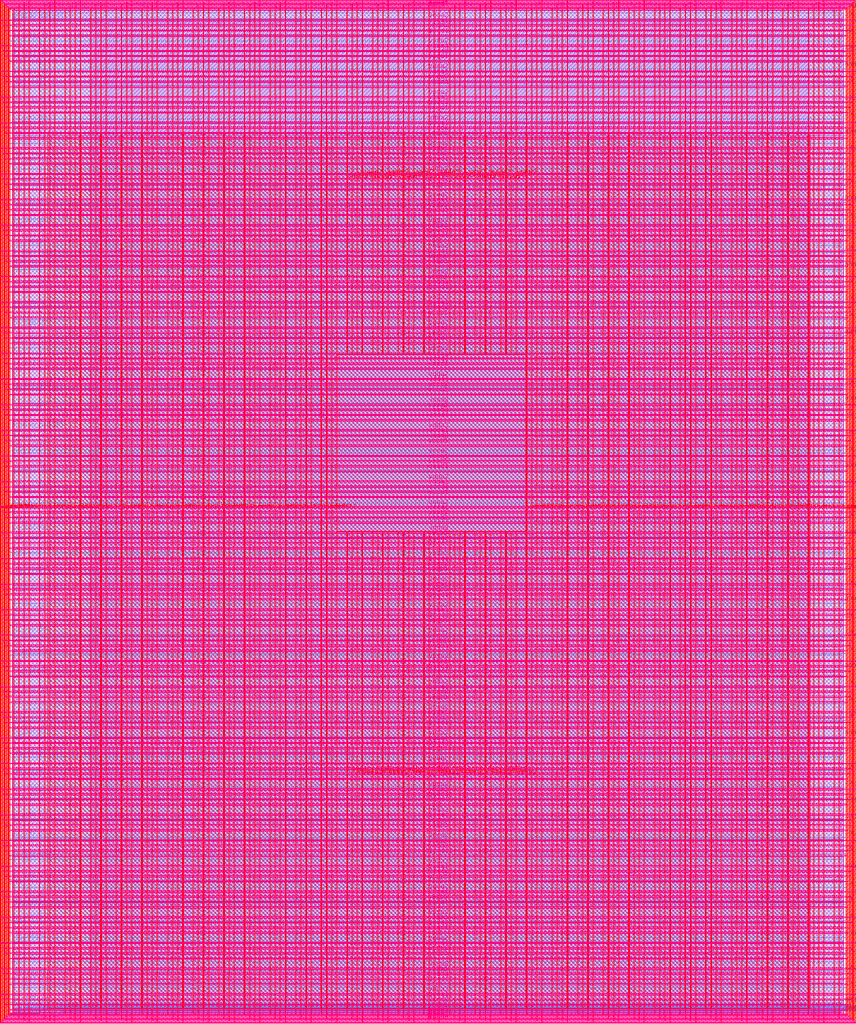
<source format=lef>
VERSION 5.7 ;
  NOWIREEXTENSIONATPIN ON ;
  DIVIDERCHAR "/" ;
  BUSBITCHARS "[]" ;
MACRO user_project_wrapper
  CLASS BLOCK ;
  FOREIGN user_project_wrapper ;
  ORIGIN 0.000 0.000 ;
  SIZE 2920.000 BY 3520.000 ;
  PIN analog_io[0]
    DIRECTION INOUT ;
    USE SIGNAL ;
    PORT
      LAYER met3 ;
        RECT 2917.600 28.980 2924.800 30.180 ;
    END
  END analog_io[0]
  PIN analog_io[10]
    DIRECTION INOUT ;
    USE SIGNAL ;
    PORT
      LAYER met3 ;
        RECT 2917.600 2374.980 2924.800 2376.180 ;
    END
  END analog_io[10]
  PIN analog_io[11]
    DIRECTION INOUT ;
    USE SIGNAL ;
    PORT
      LAYER met3 ;
        RECT 2917.600 2609.580 2924.800 2610.780 ;
    END
  END analog_io[11]
  PIN analog_io[12]
    DIRECTION INOUT ;
    USE SIGNAL ;
    PORT
      LAYER met3 ;
        RECT 2917.600 2844.180 2924.800 2845.380 ;
    END
  END analog_io[12]
  PIN analog_io[13]
    DIRECTION INOUT ;
    USE SIGNAL ;
    PORT
      LAYER met3 ;
        RECT 2917.600 3078.780 2924.800 3079.980 ;
    END
  END analog_io[13]
  PIN analog_io[14]
    DIRECTION INOUT ;
    USE SIGNAL ;
    PORT
      LAYER met3 ;
        RECT 2917.600 3313.380 2924.800 3314.580 ;
    END
  END analog_io[14]
  PIN analog_io[15]
    DIRECTION INOUT ;
    USE SIGNAL ;
    PORT
      LAYER met2 ;
        RECT 2879.090 3517.600 2879.650 3524.800 ;
    END
  END analog_io[15]
  PIN analog_io[16]
    DIRECTION INOUT ;
    USE SIGNAL ;
    PORT
      LAYER met2 ;
        RECT 2554.790 3517.600 2555.350 3524.800 ;
    END
  END analog_io[16]
  PIN analog_io[17]
    DIRECTION INOUT ;
    USE SIGNAL ;
    PORT
      LAYER met2 ;
        RECT 2230.490 3517.600 2231.050 3524.800 ;
    END
  END analog_io[17]
  PIN analog_io[18]
    DIRECTION INOUT ;
    USE SIGNAL ;
    PORT
      LAYER met2 ;
        RECT 1905.730 3517.600 1906.290 3524.800 ;
    END
  END analog_io[18]
  PIN analog_io[19]
    DIRECTION INOUT ;
    USE SIGNAL ;
    PORT
      LAYER met2 ;
        RECT 1581.430 3517.600 1581.990 3524.800 ;
    END
  END analog_io[19]
  PIN analog_io[1]
    DIRECTION INOUT ;
    USE SIGNAL ;
    PORT
      LAYER met3 ;
        RECT 2917.600 263.580 2924.800 264.780 ;
    END
  END analog_io[1]
  PIN analog_io[20]
    DIRECTION INOUT ;
    USE SIGNAL ;
    PORT
      LAYER met2 ;
        RECT 1257.130 3517.600 1257.690 3524.800 ;
    END
  END analog_io[20]
  PIN analog_io[21]
    DIRECTION INOUT ;
    USE SIGNAL ;
    PORT
      LAYER met2 ;
        RECT 932.370 3517.600 932.930 3524.800 ;
    END
  END analog_io[21]
  PIN analog_io[22]
    DIRECTION INOUT ;
    USE SIGNAL ;
    PORT
      LAYER met2 ;
        RECT 608.070 3517.600 608.630 3524.800 ;
    END
  END analog_io[22]
  PIN analog_io[23]
    DIRECTION INOUT ;
    USE SIGNAL ;
    PORT
      LAYER met2 ;
        RECT 283.770 3517.600 284.330 3524.800 ;
    END
  END analog_io[23]
  PIN analog_io[24]
    DIRECTION INOUT ;
    USE SIGNAL ;
    PORT
      LAYER met3 ;
        RECT -4.800 3482.700 2.400 3483.900 ;
    END
  END analog_io[24]
  PIN analog_io[25]
    DIRECTION INOUT ;
    USE SIGNAL ;
    PORT
      LAYER met3 ;
        RECT -4.800 3195.060 2.400 3196.260 ;
    END
  END analog_io[25]
  PIN analog_io[26]
    DIRECTION INOUT ;
    USE SIGNAL ;
    PORT
      LAYER met3 ;
        RECT -4.800 2908.100 2.400 2909.300 ;
    END
  END analog_io[26]
  PIN analog_io[27]
    DIRECTION INOUT ;
    USE SIGNAL ;
    PORT
      LAYER met3 ;
        RECT -4.800 2620.460 2.400 2621.660 ;
    END
  END analog_io[27]
  PIN analog_io[28]
    DIRECTION INOUT ;
    USE SIGNAL ;
    PORT
      LAYER met3 ;
        RECT -4.800 2333.500 2.400 2334.700 ;
    END
  END analog_io[28]
  PIN analog_io[29]
    DIRECTION INOUT ;
    USE SIGNAL ;
    PORT
      LAYER met3 ;
        RECT -4.800 2045.860 2.400 2047.060 ;
    END
  END analog_io[29]
  PIN analog_io[2]
    DIRECTION INOUT ;
    USE SIGNAL ;
    PORT
      LAYER met3 ;
        RECT 2917.600 498.180 2924.800 499.380 ;
    END
  END analog_io[2]
  PIN analog_io[30]
    DIRECTION INOUT ;
    USE SIGNAL ;
    PORT
      LAYER met3 ;
        RECT -4.800 1758.900 2.400 1760.100 ;
    END
  END analog_io[30]
  PIN analog_io[3]
    DIRECTION INOUT ;
    USE SIGNAL ;
    PORT
      LAYER met3 ;
        RECT 2917.600 732.780 2924.800 733.980 ;
    END
  END analog_io[3]
  PIN analog_io[4]
    DIRECTION INOUT ;
    USE SIGNAL ;
    PORT
      LAYER met3 ;
        RECT 2917.600 967.380 2924.800 968.580 ;
    END
  END analog_io[4]
  PIN analog_io[5]
    DIRECTION INOUT ;
    USE SIGNAL ;
    PORT
      LAYER met3 ;
        RECT 2917.600 1201.980 2924.800 1203.180 ;
    END
  END analog_io[5]
  PIN analog_io[6]
    DIRECTION INOUT ;
    USE SIGNAL ;
    PORT
      LAYER met3 ;
        RECT 2917.600 1436.580 2924.800 1437.780 ;
    END
  END analog_io[6]
  PIN analog_io[7]
    DIRECTION INOUT ;
    USE SIGNAL ;
    PORT
      LAYER met3 ;
        RECT 2917.600 1671.180 2924.800 1672.380 ;
    END
  END analog_io[7]
  PIN analog_io[8]
    DIRECTION INOUT ;
    USE SIGNAL ;
    PORT
      LAYER met3 ;
        RECT 2917.600 1905.780 2924.800 1906.980 ;
    END
  END analog_io[8]
  PIN analog_io[9]
    DIRECTION INOUT ;
    USE SIGNAL ;
    PORT
      LAYER met3 ;
        RECT 2917.600 2140.380 2924.800 2141.580 ;
    END
  END analog_io[9]
  PIN io_in[0]
    DIRECTION INPUT ;
    USE SIGNAL ;
    PORT
      LAYER met3 ;
        RECT 2917.600 87.460 2924.800 88.660 ;
    END
  END io_in[0]
  PIN io_in[10]
    DIRECTION INPUT ;
    USE SIGNAL ;
    PORT
      LAYER met3 ;
        RECT 2917.600 2433.460 2924.800 2434.660 ;
    END
  END io_in[10]
  PIN io_in[11]
    DIRECTION INPUT ;
    USE SIGNAL ;
    PORT
      LAYER met3 ;
        RECT 2917.600 2668.740 2924.800 2669.940 ;
    END
  END io_in[11]
  PIN io_in[12]
    DIRECTION INPUT ;
    USE SIGNAL ;
    PORT
      LAYER met3 ;
        RECT 2917.600 2903.340 2924.800 2904.540 ;
    END
  END io_in[12]
  PIN io_in[13]
    DIRECTION INPUT ;
    USE SIGNAL ;
    PORT
      LAYER met3 ;
        RECT 2917.600 3137.940 2924.800 3139.140 ;
    END
  END io_in[13]
  PIN io_in[14]
    DIRECTION INPUT ;
    USE SIGNAL ;
    PORT
      LAYER met3 ;
        RECT 2917.600 3372.540 2924.800 3373.740 ;
    END
  END io_in[14]
  PIN io_in[15]
    DIRECTION INPUT ;
    USE SIGNAL ;
    PORT
      LAYER met2 ;
        RECT 2798.130 3517.600 2798.690 3524.800 ;
    END
  END io_in[15]
  PIN io_in[16]
    DIRECTION INPUT ;
    USE SIGNAL ;
    PORT
      LAYER met2 ;
        RECT 2473.830 3517.600 2474.390 3524.800 ;
    END
  END io_in[16]
  PIN io_in[17]
    DIRECTION INPUT ;
    USE SIGNAL ;
    PORT
      LAYER met2 ;
        RECT 2149.070 3517.600 2149.630 3524.800 ;
    END
  END io_in[17]
  PIN io_in[18]
    DIRECTION INPUT ;
    USE SIGNAL ;
    PORT
      LAYER met2 ;
        RECT 1824.770 3517.600 1825.330 3524.800 ;
    END
  END io_in[18]
  PIN io_in[19]
    DIRECTION INPUT ;
    USE SIGNAL ;
    PORT
      LAYER met2 ;
        RECT 1500.470 3517.600 1501.030 3524.800 ;
    END
  END io_in[19]
  PIN io_in[1]
    DIRECTION INPUT ;
    USE SIGNAL ;
    PORT
      LAYER met3 ;
        RECT 2917.600 322.060 2924.800 323.260 ;
    END
  END io_in[1]
  PIN io_in[20]
    DIRECTION INPUT ;
    USE SIGNAL ;
    PORT
      LAYER met2 ;
        RECT 1175.710 3517.600 1176.270 3524.800 ;
    END
  END io_in[20]
  PIN io_in[21]
    DIRECTION INPUT ;
    USE SIGNAL ;
    PORT
      LAYER met2 ;
        RECT 851.410 3517.600 851.970 3524.800 ;
    END
  END io_in[21]
  PIN io_in[22]
    DIRECTION INPUT ;
    USE SIGNAL ;
    PORT
      LAYER met2 ;
        RECT 527.110 3517.600 527.670 3524.800 ;
    END
  END io_in[22]
  PIN io_in[23]
    DIRECTION INPUT ;
    USE SIGNAL ;
    PORT
      LAYER met2 ;
        RECT 202.350 3517.600 202.910 3524.800 ;
    END
  END io_in[23]
  PIN io_in[24]
    DIRECTION INPUT ;
    USE SIGNAL ;
    PORT
      LAYER met3 ;
        RECT -4.800 3410.620 2.400 3411.820 ;
    END
  END io_in[24]
  PIN io_in[25]
    DIRECTION INPUT ;
    USE SIGNAL ;
    PORT
      LAYER met3 ;
        RECT -4.800 3123.660 2.400 3124.860 ;
    END
  END io_in[25]
  PIN io_in[26]
    DIRECTION INPUT ;
    USE SIGNAL ;
    PORT
      LAYER met3 ;
        RECT -4.800 2836.020 2.400 2837.220 ;
    END
  END io_in[26]
  PIN io_in[27]
    DIRECTION INPUT ;
    USE SIGNAL ;
    PORT
      LAYER met3 ;
        RECT -4.800 2549.060 2.400 2550.260 ;
    END
  END io_in[27]
  PIN io_in[28]
    DIRECTION INPUT ;
    USE SIGNAL ;
    PORT
      LAYER met3 ;
        RECT -4.800 2261.420 2.400 2262.620 ;
    END
  END io_in[28]
  PIN io_in[29]
    DIRECTION INPUT ;
    USE SIGNAL ;
    PORT
      LAYER met3 ;
        RECT -4.800 1974.460 2.400 1975.660 ;
    END
  END io_in[29]
  PIN io_in[2]
    DIRECTION INPUT ;
    USE SIGNAL ;
    PORT
      LAYER met3 ;
        RECT 2917.600 556.660 2924.800 557.860 ;
    END
  END io_in[2]
  PIN io_in[30]
    DIRECTION INPUT ;
    USE SIGNAL ;
    PORT
      LAYER met3 ;
        RECT -4.800 1686.820 2.400 1688.020 ;
    END
  END io_in[30]
  PIN io_in[31]
    DIRECTION INPUT ;
    USE SIGNAL ;
    PORT
      LAYER met3 ;
        RECT -4.800 1471.260 2.400 1472.460 ;
    END
  END io_in[31]
  PIN io_in[32]
    DIRECTION INPUT ;
    USE SIGNAL ;
    PORT
      LAYER met3 ;
        RECT -4.800 1255.700 2.400 1256.900 ;
    END
  END io_in[32]
  PIN io_in[33]
    DIRECTION INPUT ;
    USE SIGNAL ;
    PORT
      LAYER met3 ;
        RECT -4.800 1040.140 2.400 1041.340 ;
    END
  END io_in[33]
  PIN io_in[34]
    DIRECTION INPUT ;
    USE SIGNAL ;
    PORT
      LAYER met3 ;
        RECT -4.800 824.580 2.400 825.780 ;
    END
  END io_in[34]
  PIN io_in[35]
    DIRECTION INPUT ;
    USE SIGNAL ;
    PORT
      LAYER met3 ;
        RECT -4.800 609.700 2.400 610.900 ;
    END
  END io_in[35]
  PIN io_in[36]
    DIRECTION INPUT ;
    USE SIGNAL ;
    PORT
      LAYER met3 ;
        RECT -4.800 394.140 2.400 395.340 ;
    END
  END io_in[36]
  PIN io_in[37]
    DIRECTION INPUT ;
    USE SIGNAL ;
    PORT
      LAYER met3 ;
        RECT -4.800 178.580 2.400 179.780 ;
    END
  END io_in[37]
  PIN io_in[3]
    DIRECTION INPUT ;
    USE SIGNAL ;
    PORT
      LAYER met3 ;
        RECT 2917.600 791.260 2924.800 792.460 ;
    END
  END io_in[3]
  PIN io_in[4]
    DIRECTION INPUT ;
    USE SIGNAL ;
    PORT
      LAYER met3 ;
        RECT 2917.600 1025.860 2924.800 1027.060 ;
    END
  END io_in[4]
  PIN io_in[5]
    DIRECTION INPUT ;
    USE SIGNAL ;
    PORT
      LAYER met3 ;
        RECT 2917.600 1260.460 2924.800 1261.660 ;
    END
  END io_in[5]
  PIN io_in[6]
    DIRECTION INPUT ;
    USE SIGNAL ;
    PORT
      LAYER met3 ;
        RECT 2917.600 1495.060 2924.800 1496.260 ;
    END
  END io_in[6]
  PIN io_in[7]
    DIRECTION INPUT ;
    USE SIGNAL ;
    PORT
      LAYER met3 ;
        RECT 2917.600 1729.660 2924.800 1730.860 ;
    END
  END io_in[7]
  PIN io_in[8]
    DIRECTION INPUT ;
    USE SIGNAL ;
    PORT
      LAYER met3 ;
        RECT 2917.600 1964.260 2924.800 1965.460 ;
    END
  END io_in[8]
  PIN io_in[9]
    DIRECTION INPUT ;
    USE SIGNAL ;
    PORT
      LAYER met3 ;
        RECT 2917.600 2198.860 2924.800 2200.060 ;
    END
  END io_in[9]
  PIN io_oeb[0]
    DIRECTION OUTPUT TRISTATE ;
    USE SIGNAL ;
    PORT
      LAYER met3 ;
        RECT 2917.600 204.420 2924.800 205.620 ;
    END
  END io_oeb[0]
  PIN io_oeb[10]
    DIRECTION OUTPUT TRISTATE ;
    USE SIGNAL ;
    PORT
      LAYER met3 ;
        RECT 2917.600 2551.100 2924.800 2552.300 ;
    END
  END io_oeb[10]
  PIN io_oeb[11]
    DIRECTION OUTPUT TRISTATE ;
    USE SIGNAL ;
    PORT
      LAYER met3 ;
        RECT 2917.600 2785.700 2924.800 2786.900 ;
    END
  END io_oeb[11]
  PIN io_oeb[12]
    DIRECTION OUTPUT TRISTATE ;
    USE SIGNAL ;
    PORT
      LAYER met3 ;
        RECT 2917.600 3020.300 2924.800 3021.500 ;
    END
  END io_oeb[12]
  PIN io_oeb[13]
    DIRECTION OUTPUT TRISTATE ;
    USE SIGNAL ;
    PORT
      LAYER met3 ;
        RECT 2917.600 3254.900 2924.800 3256.100 ;
    END
  END io_oeb[13]
  PIN io_oeb[14]
    DIRECTION OUTPUT TRISTATE ;
    USE SIGNAL ;
    PORT
      LAYER met3 ;
        RECT 2917.600 3489.500 2924.800 3490.700 ;
    END
  END io_oeb[14]
  PIN io_oeb[15]
    DIRECTION OUTPUT TRISTATE ;
    USE SIGNAL ;
    PORT
      LAYER met2 ;
        RECT 2635.750 3517.600 2636.310 3524.800 ;
    END
  END io_oeb[15]
  PIN io_oeb[16]
    DIRECTION OUTPUT TRISTATE ;
    USE SIGNAL ;
    PORT
      LAYER met2 ;
        RECT 2311.450 3517.600 2312.010 3524.800 ;
    END
  END io_oeb[16]
  PIN io_oeb[17]
    DIRECTION OUTPUT TRISTATE ;
    USE SIGNAL ;
    PORT
      LAYER met2 ;
        RECT 1987.150 3517.600 1987.710 3524.800 ;
    END
  END io_oeb[17]
  PIN io_oeb[18]
    DIRECTION OUTPUT TRISTATE ;
    USE SIGNAL ;
    PORT
      LAYER met2 ;
        RECT 1662.390 3517.600 1662.950 3524.800 ;
    END
  END io_oeb[18]
  PIN io_oeb[19]
    DIRECTION OUTPUT TRISTATE ;
    USE SIGNAL ;
    PORT
      LAYER met2 ;
        RECT 1338.090 3517.600 1338.650 3524.800 ;
    END
  END io_oeb[19]
  PIN io_oeb[1]
    DIRECTION OUTPUT TRISTATE ;
    USE SIGNAL ;
    PORT
      LAYER met3 ;
        RECT 2917.600 439.020 2924.800 440.220 ;
    END
  END io_oeb[1]
  PIN io_oeb[20]
    DIRECTION OUTPUT TRISTATE ;
    USE SIGNAL ;
    PORT
      LAYER met2 ;
        RECT 1013.790 3517.600 1014.350 3524.800 ;
    END
  END io_oeb[20]
  PIN io_oeb[21]
    DIRECTION OUTPUT TRISTATE ;
    USE SIGNAL ;
    PORT
      LAYER met2 ;
        RECT 689.030 3517.600 689.590 3524.800 ;
    END
  END io_oeb[21]
  PIN io_oeb[22]
    DIRECTION OUTPUT TRISTATE ;
    USE SIGNAL ;
    PORT
      LAYER met2 ;
        RECT 364.730 3517.600 365.290 3524.800 ;
    END
  END io_oeb[22]
  PIN io_oeb[23]
    DIRECTION OUTPUT TRISTATE ;
    USE SIGNAL ;
    PORT
      LAYER met2 ;
        RECT 40.430 3517.600 40.990 3524.800 ;
    END
  END io_oeb[23]
  PIN io_oeb[24]
    DIRECTION OUTPUT TRISTATE ;
    USE SIGNAL ;
    PORT
      LAYER met3 ;
        RECT -4.800 3267.140 2.400 3268.340 ;
    END
  END io_oeb[24]
  PIN io_oeb[25]
    DIRECTION OUTPUT TRISTATE ;
    USE SIGNAL ;
    PORT
      LAYER met3 ;
        RECT -4.800 2979.500 2.400 2980.700 ;
    END
  END io_oeb[25]
  PIN io_oeb[26]
    DIRECTION OUTPUT TRISTATE ;
    USE SIGNAL ;
    PORT
      LAYER met3 ;
        RECT -4.800 2692.540 2.400 2693.740 ;
    END
  END io_oeb[26]
  PIN io_oeb[27]
    DIRECTION OUTPUT TRISTATE ;
    USE SIGNAL ;
    PORT
      LAYER met3 ;
        RECT -4.800 2404.900 2.400 2406.100 ;
    END
  END io_oeb[27]
  PIN io_oeb[28]
    DIRECTION OUTPUT TRISTATE ;
    USE SIGNAL ;
    PORT
      LAYER met3 ;
        RECT -4.800 2117.940 2.400 2119.140 ;
    END
  END io_oeb[28]
  PIN io_oeb[29]
    DIRECTION OUTPUT TRISTATE ;
    USE SIGNAL ;
    PORT
      LAYER met3 ;
        RECT -4.800 1830.300 2.400 1831.500 ;
    END
  END io_oeb[29]
  PIN io_oeb[2]
    DIRECTION OUTPUT TRISTATE ;
    USE SIGNAL ;
    PORT
      LAYER met3 ;
        RECT 2917.600 673.620 2924.800 674.820 ;
    END
  END io_oeb[2]
  PIN io_oeb[30]
    DIRECTION OUTPUT TRISTATE ;
    USE SIGNAL ;
    PORT
      LAYER met3 ;
        RECT -4.800 1543.340 2.400 1544.540 ;
    END
  END io_oeb[30]
  PIN io_oeb[31]
    DIRECTION OUTPUT TRISTATE ;
    USE SIGNAL ;
    PORT
      LAYER met3 ;
        RECT -4.800 1327.780 2.400 1328.980 ;
    END
  END io_oeb[31]
  PIN io_oeb[32]
    DIRECTION OUTPUT TRISTATE ;
    USE SIGNAL ;
    PORT
      LAYER met3 ;
        RECT -4.800 1112.220 2.400 1113.420 ;
    END
  END io_oeb[32]
  PIN io_oeb[33]
    DIRECTION OUTPUT TRISTATE ;
    USE SIGNAL ;
    PORT
      LAYER met3 ;
        RECT -4.800 896.660 2.400 897.860 ;
    END
  END io_oeb[33]
  PIN io_oeb[34]
    DIRECTION OUTPUT TRISTATE ;
    USE SIGNAL ;
    PORT
      LAYER met3 ;
        RECT -4.800 681.100 2.400 682.300 ;
    END
  END io_oeb[34]
  PIN io_oeb[35]
    DIRECTION OUTPUT TRISTATE ;
    USE SIGNAL ;
    PORT
      LAYER met3 ;
        RECT -4.800 465.540 2.400 466.740 ;
    END
  END io_oeb[35]
  PIN io_oeb[36]
    DIRECTION OUTPUT TRISTATE ;
    USE SIGNAL ;
    PORT
      LAYER met3 ;
        RECT -4.800 249.980 2.400 251.180 ;
    END
  END io_oeb[36]
  PIN io_oeb[37]
    DIRECTION OUTPUT TRISTATE ;
    USE SIGNAL ;
    PORT
      LAYER met3 ;
        RECT -4.800 35.100 2.400 36.300 ;
    END
  END io_oeb[37]
  PIN io_oeb[3]
    DIRECTION OUTPUT TRISTATE ;
    USE SIGNAL ;
    PORT
      LAYER met3 ;
        RECT 2917.600 908.900 2924.800 910.100 ;
    END
  END io_oeb[3]
  PIN io_oeb[4]
    DIRECTION OUTPUT TRISTATE ;
    USE SIGNAL ;
    PORT
      LAYER met3 ;
        RECT 2917.600 1143.500 2924.800 1144.700 ;
    END
  END io_oeb[4]
  PIN io_oeb[5]
    DIRECTION OUTPUT TRISTATE ;
    USE SIGNAL ;
    PORT
      LAYER met3 ;
        RECT 2917.600 1378.100 2924.800 1379.300 ;
    END
  END io_oeb[5]
  PIN io_oeb[6]
    DIRECTION OUTPUT TRISTATE ;
    USE SIGNAL ;
    PORT
      LAYER met3 ;
        RECT 2917.600 1612.700 2924.800 1613.900 ;
    END
  END io_oeb[6]
  PIN io_oeb[7]
    DIRECTION OUTPUT TRISTATE ;
    USE SIGNAL ;
    PORT
      LAYER met3 ;
        RECT 2917.600 1847.300 2924.800 1848.500 ;
    END
  END io_oeb[7]
  PIN io_oeb[8]
    DIRECTION OUTPUT TRISTATE ;
    USE SIGNAL ;
    PORT
      LAYER met3 ;
        RECT 2917.600 2081.900 2924.800 2083.100 ;
    END
  END io_oeb[8]
  PIN io_oeb[9]
    DIRECTION OUTPUT TRISTATE ;
    USE SIGNAL ;
    PORT
      LAYER met3 ;
        RECT 2917.600 2316.500 2924.800 2317.700 ;
    END
  END io_oeb[9]
  PIN io_out[0]
    DIRECTION OUTPUT TRISTATE ;
    USE SIGNAL ;
    PORT
      LAYER met3 ;
        RECT 2917.600 145.940 2924.800 147.140 ;
    END
  END io_out[0]
  PIN io_out[10]
    DIRECTION OUTPUT TRISTATE ;
    USE SIGNAL ;
    PORT
      LAYER met3 ;
        RECT 2917.600 2492.620 2924.800 2493.820 ;
    END
  END io_out[10]
  PIN io_out[11]
    DIRECTION OUTPUT TRISTATE ;
    USE SIGNAL ;
    PORT
      LAYER met3 ;
        RECT 2917.600 2727.220 2924.800 2728.420 ;
    END
  END io_out[11]
  PIN io_out[12]
    DIRECTION OUTPUT TRISTATE ;
    USE SIGNAL ;
    PORT
      LAYER met3 ;
        RECT 2917.600 2961.820 2924.800 2963.020 ;
    END
  END io_out[12]
  PIN io_out[13]
    DIRECTION OUTPUT TRISTATE ;
    USE SIGNAL ;
    PORT
      LAYER met3 ;
        RECT 2917.600 3196.420 2924.800 3197.620 ;
    END
  END io_out[13]
  PIN io_out[14]
    DIRECTION OUTPUT TRISTATE ;
    USE SIGNAL ;
    PORT
      LAYER met3 ;
        RECT 2917.600 3431.020 2924.800 3432.220 ;
    END
  END io_out[14]
  PIN io_out[15]
    DIRECTION OUTPUT TRISTATE ;
    USE SIGNAL ;
    PORT
      LAYER met2 ;
        RECT 2717.170 3517.600 2717.730 3524.800 ;
    END
  END io_out[15]
  PIN io_out[16]
    DIRECTION OUTPUT TRISTATE ;
    USE SIGNAL ;
    PORT
      LAYER met2 ;
        RECT 2392.410 3517.600 2392.970 3524.800 ;
    END
  END io_out[16]
  PIN io_out[17]
    DIRECTION OUTPUT TRISTATE ;
    USE SIGNAL ;
    PORT
      LAYER met2 ;
        RECT 2068.110 3517.600 2068.670 3524.800 ;
    END
  END io_out[17]
  PIN io_out[18]
    DIRECTION OUTPUT TRISTATE ;
    USE SIGNAL ;
    PORT
      LAYER met2 ;
        RECT 1743.810 3517.600 1744.370 3524.800 ;
    END
  END io_out[18]
  PIN io_out[19]
    DIRECTION OUTPUT TRISTATE ;
    USE SIGNAL ;
    PORT
      LAYER met2 ;
        RECT 1419.050 3517.600 1419.610 3524.800 ;
    END
  END io_out[19]
  PIN io_out[1]
    DIRECTION OUTPUT TRISTATE ;
    USE SIGNAL ;
    PORT
      LAYER met3 ;
        RECT 2917.600 380.540 2924.800 381.740 ;
    END
  END io_out[1]
  PIN io_out[20]
    DIRECTION OUTPUT TRISTATE ;
    USE SIGNAL ;
    PORT
      LAYER met2 ;
        RECT 1094.750 3517.600 1095.310 3524.800 ;
    END
  END io_out[20]
  PIN io_out[21]
    DIRECTION OUTPUT TRISTATE ;
    USE SIGNAL ;
    PORT
      LAYER met2 ;
        RECT 770.450 3517.600 771.010 3524.800 ;
    END
  END io_out[21]
  PIN io_out[22]
    DIRECTION OUTPUT TRISTATE ;
    USE SIGNAL ;
    PORT
      LAYER met2 ;
        RECT 445.690 3517.600 446.250 3524.800 ;
    END
  END io_out[22]
  PIN io_out[23]
    DIRECTION OUTPUT TRISTATE ;
    USE SIGNAL ;
    PORT
      LAYER met2 ;
        RECT 121.390 3517.600 121.950 3524.800 ;
    END
  END io_out[23]
  PIN io_out[24]
    DIRECTION OUTPUT TRISTATE ;
    USE SIGNAL ;
    PORT
      LAYER met3 ;
        RECT -4.800 3339.220 2.400 3340.420 ;
    END
  END io_out[24]
  PIN io_out[25]
    DIRECTION OUTPUT TRISTATE ;
    USE SIGNAL ;
    PORT
      LAYER met3 ;
        RECT -4.800 3051.580 2.400 3052.780 ;
    END
  END io_out[25]
  PIN io_out[26]
    DIRECTION OUTPUT TRISTATE ;
    USE SIGNAL ;
    PORT
      LAYER met3 ;
        RECT -4.800 2764.620 2.400 2765.820 ;
    END
  END io_out[26]
  PIN io_out[27]
    DIRECTION OUTPUT TRISTATE ;
    USE SIGNAL ;
    PORT
      LAYER met3 ;
        RECT -4.800 2476.980 2.400 2478.180 ;
    END
  END io_out[27]
  PIN io_out[28]
    DIRECTION OUTPUT TRISTATE ;
    USE SIGNAL ;
    PORT
      LAYER met3 ;
        RECT -4.800 2189.340 2.400 2190.540 ;
    END
  END io_out[28]
  PIN io_out[29]
    DIRECTION OUTPUT TRISTATE ;
    USE SIGNAL ;
    PORT
      LAYER met3 ;
        RECT -4.800 1902.380 2.400 1903.580 ;
    END
  END io_out[29]
  PIN io_out[2]
    DIRECTION OUTPUT TRISTATE ;
    USE SIGNAL ;
    PORT
      LAYER met3 ;
        RECT 2917.600 615.140 2924.800 616.340 ;
    END
  END io_out[2]
  PIN io_out[30]
    DIRECTION OUTPUT TRISTATE ;
    USE SIGNAL ;
    PORT
      LAYER met3 ;
        RECT -4.800 1614.740 2.400 1615.940 ;
    END
  END io_out[30]
  PIN io_out[31]
    DIRECTION OUTPUT TRISTATE ;
    USE SIGNAL ;
    PORT
      LAYER met3 ;
        RECT -4.800 1399.860 2.400 1401.060 ;
    END
  END io_out[31]
  PIN io_out[32]
    DIRECTION OUTPUT TRISTATE ;
    USE SIGNAL ;
    PORT
      LAYER met3 ;
        RECT -4.800 1184.300 2.400 1185.500 ;
    END
  END io_out[32]
  PIN io_out[33]
    DIRECTION OUTPUT TRISTATE ;
    USE SIGNAL ;
    PORT
      LAYER met3 ;
        RECT -4.800 968.740 2.400 969.940 ;
    END
  END io_out[33]
  PIN io_out[34]
    DIRECTION OUTPUT TRISTATE ;
    USE SIGNAL ;
    PORT
      LAYER met3 ;
        RECT -4.800 753.180 2.400 754.380 ;
    END
  END io_out[34]
  PIN io_out[35]
    DIRECTION OUTPUT TRISTATE ;
    USE SIGNAL ;
    PORT
      LAYER met3 ;
        RECT -4.800 537.620 2.400 538.820 ;
    END
  END io_out[35]
  PIN io_out[36]
    DIRECTION OUTPUT TRISTATE ;
    USE SIGNAL ;
    PORT
      LAYER met3 ;
        RECT -4.800 322.060 2.400 323.260 ;
    END
  END io_out[36]
  PIN io_out[37]
    DIRECTION OUTPUT TRISTATE ;
    USE SIGNAL ;
    PORT
      LAYER met3 ;
        RECT -4.800 106.500 2.400 107.700 ;
    END
  END io_out[37]
  PIN io_out[3]
    DIRECTION OUTPUT TRISTATE ;
    USE SIGNAL ;
    PORT
      LAYER met3 ;
        RECT 2917.600 849.740 2924.800 850.940 ;
    END
  END io_out[3]
  PIN io_out[4]
    DIRECTION OUTPUT TRISTATE ;
    USE SIGNAL ;
    PORT
      LAYER met3 ;
        RECT 2917.600 1084.340 2924.800 1085.540 ;
    END
  END io_out[4]
  PIN io_out[5]
    DIRECTION OUTPUT TRISTATE ;
    USE SIGNAL ;
    PORT
      LAYER met3 ;
        RECT 2917.600 1318.940 2924.800 1320.140 ;
    END
  END io_out[5]
  PIN io_out[6]
    DIRECTION OUTPUT TRISTATE ;
    USE SIGNAL ;
    PORT
      LAYER met3 ;
        RECT 2917.600 1553.540 2924.800 1554.740 ;
    END
  END io_out[6]
  PIN io_out[7]
    DIRECTION OUTPUT TRISTATE ;
    USE SIGNAL ;
    PORT
      LAYER met3 ;
        RECT 2917.600 1788.820 2924.800 1790.020 ;
    END
  END io_out[7]
  PIN io_out[8]
    DIRECTION OUTPUT TRISTATE ;
    USE SIGNAL ;
    PORT
      LAYER met3 ;
        RECT 2917.600 2023.420 2924.800 2024.620 ;
    END
  END io_out[8]
  PIN io_out[9]
    DIRECTION OUTPUT TRISTATE ;
    USE SIGNAL ;
    PORT
      LAYER met3 ;
        RECT 2917.600 2258.020 2924.800 2259.220 ;
    END
  END io_out[9]
  PIN la_data_in[0]
    DIRECTION INPUT ;
    USE SIGNAL ;
    PORT
      LAYER met2 ;
        RECT 632.910 -4.800 633.470 2.400 ;
    END
  END la_data_in[0]
  PIN la_data_in[100]
    DIRECTION INPUT ;
    USE SIGNAL ;
    PORT
      LAYER met2 ;
        RECT 2417.250 -4.800 2417.810 2.400 ;
    END
  END la_data_in[100]
  PIN la_data_in[101]
    DIRECTION INPUT ;
    USE SIGNAL ;
    PORT
      LAYER met2 ;
        RECT 2434.730 -4.800 2435.290 2.400 ;
    END
  END la_data_in[101]
  PIN la_data_in[102]
    DIRECTION INPUT ;
    USE SIGNAL ;
    PORT
      LAYER met2 ;
        RECT 2452.670 -4.800 2453.230 2.400 ;
    END
  END la_data_in[102]
  PIN la_data_in[103]
    DIRECTION INPUT ;
    USE SIGNAL ;
    PORT
      LAYER met2 ;
        RECT 2470.610 -4.800 2471.170 2.400 ;
    END
  END la_data_in[103]
  PIN la_data_in[104]
    DIRECTION INPUT ;
    USE SIGNAL ;
    PORT
      LAYER met2 ;
        RECT 2488.550 -4.800 2489.110 2.400 ;
    END
  END la_data_in[104]
  PIN la_data_in[105]
    DIRECTION INPUT ;
    USE SIGNAL ;
    PORT
      LAYER met2 ;
        RECT 2506.030 -4.800 2506.590 2.400 ;
    END
  END la_data_in[105]
  PIN la_data_in[106]
    DIRECTION INPUT ;
    USE SIGNAL ;
    PORT
      LAYER met2 ;
        RECT 2523.970 -4.800 2524.530 2.400 ;
    END
  END la_data_in[106]
  PIN la_data_in[107]
    DIRECTION INPUT ;
    USE SIGNAL ;
    PORT
      LAYER met2 ;
        RECT 2541.910 -4.800 2542.470 2.400 ;
    END
  END la_data_in[107]
  PIN la_data_in[108]
    DIRECTION INPUT ;
    USE SIGNAL ;
    PORT
      LAYER met2 ;
        RECT 2559.850 -4.800 2560.410 2.400 ;
    END
  END la_data_in[108]
  PIN la_data_in[109]
    DIRECTION INPUT ;
    USE SIGNAL ;
    PORT
      LAYER met2 ;
        RECT 2577.790 -4.800 2578.350 2.400 ;
    END
  END la_data_in[109]
  PIN la_data_in[10]
    DIRECTION INPUT ;
    USE SIGNAL ;
    PORT
      LAYER met2 ;
        RECT 811.390 -4.800 811.950 2.400 ;
    END
  END la_data_in[10]
  PIN la_data_in[110]
    DIRECTION INPUT ;
    USE SIGNAL ;
    PORT
      LAYER met2 ;
        RECT 2595.270 -4.800 2595.830 2.400 ;
    END
  END la_data_in[110]
  PIN la_data_in[111]
    DIRECTION INPUT ;
    USE SIGNAL ;
    PORT
      LAYER met2 ;
        RECT 2613.210 -4.800 2613.770 2.400 ;
    END
  END la_data_in[111]
  PIN la_data_in[112]
    DIRECTION INPUT ;
    USE SIGNAL ;
    PORT
      LAYER met2 ;
        RECT 2631.150 -4.800 2631.710 2.400 ;
    END
  END la_data_in[112]
  PIN la_data_in[113]
    DIRECTION INPUT ;
    USE SIGNAL ;
    PORT
      LAYER met2 ;
        RECT 2649.090 -4.800 2649.650 2.400 ;
    END
  END la_data_in[113]
  PIN la_data_in[114]
    DIRECTION INPUT ;
    USE SIGNAL ;
    PORT
      LAYER met2 ;
        RECT 2667.030 -4.800 2667.590 2.400 ;
    END
  END la_data_in[114]
  PIN la_data_in[115]
    DIRECTION INPUT ;
    USE SIGNAL ;
    PORT
      LAYER met2 ;
        RECT 2684.510 -4.800 2685.070 2.400 ;
    END
  END la_data_in[115]
  PIN la_data_in[116]
    DIRECTION INPUT ;
    USE SIGNAL ;
    PORT
      LAYER met2 ;
        RECT 2702.450 -4.800 2703.010 2.400 ;
    END
  END la_data_in[116]
  PIN la_data_in[117]
    DIRECTION INPUT ;
    USE SIGNAL ;
    PORT
      LAYER met2 ;
        RECT 2720.390 -4.800 2720.950 2.400 ;
    END
  END la_data_in[117]
  PIN la_data_in[118]
    DIRECTION INPUT ;
    USE SIGNAL ;
    PORT
      LAYER met2 ;
        RECT 2738.330 -4.800 2738.890 2.400 ;
    END
  END la_data_in[118]
  PIN la_data_in[119]
    DIRECTION INPUT ;
    USE SIGNAL ;
    PORT
      LAYER met2 ;
        RECT 2755.810 -4.800 2756.370 2.400 ;
    END
  END la_data_in[119]
  PIN la_data_in[11]
    DIRECTION INPUT ;
    USE SIGNAL ;
    PORT
      LAYER met2 ;
        RECT 829.330 -4.800 829.890 2.400 ;
    END
  END la_data_in[11]
  PIN la_data_in[120]
    DIRECTION INPUT ;
    USE SIGNAL ;
    PORT
      LAYER met2 ;
        RECT 2773.750 -4.800 2774.310 2.400 ;
    END
  END la_data_in[120]
  PIN la_data_in[121]
    DIRECTION INPUT ;
    USE SIGNAL ;
    PORT
      LAYER met2 ;
        RECT 2791.690 -4.800 2792.250 2.400 ;
    END
  END la_data_in[121]
  PIN la_data_in[122]
    DIRECTION INPUT ;
    USE SIGNAL ;
    PORT
      LAYER met2 ;
        RECT 2809.630 -4.800 2810.190 2.400 ;
    END
  END la_data_in[122]
  PIN la_data_in[123]
    DIRECTION INPUT ;
    USE SIGNAL ;
    PORT
      LAYER met2 ;
        RECT 2827.570 -4.800 2828.130 2.400 ;
    END
  END la_data_in[123]
  PIN la_data_in[124]
    DIRECTION INPUT ;
    USE SIGNAL ;
    PORT
      LAYER met2 ;
        RECT 2845.050 -4.800 2845.610 2.400 ;
    END
  END la_data_in[124]
  PIN la_data_in[125]
    DIRECTION INPUT ;
    USE SIGNAL ;
    PORT
      LAYER met2 ;
        RECT 2862.990 -4.800 2863.550 2.400 ;
    END
  END la_data_in[125]
  PIN la_data_in[126]
    DIRECTION INPUT ;
    USE SIGNAL ;
    PORT
      LAYER met2 ;
        RECT 2880.930 -4.800 2881.490 2.400 ;
    END
  END la_data_in[126]
  PIN la_data_in[127]
    DIRECTION INPUT ;
    USE SIGNAL ;
    PORT
      LAYER met2 ;
        RECT 2898.870 -4.800 2899.430 2.400 ;
    END
  END la_data_in[127]
  PIN la_data_in[12]
    DIRECTION INPUT ;
    USE SIGNAL ;
    PORT
      LAYER met2 ;
        RECT 846.810 -4.800 847.370 2.400 ;
    END
  END la_data_in[12]
  PIN la_data_in[13]
    DIRECTION INPUT ;
    USE SIGNAL ;
    PORT
      LAYER met2 ;
        RECT 864.750 -4.800 865.310 2.400 ;
    END
  END la_data_in[13]
  PIN la_data_in[14]
    DIRECTION INPUT ;
    USE SIGNAL ;
    PORT
      LAYER met2 ;
        RECT 882.690 -4.800 883.250 2.400 ;
    END
  END la_data_in[14]
  PIN la_data_in[15]
    DIRECTION INPUT ;
    USE SIGNAL ;
    PORT
      LAYER met2 ;
        RECT 900.630 -4.800 901.190 2.400 ;
    END
  END la_data_in[15]
  PIN la_data_in[16]
    DIRECTION INPUT ;
    USE SIGNAL ;
    PORT
      LAYER met2 ;
        RECT 918.570 -4.800 919.130 2.400 ;
    END
  END la_data_in[16]
  PIN la_data_in[17]
    DIRECTION INPUT ;
    USE SIGNAL ;
    PORT
      LAYER met2 ;
        RECT 936.050 -4.800 936.610 2.400 ;
    END
  END la_data_in[17]
  PIN la_data_in[18]
    DIRECTION INPUT ;
    USE SIGNAL ;
    PORT
      LAYER met2 ;
        RECT 953.990 -4.800 954.550 2.400 ;
    END
  END la_data_in[18]
  PIN la_data_in[19]
    DIRECTION INPUT ;
    USE SIGNAL ;
    PORT
      LAYER met2 ;
        RECT 971.930 -4.800 972.490 2.400 ;
    END
  END la_data_in[19]
  PIN la_data_in[1]
    DIRECTION INPUT ;
    USE SIGNAL ;
    PORT
      LAYER met2 ;
        RECT 650.850 -4.800 651.410 2.400 ;
    END
  END la_data_in[1]
  PIN la_data_in[20]
    DIRECTION INPUT ;
    USE SIGNAL ;
    PORT
      LAYER met2 ;
        RECT 989.870 -4.800 990.430 2.400 ;
    END
  END la_data_in[20]
  PIN la_data_in[21]
    DIRECTION INPUT ;
    USE SIGNAL ;
    PORT
      LAYER met2 ;
        RECT 1007.350 -4.800 1007.910 2.400 ;
    END
  END la_data_in[21]
  PIN la_data_in[22]
    DIRECTION INPUT ;
    USE SIGNAL ;
    PORT
      LAYER met2 ;
        RECT 1025.290 -4.800 1025.850 2.400 ;
    END
  END la_data_in[22]
  PIN la_data_in[23]
    DIRECTION INPUT ;
    USE SIGNAL ;
    PORT
      LAYER met2 ;
        RECT 1043.230 -4.800 1043.790 2.400 ;
    END
  END la_data_in[23]
  PIN la_data_in[24]
    DIRECTION INPUT ;
    USE SIGNAL ;
    PORT
      LAYER met2 ;
        RECT 1061.170 -4.800 1061.730 2.400 ;
    END
  END la_data_in[24]
  PIN la_data_in[25]
    DIRECTION INPUT ;
    USE SIGNAL ;
    PORT
      LAYER met2 ;
        RECT 1079.110 -4.800 1079.670 2.400 ;
    END
  END la_data_in[25]
  PIN la_data_in[26]
    DIRECTION INPUT ;
    USE SIGNAL ;
    PORT
      LAYER met2 ;
        RECT 1096.590 -4.800 1097.150 2.400 ;
    END
  END la_data_in[26]
  PIN la_data_in[27]
    DIRECTION INPUT ;
    USE SIGNAL ;
    PORT
      LAYER met2 ;
        RECT 1114.530 -4.800 1115.090 2.400 ;
    END
  END la_data_in[27]
  PIN la_data_in[28]
    DIRECTION INPUT ;
    USE SIGNAL ;
    PORT
      LAYER met2 ;
        RECT 1132.470 -4.800 1133.030 2.400 ;
    END
  END la_data_in[28]
  PIN la_data_in[29]
    DIRECTION INPUT ;
    USE SIGNAL ;
    PORT
      LAYER met2 ;
        RECT 1150.410 -4.800 1150.970 2.400 ;
    END
  END la_data_in[29]
  PIN la_data_in[2]
    DIRECTION INPUT ;
    USE SIGNAL ;
    PORT
      LAYER met2 ;
        RECT 668.790 -4.800 669.350 2.400 ;
    END
  END la_data_in[2]
  PIN la_data_in[30]
    DIRECTION INPUT ;
    USE SIGNAL ;
    PORT
      LAYER met2 ;
        RECT 1168.350 -4.800 1168.910 2.400 ;
    END
  END la_data_in[30]
  PIN la_data_in[31]
    DIRECTION INPUT ;
    USE SIGNAL ;
    PORT
      LAYER met2 ;
        RECT 1185.830 -4.800 1186.390 2.400 ;
    END
  END la_data_in[31]
  PIN la_data_in[32]
    DIRECTION INPUT ;
    USE SIGNAL ;
    PORT
      LAYER met2 ;
        RECT 1203.770 -4.800 1204.330 2.400 ;
    END
  END la_data_in[32]
  PIN la_data_in[33]
    DIRECTION INPUT ;
    USE SIGNAL ;
    PORT
      LAYER met2 ;
        RECT 1221.710 -4.800 1222.270 2.400 ;
    END
  END la_data_in[33]
  PIN la_data_in[34]
    DIRECTION INPUT ;
    USE SIGNAL ;
    PORT
      LAYER met2 ;
        RECT 1239.650 -4.800 1240.210 2.400 ;
    END
  END la_data_in[34]
  PIN la_data_in[35]
    DIRECTION INPUT ;
    USE SIGNAL ;
    PORT
      LAYER met2 ;
        RECT 1257.130 -4.800 1257.690 2.400 ;
    END
  END la_data_in[35]
  PIN la_data_in[36]
    DIRECTION INPUT ;
    USE SIGNAL ;
    PORT
      LAYER met2 ;
        RECT 1275.070 -4.800 1275.630 2.400 ;
    END
  END la_data_in[36]
  PIN la_data_in[37]
    DIRECTION INPUT ;
    USE SIGNAL ;
    PORT
      LAYER met2 ;
        RECT 1293.010 -4.800 1293.570 2.400 ;
    END
  END la_data_in[37]
  PIN la_data_in[38]
    DIRECTION INPUT ;
    USE SIGNAL ;
    PORT
      LAYER met2 ;
        RECT 1310.950 -4.800 1311.510 2.400 ;
    END
  END la_data_in[38]
  PIN la_data_in[39]
    DIRECTION INPUT ;
    USE SIGNAL ;
    PORT
      LAYER met2 ;
        RECT 1328.890 -4.800 1329.450 2.400 ;
    END
  END la_data_in[39]
  PIN la_data_in[3]
    DIRECTION INPUT ;
    USE SIGNAL ;
    PORT
      LAYER met2 ;
        RECT 686.270 -4.800 686.830 2.400 ;
    END
  END la_data_in[3]
  PIN la_data_in[40]
    DIRECTION INPUT ;
    USE SIGNAL ;
    PORT
      LAYER met2 ;
        RECT 1346.370 -4.800 1346.930 2.400 ;
    END
  END la_data_in[40]
  PIN la_data_in[41]
    DIRECTION INPUT ;
    USE SIGNAL ;
    PORT
      LAYER met2 ;
        RECT 1364.310 -4.800 1364.870 2.400 ;
    END
  END la_data_in[41]
  PIN la_data_in[42]
    DIRECTION INPUT ;
    USE SIGNAL ;
    PORT
      LAYER met2 ;
        RECT 1382.250 -4.800 1382.810 2.400 ;
    END
  END la_data_in[42]
  PIN la_data_in[43]
    DIRECTION INPUT ;
    USE SIGNAL ;
    PORT
      LAYER met2 ;
        RECT 1400.190 -4.800 1400.750 2.400 ;
    END
  END la_data_in[43]
  PIN la_data_in[44]
    DIRECTION INPUT ;
    USE SIGNAL ;
    PORT
      LAYER met2 ;
        RECT 1418.130 -4.800 1418.690 2.400 ;
    END
  END la_data_in[44]
  PIN la_data_in[45]
    DIRECTION INPUT ;
    USE SIGNAL ;
    PORT
      LAYER met2 ;
        RECT 1435.610 -4.800 1436.170 2.400 ;
    END
  END la_data_in[45]
  PIN la_data_in[46]
    DIRECTION INPUT ;
    USE SIGNAL ;
    PORT
      LAYER met2 ;
        RECT 1453.550 -4.800 1454.110 2.400 ;
    END
  END la_data_in[46]
  PIN la_data_in[47]
    DIRECTION INPUT ;
    USE SIGNAL ;
    PORT
      LAYER met2 ;
        RECT 1471.490 -4.800 1472.050 2.400 ;
    END
  END la_data_in[47]
  PIN la_data_in[48]
    DIRECTION INPUT ;
    USE SIGNAL ;
    PORT
      LAYER met2 ;
        RECT 1489.430 -4.800 1489.990 2.400 ;
    END
  END la_data_in[48]
  PIN la_data_in[49]
    DIRECTION INPUT ;
    USE SIGNAL ;
    PORT
      LAYER met2 ;
        RECT 1506.910 -4.800 1507.470 2.400 ;
    END
  END la_data_in[49]
  PIN la_data_in[4]
    DIRECTION INPUT ;
    USE SIGNAL ;
    PORT
      LAYER met2 ;
        RECT 704.210 -4.800 704.770 2.400 ;
    END
  END la_data_in[4]
  PIN la_data_in[50]
    DIRECTION INPUT ;
    USE SIGNAL ;
    PORT
      LAYER met2 ;
        RECT 1524.850 -4.800 1525.410 2.400 ;
    END
  END la_data_in[50]
  PIN la_data_in[51]
    DIRECTION INPUT ;
    USE SIGNAL ;
    PORT
      LAYER met2 ;
        RECT 1542.790 -4.800 1543.350 2.400 ;
    END
  END la_data_in[51]
  PIN la_data_in[52]
    DIRECTION INPUT ;
    USE SIGNAL ;
    PORT
      LAYER met2 ;
        RECT 1560.730 -4.800 1561.290 2.400 ;
    END
  END la_data_in[52]
  PIN la_data_in[53]
    DIRECTION INPUT ;
    USE SIGNAL ;
    PORT
      LAYER met2 ;
        RECT 1578.670 -4.800 1579.230 2.400 ;
    END
  END la_data_in[53]
  PIN la_data_in[54]
    DIRECTION INPUT ;
    USE SIGNAL ;
    PORT
      LAYER met2 ;
        RECT 1596.150 -4.800 1596.710 2.400 ;
    END
  END la_data_in[54]
  PIN la_data_in[55]
    DIRECTION INPUT ;
    USE SIGNAL ;
    PORT
      LAYER met2 ;
        RECT 1614.090 -4.800 1614.650 2.400 ;
    END
  END la_data_in[55]
  PIN la_data_in[56]
    DIRECTION INPUT ;
    USE SIGNAL ;
    PORT
      LAYER met2 ;
        RECT 1632.030 -4.800 1632.590 2.400 ;
    END
  END la_data_in[56]
  PIN la_data_in[57]
    DIRECTION INPUT ;
    USE SIGNAL ;
    PORT
      LAYER met2 ;
        RECT 1649.970 -4.800 1650.530 2.400 ;
    END
  END la_data_in[57]
  PIN la_data_in[58]
    DIRECTION INPUT ;
    USE SIGNAL ;
    PORT
      LAYER met2 ;
        RECT 1667.910 -4.800 1668.470 2.400 ;
    END
  END la_data_in[58]
  PIN la_data_in[59]
    DIRECTION INPUT ;
    USE SIGNAL ;
    PORT
      LAYER met2 ;
        RECT 1685.390 -4.800 1685.950 2.400 ;
    END
  END la_data_in[59]
  PIN la_data_in[5]
    DIRECTION INPUT ;
    USE SIGNAL ;
    PORT
      LAYER met2 ;
        RECT 722.150 -4.800 722.710 2.400 ;
    END
  END la_data_in[5]
  PIN la_data_in[60]
    DIRECTION INPUT ;
    USE SIGNAL ;
    PORT
      LAYER met2 ;
        RECT 1703.330 -4.800 1703.890 2.400 ;
    END
  END la_data_in[60]
  PIN la_data_in[61]
    DIRECTION INPUT ;
    USE SIGNAL ;
    PORT
      LAYER met2 ;
        RECT 1721.270 -4.800 1721.830 2.400 ;
    END
  END la_data_in[61]
  PIN la_data_in[62]
    DIRECTION INPUT ;
    USE SIGNAL ;
    PORT
      LAYER met2 ;
        RECT 1739.210 -4.800 1739.770 2.400 ;
    END
  END la_data_in[62]
  PIN la_data_in[63]
    DIRECTION INPUT ;
    USE SIGNAL ;
    PORT
      LAYER met2 ;
        RECT 1756.690 -4.800 1757.250 2.400 ;
    END
  END la_data_in[63]
  PIN la_data_in[64]
    DIRECTION INPUT ;
    USE SIGNAL ;
    PORT
      LAYER met2 ;
        RECT 1774.630 -4.800 1775.190 2.400 ;
    END
  END la_data_in[64]
  PIN la_data_in[65]
    DIRECTION INPUT ;
    USE SIGNAL ;
    PORT
      LAYER met2 ;
        RECT 1792.570 -4.800 1793.130 2.400 ;
    END
  END la_data_in[65]
  PIN la_data_in[66]
    DIRECTION INPUT ;
    USE SIGNAL ;
    PORT
      LAYER met2 ;
        RECT 1810.510 -4.800 1811.070 2.400 ;
    END
  END la_data_in[66]
  PIN la_data_in[67]
    DIRECTION INPUT ;
    USE SIGNAL ;
    PORT
      LAYER met2 ;
        RECT 1828.450 -4.800 1829.010 2.400 ;
    END
  END la_data_in[67]
  PIN la_data_in[68]
    DIRECTION INPUT ;
    USE SIGNAL ;
    PORT
      LAYER met2 ;
        RECT 1845.930 -4.800 1846.490 2.400 ;
    END
  END la_data_in[68]
  PIN la_data_in[69]
    DIRECTION INPUT ;
    USE SIGNAL ;
    PORT
      LAYER met2 ;
        RECT 1863.870 -4.800 1864.430 2.400 ;
    END
  END la_data_in[69]
  PIN la_data_in[6]
    DIRECTION INPUT ;
    USE SIGNAL ;
    PORT
      LAYER met2 ;
        RECT 740.090 -4.800 740.650 2.400 ;
    END
  END la_data_in[6]
  PIN la_data_in[70]
    DIRECTION INPUT ;
    USE SIGNAL ;
    PORT
      LAYER met2 ;
        RECT 1881.810 -4.800 1882.370 2.400 ;
    END
  END la_data_in[70]
  PIN la_data_in[71]
    DIRECTION INPUT ;
    USE SIGNAL ;
    PORT
      LAYER met2 ;
        RECT 1899.750 -4.800 1900.310 2.400 ;
    END
  END la_data_in[71]
  PIN la_data_in[72]
    DIRECTION INPUT ;
    USE SIGNAL ;
    PORT
      LAYER met2 ;
        RECT 1917.690 -4.800 1918.250 2.400 ;
    END
  END la_data_in[72]
  PIN la_data_in[73]
    DIRECTION INPUT ;
    USE SIGNAL ;
    PORT
      LAYER met2 ;
        RECT 1935.170 -4.800 1935.730 2.400 ;
    END
  END la_data_in[73]
  PIN la_data_in[74]
    DIRECTION INPUT ;
    USE SIGNAL ;
    PORT
      LAYER met2 ;
        RECT 1953.110 -4.800 1953.670 2.400 ;
    END
  END la_data_in[74]
  PIN la_data_in[75]
    DIRECTION INPUT ;
    USE SIGNAL ;
    PORT
      LAYER met2 ;
        RECT 1971.050 -4.800 1971.610 2.400 ;
    END
  END la_data_in[75]
  PIN la_data_in[76]
    DIRECTION INPUT ;
    USE SIGNAL ;
    PORT
      LAYER met2 ;
        RECT 1988.990 -4.800 1989.550 2.400 ;
    END
  END la_data_in[76]
  PIN la_data_in[77]
    DIRECTION INPUT ;
    USE SIGNAL ;
    PORT
      LAYER met2 ;
        RECT 2006.470 -4.800 2007.030 2.400 ;
    END
  END la_data_in[77]
  PIN la_data_in[78]
    DIRECTION INPUT ;
    USE SIGNAL ;
    PORT
      LAYER met2 ;
        RECT 2024.410 -4.800 2024.970 2.400 ;
    END
  END la_data_in[78]
  PIN la_data_in[79]
    DIRECTION INPUT ;
    USE SIGNAL ;
    PORT
      LAYER met2 ;
        RECT 2042.350 -4.800 2042.910 2.400 ;
    END
  END la_data_in[79]
  PIN la_data_in[7]
    DIRECTION INPUT ;
    USE SIGNAL ;
    PORT
      LAYER met2 ;
        RECT 757.570 -4.800 758.130 2.400 ;
    END
  END la_data_in[7]
  PIN la_data_in[80]
    DIRECTION INPUT ;
    USE SIGNAL ;
    PORT
      LAYER met2 ;
        RECT 2060.290 -4.800 2060.850 2.400 ;
    END
  END la_data_in[80]
  PIN la_data_in[81]
    DIRECTION INPUT ;
    USE SIGNAL ;
    PORT
      LAYER met2 ;
        RECT 2078.230 -4.800 2078.790 2.400 ;
    END
  END la_data_in[81]
  PIN la_data_in[82]
    DIRECTION INPUT ;
    USE SIGNAL ;
    PORT
      LAYER met2 ;
        RECT 2095.710 -4.800 2096.270 2.400 ;
    END
  END la_data_in[82]
  PIN la_data_in[83]
    DIRECTION INPUT ;
    USE SIGNAL ;
    PORT
      LAYER met2 ;
        RECT 2113.650 -4.800 2114.210 2.400 ;
    END
  END la_data_in[83]
  PIN la_data_in[84]
    DIRECTION INPUT ;
    USE SIGNAL ;
    PORT
      LAYER met2 ;
        RECT 2131.590 -4.800 2132.150 2.400 ;
    END
  END la_data_in[84]
  PIN la_data_in[85]
    DIRECTION INPUT ;
    USE SIGNAL ;
    PORT
      LAYER met2 ;
        RECT 2149.530 -4.800 2150.090 2.400 ;
    END
  END la_data_in[85]
  PIN la_data_in[86]
    DIRECTION INPUT ;
    USE SIGNAL ;
    PORT
      LAYER met2 ;
        RECT 2167.470 -4.800 2168.030 2.400 ;
    END
  END la_data_in[86]
  PIN la_data_in[87]
    DIRECTION INPUT ;
    USE SIGNAL ;
    PORT
      LAYER met2 ;
        RECT 2184.950 -4.800 2185.510 2.400 ;
    END
  END la_data_in[87]
  PIN la_data_in[88]
    DIRECTION INPUT ;
    USE SIGNAL ;
    PORT
      LAYER met2 ;
        RECT 2202.890 -4.800 2203.450 2.400 ;
    END
  END la_data_in[88]
  PIN la_data_in[89]
    DIRECTION INPUT ;
    USE SIGNAL ;
    PORT
      LAYER met2 ;
        RECT 2220.830 -4.800 2221.390 2.400 ;
    END
  END la_data_in[89]
  PIN la_data_in[8]
    DIRECTION INPUT ;
    USE SIGNAL ;
    PORT
      LAYER met2 ;
        RECT 775.510 -4.800 776.070 2.400 ;
    END
  END la_data_in[8]
  PIN la_data_in[90]
    DIRECTION INPUT ;
    USE SIGNAL ;
    PORT
      LAYER met2 ;
        RECT 2238.770 -4.800 2239.330 2.400 ;
    END
  END la_data_in[90]
  PIN la_data_in[91]
    DIRECTION INPUT ;
    USE SIGNAL ;
    PORT
      LAYER met2 ;
        RECT 2256.250 -4.800 2256.810 2.400 ;
    END
  END la_data_in[91]
  PIN la_data_in[92]
    DIRECTION INPUT ;
    USE SIGNAL ;
    PORT
      LAYER met2 ;
        RECT 2274.190 -4.800 2274.750 2.400 ;
    END
  END la_data_in[92]
  PIN la_data_in[93]
    DIRECTION INPUT ;
    USE SIGNAL ;
    PORT
      LAYER met2 ;
        RECT 2292.130 -4.800 2292.690 2.400 ;
    END
  END la_data_in[93]
  PIN la_data_in[94]
    DIRECTION INPUT ;
    USE SIGNAL ;
    PORT
      LAYER met2 ;
        RECT 2310.070 -4.800 2310.630 2.400 ;
    END
  END la_data_in[94]
  PIN la_data_in[95]
    DIRECTION INPUT ;
    USE SIGNAL ;
    PORT
      LAYER met2 ;
        RECT 2328.010 -4.800 2328.570 2.400 ;
    END
  END la_data_in[95]
  PIN la_data_in[96]
    DIRECTION INPUT ;
    USE SIGNAL ;
    PORT
      LAYER met2 ;
        RECT 2345.490 -4.800 2346.050 2.400 ;
    END
  END la_data_in[96]
  PIN la_data_in[97]
    DIRECTION INPUT ;
    USE SIGNAL ;
    PORT
      LAYER met2 ;
        RECT 2363.430 -4.800 2363.990 2.400 ;
    END
  END la_data_in[97]
  PIN la_data_in[98]
    DIRECTION INPUT ;
    USE SIGNAL ;
    PORT
      LAYER met2 ;
        RECT 2381.370 -4.800 2381.930 2.400 ;
    END
  END la_data_in[98]
  PIN la_data_in[99]
    DIRECTION INPUT ;
    USE SIGNAL ;
    PORT
      LAYER met2 ;
        RECT 2399.310 -4.800 2399.870 2.400 ;
    END
  END la_data_in[99]
  PIN la_data_in[9]
    DIRECTION INPUT ;
    USE SIGNAL ;
    PORT
      LAYER met2 ;
        RECT 793.450 -4.800 794.010 2.400 ;
    END
  END la_data_in[9]
  PIN la_data_out[0]
    DIRECTION OUTPUT TRISTATE ;
    USE SIGNAL ;
    PORT
      LAYER met2 ;
        RECT 638.890 -4.800 639.450 2.400 ;
    END
  END la_data_out[0]
  PIN la_data_out[100]
    DIRECTION OUTPUT TRISTATE ;
    USE SIGNAL ;
    PORT
      LAYER met2 ;
        RECT 2422.770 -4.800 2423.330 2.400 ;
    END
  END la_data_out[100]
  PIN la_data_out[101]
    DIRECTION OUTPUT TRISTATE ;
    USE SIGNAL ;
    PORT
      LAYER met2 ;
        RECT 2440.710 -4.800 2441.270 2.400 ;
    END
  END la_data_out[101]
  PIN la_data_out[102]
    DIRECTION OUTPUT TRISTATE ;
    USE SIGNAL ;
    PORT
      LAYER met2 ;
        RECT 2458.650 -4.800 2459.210 2.400 ;
    END
  END la_data_out[102]
  PIN la_data_out[103]
    DIRECTION OUTPUT TRISTATE ;
    USE SIGNAL ;
    PORT
      LAYER met2 ;
        RECT 2476.590 -4.800 2477.150 2.400 ;
    END
  END la_data_out[103]
  PIN la_data_out[104]
    DIRECTION OUTPUT TRISTATE ;
    USE SIGNAL ;
    PORT
      LAYER met2 ;
        RECT 2494.530 -4.800 2495.090 2.400 ;
    END
  END la_data_out[104]
  PIN la_data_out[105]
    DIRECTION OUTPUT TRISTATE ;
    USE SIGNAL ;
    PORT
      LAYER met2 ;
        RECT 2512.010 -4.800 2512.570 2.400 ;
    END
  END la_data_out[105]
  PIN la_data_out[106]
    DIRECTION OUTPUT TRISTATE ;
    USE SIGNAL ;
    PORT
      LAYER met2 ;
        RECT 2529.950 -4.800 2530.510 2.400 ;
    END
  END la_data_out[106]
  PIN la_data_out[107]
    DIRECTION OUTPUT TRISTATE ;
    USE SIGNAL ;
    PORT
      LAYER met2 ;
        RECT 2547.890 -4.800 2548.450 2.400 ;
    END
  END la_data_out[107]
  PIN la_data_out[108]
    DIRECTION OUTPUT TRISTATE ;
    USE SIGNAL ;
    PORT
      LAYER met2 ;
        RECT 2565.830 -4.800 2566.390 2.400 ;
    END
  END la_data_out[108]
  PIN la_data_out[109]
    DIRECTION OUTPUT TRISTATE ;
    USE SIGNAL ;
    PORT
      LAYER met2 ;
        RECT 2583.770 -4.800 2584.330 2.400 ;
    END
  END la_data_out[109]
  PIN la_data_out[10]
    DIRECTION OUTPUT TRISTATE ;
    USE SIGNAL ;
    PORT
      LAYER met2 ;
        RECT 817.370 -4.800 817.930 2.400 ;
    END
  END la_data_out[10]
  PIN la_data_out[110]
    DIRECTION OUTPUT TRISTATE ;
    USE SIGNAL ;
    PORT
      LAYER met2 ;
        RECT 2601.250 -4.800 2601.810 2.400 ;
    END
  END la_data_out[110]
  PIN la_data_out[111]
    DIRECTION OUTPUT TRISTATE ;
    USE SIGNAL ;
    PORT
      LAYER met2 ;
        RECT 2619.190 -4.800 2619.750 2.400 ;
    END
  END la_data_out[111]
  PIN la_data_out[112]
    DIRECTION OUTPUT TRISTATE ;
    USE SIGNAL ;
    PORT
      LAYER met2 ;
        RECT 2637.130 -4.800 2637.690 2.400 ;
    END
  END la_data_out[112]
  PIN la_data_out[113]
    DIRECTION OUTPUT TRISTATE ;
    USE SIGNAL ;
    PORT
      LAYER met2 ;
        RECT 2655.070 -4.800 2655.630 2.400 ;
    END
  END la_data_out[113]
  PIN la_data_out[114]
    DIRECTION OUTPUT TRISTATE ;
    USE SIGNAL ;
    PORT
      LAYER met2 ;
        RECT 2672.550 -4.800 2673.110 2.400 ;
    END
  END la_data_out[114]
  PIN la_data_out[115]
    DIRECTION OUTPUT TRISTATE ;
    USE SIGNAL ;
    PORT
      LAYER met2 ;
        RECT 2690.490 -4.800 2691.050 2.400 ;
    END
  END la_data_out[115]
  PIN la_data_out[116]
    DIRECTION OUTPUT TRISTATE ;
    USE SIGNAL ;
    PORT
      LAYER met2 ;
        RECT 2708.430 -4.800 2708.990 2.400 ;
    END
  END la_data_out[116]
  PIN la_data_out[117]
    DIRECTION OUTPUT TRISTATE ;
    USE SIGNAL ;
    PORT
      LAYER met2 ;
        RECT 2726.370 -4.800 2726.930 2.400 ;
    END
  END la_data_out[117]
  PIN la_data_out[118]
    DIRECTION OUTPUT TRISTATE ;
    USE SIGNAL ;
    PORT
      LAYER met2 ;
        RECT 2744.310 -4.800 2744.870 2.400 ;
    END
  END la_data_out[118]
  PIN la_data_out[119]
    DIRECTION OUTPUT TRISTATE ;
    USE SIGNAL ;
    PORT
      LAYER met2 ;
        RECT 2761.790 -4.800 2762.350 2.400 ;
    END
  END la_data_out[119]
  PIN la_data_out[11]
    DIRECTION OUTPUT TRISTATE ;
    USE SIGNAL ;
    PORT
      LAYER met2 ;
        RECT 835.310 -4.800 835.870 2.400 ;
    END
  END la_data_out[11]
  PIN la_data_out[120]
    DIRECTION OUTPUT TRISTATE ;
    USE SIGNAL ;
    PORT
      LAYER met2 ;
        RECT 2779.730 -4.800 2780.290 2.400 ;
    END
  END la_data_out[120]
  PIN la_data_out[121]
    DIRECTION OUTPUT TRISTATE ;
    USE SIGNAL ;
    PORT
      LAYER met2 ;
        RECT 2797.670 -4.800 2798.230 2.400 ;
    END
  END la_data_out[121]
  PIN la_data_out[122]
    DIRECTION OUTPUT TRISTATE ;
    USE SIGNAL ;
    PORT
      LAYER met2 ;
        RECT 2815.610 -4.800 2816.170 2.400 ;
    END
  END la_data_out[122]
  PIN la_data_out[123]
    DIRECTION OUTPUT TRISTATE ;
    USE SIGNAL ;
    PORT
      LAYER met2 ;
        RECT 2833.550 -4.800 2834.110 2.400 ;
    END
  END la_data_out[123]
  PIN la_data_out[124]
    DIRECTION OUTPUT TRISTATE ;
    USE SIGNAL ;
    PORT
      LAYER met2 ;
        RECT 2851.030 -4.800 2851.590 2.400 ;
    END
  END la_data_out[124]
  PIN la_data_out[125]
    DIRECTION OUTPUT TRISTATE ;
    USE SIGNAL ;
    PORT
      LAYER met2 ;
        RECT 2868.970 -4.800 2869.530 2.400 ;
    END
  END la_data_out[125]
  PIN la_data_out[126]
    DIRECTION OUTPUT TRISTATE ;
    USE SIGNAL ;
    PORT
      LAYER met2 ;
        RECT 2886.910 -4.800 2887.470 2.400 ;
    END
  END la_data_out[126]
  PIN la_data_out[127]
    DIRECTION OUTPUT TRISTATE ;
    USE SIGNAL ;
    PORT
      LAYER met2 ;
        RECT 2904.850 -4.800 2905.410 2.400 ;
    END
  END la_data_out[127]
  PIN la_data_out[12]
    DIRECTION OUTPUT TRISTATE ;
    USE SIGNAL ;
    PORT
      LAYER met2 ;
        RECT 852.790 -4.800 853.350 2.400 ;
    END
  END la_data_out[12]
  PIN la_data_out[13]
    DIRECTION OUTPUT TRISTATE ;
    USE SIGNAL ;
    PORT
      LAYER met2 ;
        RECT 870.730 -4.800 871.290 2.400 ;
    END
  END la_data_out[13]
  PIN la_data_out[14]
    DIRECTION OUTPUT TRISTATE ;
    USE SIGNAL ;
    PORT
      LAYER met2 ;
        RECT 888.670 -4.800 889.230 2.400 ;
    END
  END la_data_out[14]
  PIN la_data_out[15]
    DIRECTION OUTPUT TRISTATE ;
    USE SIGNAL ;
    PORT
      LAYER met2 ;
        RECT 906.610 -4.800 907.170 2.400 ;
    END
  END la_data_out[15]
  PIN la_data_out[16]
    DIRECTION OUTPUT TRISTATE ;
    USE SIGNAL ;
    PORT
      LAYER met2 ;
        RECT 924.090 -4.800 924.650 2.400 ;
    END
  END la_data_out[16]
  PIN la_data_out[17]
    DIRECTION OUTPUT TRISTATE ;
    USE SIGNAL ;
    PORT
      LAYER met2 ;
        RECT 942.030 -4.800 942.590 2.400 ;
    END
  END la_data_out[17]
  PIN la_data_out[18]
    DIRECTION OUTPUT TRISTATE ;
    USE SIGNAL ;
    PORT
      LAYER met2 ;
        RECT 959.970 -4.800 960.530 2.400 ;
    END
  END la_data_out[18]
  PIN la_data_out[19]
    DIRECTION OUTPUT TRISTATE ;
    USE SIGNAL ;
    PORT
      LAYER met2 ;
        RECT 977.910 -4.800 978.470 2.400 ;
    END
  END la_data_out[19]
  PIN la_data_out[1]
    DIRECTION OUTPUT TRISTATE ;
    USE SIGNAL ;
    PORT
      LAYER met2 ;
        RECT 656.830 -4.800 657.390 2.400 ;
    END
  END la_data_out[1]
  PIN la_data_out[20]
    DIRECTION OUTPUT TRISTATE ;
    USE SIGNAL ;
    PORT
      LAYER met2 ;
        RECT 995.850 -4.800 996.410 2.400 ;
    END
  END la_data_out[20]
  PIN la_data_out[21]
    DIRECTION OUTPUT TRISTATE ;
    USE SIGNAL ;
    PORT
      LAYER met2 ;
        RECT 1013.330 -4.800 1013.890 2.400 ;
    END
  END la_data_out[21]
  PIN la_data_out[22]
    DIRECTION OUTPUT TRISTATE ;
    USE SIGNAL ;
    PORT
      LAYER met2 ;
        RECT 1031.270 -4.800 1031.830 2.400 ;
    END
  END la_data_out[22]
  PIN la_data_out[23]
    DIRECTION OUTPUT TRISTATE ;
    USE SIGNAL ;
    PORT
      LAYER met2 ;
        RECT 1049.210 -4.800 1049.770 2.400 ;
    END
  END la_data_out[23]
  PIN la_data_out[24]
    DIRECTION OUTPUT TRISTATE ;
    USE SIGNAL ;
    PORT
      LAYER met2 ;
        RECT 1067.150 -4.800 1067.710 2.400 ;
    END
  END la_data_out[24]
  PIN la_data_out[25]
    DIRECTION OUTPUT TRISTATE ;
    USE SIGNAL ;
    PORT
      LAYER met2 ;
        RECT 1085.090 -4.800 1085.650 2.400 ;
    END
  END la_data_out[25]
  PIN la_data_out[26]
    DIRECTION OUTPUT TRISTATE ;
    USE SIGNAL ;
    PORT
      LAYER met2 ;
        RECT 1102.570 -4.800 1103.130 2.400 ;
    END
  END la_data_out[26]
  PIN la_data_out[27]
    DIRECTION OUTPUT TRISTATE ;
    USE SIGNAL ;
    PORT
      LAYER met2 ;
        RECT 1120.510 -4.800 1121.070 2.400 ;
    END
  END la_data_out[27]
  PIN la_data_out[28]
    DIRECTION OUTPUT TRISTATE ;
    USE SIGNAL ;
    PORT
      LAYER met2 ;
        RECT 1138.450 -4.800 1139.010 2.400 ;
    END
  END la_data_out[28]
  PIN la_data_out[29]
    DIRECTION OUTPUT TRISTATE ;
    USE SIGNAL ;
    PORT
      LAYER met2 ;
        RECT 1156.390 -4.800 1156.950 2.400 ;
    END
  END la_data_out[29]
  PIN la_data_out[2]
    DIRECTION OUTPUT TRISTATE ;
    USE SIGNAL ;
    PORT
      LAYER met2 ;
        RECT 674.310 -4.800 674.870 2.400 ;
    END
  END la_data_out[2]
  PIN la_data_out[30]
    DIRECTION OUTPUT TRISTATE ;
    USE SIGNAL ;
    PORT
      LAYER met2 ;
        RECT 1173.870 -4.800 1174.430 2.400 ;
    END
  END la_data_out[30]
  PIN la_data_out[31]
    DIRECTION OUTPUT TRISTATE ;
    USE SIGNAL ;
    PORT
      LAYER met2 ;
        RECT 1191.810 -4.800 1192.370 2.400 ;
    END
  END la_data_out[31]
  PIN la_data_out[32]
    DIRECTION OUTPUT TRISTATE ;
    USE SIGNAL ;
    PORT
      LAYER met2 ;
        RECT 1209.750 -4.800 1210.310 2.400 ;
    END
  END la_data_out[32]
  PIN la_data_out[33]
    DIRECTION OUTPUT TRISTATE ;
    USE SIGNAL ;
    PORT
      LAYER met2 ;
        RECT 1227.690 -4.800 1228.250 2.400 ;
    END
  END la_data_out[33]
  PIN la_data_out[34]
    DIRECTION OUTPUT TRISTATE ;
    USE SIGNAL ;
    PORT
      LAYER met2 ;
        RECT 1245.630 -4.800 1246.190 2.400 ;
    END
  END la_data_out[34]
  PIN la_data_out[35]
    DIRECTION OUTPUT TRISTATE ;
    USE SIGNAL ;
    PORT
      LAYER met2 ;
        RECT 1263.110 -4.800 1263.670 2.400 ;
    END
  END la_data_out[35]
  PIN la_data_out[36]
    DIRECTION OUTPUT TRISTATE ;
    USE SIGNAL ;
    PORT
      LAYER met2 ;
        RECT 1281.050 -4.800 1281.610 2.400 ;
    END
  END la_data_out[36]
  PIN la_data_out[37]
    DIRECTION OUTPUT TRISTATE ;
    USE SIGNAL ;
    PORT
      LAYER met2 ;
        RECT 1298.990 -4.800 1299.550 2.400 ;
    END
  END la_data_out[37]
  PIN la_data_out[38]
    DIRECTION OUTPUT TRISTATE ;
    USE SIGNAL ;
    PORT
      LAYER met2 ;
        RECT 1316.930 -4.800 1317.490 2.400 ;
    END
  END la_data_out[38]
  PIN la_data_out[39]
    DIRECTION OUTPUT TRISTATE ;
    USE SIGNAL ;
    PORT
      LAYER met2 ;
        RECT 1334.870 -4.800 1335.430 2.400 ;
    END
  END la_data_out[39]
  PIN la_data_out[3]
    DIRECTION OUTPUT TRISTATE ;
    USE SIGNAL ;
    PORT
      LAYER met2 ;
        RECT 692.250 -4.800 692.810 2.400 ;
    END
  END la_data_out[3]
  PIN la_data_out[40]
    DIRECTION OUTPUT TRISTATE ;
    USE SIGNAL ;
    PORT
      LAYER met2 ;
        RECT 1352.350 -4.800 1352.910 2.400 ;
    END
  END la_data_out[40]
  PIN la_data_out[41]
    DIRECTION OUTPUT TRISTATE ;
    USE SIGNAL ;
    PORT
      LAYER met2 ;
        RECT 1370.290 -4.800 1370.850 2.400 ;
    END
  END la_data_out[41]
  PIN la_data_out[42]
    DIRECTION OUTPUT TRISTATE ;
    USE SIGNAL ;
    PORT
      LAYER met2 ;
        RECT 1388.230 -4.800 1388.790 2.400 ;
    END
  END la_data_out[42]
  PIN la_data_out[43]
    DIRECTION OUTPUT TRISTATE ;
    USE SIGNAL ;
    PORT
      LAYER met2 ;
        RECT 1406.170 -4.800 1406.730 2.400 ;
    END
  END la_data_out[43]
  PIN la_data_out[44]
    DIRECTION OUTPUT TRISTATE ;
    USE SIGNAL ;
    PORT
      LAYER met2 ;
        RECT 1423.650 -4.800 1424.210 2.400 ;
    END
  END la_data_out[44]
  PIN la_data_out[45]
    DIRECTION OUTPUT TRISTATE ;
    USE SIGNAL ;
    PORT
      LAYER met2 ;
        RECT 1441.590 -4.800 1442.150 2.400 ;
    END
  END la_data_out[45]
  PIN la_data_out[46]
    DIRECTION OUTPUT TRISTATE ;
    USE SIGNAL ;
    PORT
      LAYER met2 ;
        RECT 1459.530 -4.800 1460.090 2.400 ;
    END
  END la_data_out[46]
  PIN la_data_out[47]
    DIRECTION OUTPUT TRISTATE ;
    USE SIGNAL ;
    PORT
      LAYER met2 ;
        RECT 1477.470 -4.800 1478.030 2.400 ;
    END
  END la_data_out[47]
  PIN la_data_out[48]
    DIRECTION OUTPUT TRISTATE ;
    USE SIGNAL ;
    PORT
      LAYER met2 ;
        RECT 1495.410 -4.800 1495.970 2.400 ;
    END
  END la_data_out[48]
  PIN la_data_out[49]
    DIRECTION OUTPUT TRISTATE ;
    USE SIGNAL ;
    PORT
      LAYER met2 ;
        RECT 1512.890 -4.800 1513.450 2.400 ;
    END
  END la_data_out[49]
  PIN la_data_out[4]
    DIRECTION OUTPUT TRISTATE ;
    USE SIGNAL ;
    PORT
      LAYER met2 ;
        RECT 710.190 -4.800 710.750 2.400 ;
    END
  END la_data_out[4]
  PIN la_data_out[50]
    DIRECTION OUTPUT TRISTATE ;
    USE SIGNAL ;
    PORT
      LAYER met2 ;
        RECT 1530.830 -4.800 1531.390 2.400 ;
    END
  END la_data_out[50]
  PIN la_data_out[51]
    DIRECTION OUTPUT TRISTATE ;
    USE SIGNAL ;
    PORT
      LAYER met2 ;
        RECT 1548.770 -4.800 1549.330 2.400 ;
    END
  END la_data_out[51]
  PIN la_data_out[52]
    DIRECTION OUTPUT TRISTATE ;
    USE SIGNAL ;
    PORT
      LAYER met2 ;
        RECT 1566.710 -4.800 1567.270 2.400 ;
    END
  END la_data_out[52]
  PIN la_data_out[53]
    DIRECTION OUTPUT TRISTATE ;
    USE SIGNAL ;
    PORT
      LAYER met2 ;
        RECT 1584.650 -4.800 1585.210 2.400 ;
    END
  END la_data_out[53]
  PIN la_data_out[54]
    DIRECTION OUTPUT TRISTATE ;
    USE SIGNAL ;
    PORT
      LAYER met2 ;
        RECT 1602.130 -4.800 1602.690 2.400 ;
    END
  END la_data_out[54]
  PIN la_data_out[55]
    DIRECTION OUTPUT TRISTATE ;
    USE SIGNAL ;
    PORT
      LAYER met2 ;
        RECT 1620.070 -4.800 1620.630 2.400 ;
    END
  END la_data_out[55]
  PIN la_data_out[56]
    DIRECTION OUTPUT TRISTATE ;
    USE SIGNAL ;
    PORT
      LAYER met2 ;
        RECT 1638.010 -4.800 1638.570 2.400 ;
    END
  END la_data_out[56]
  PIN la_data_out[57]
    DIRECTION OUTPUT TRISTATE ;
    USE SIGNAL ;
    PORT
      LAYER met2 ;
        RECT 1655.950 -4.800 1656.510 2.400 ;
    END
  END la_data_out[57]
  PIN la_data_out[58]
    DIRECTION OUTPUT TRISTATE ;
    USE SIGNAL ;
    PORT
      LAYER met2 ;
        RECT 1673.430 -4.800 1673.990 2.400 ;
    END
  END la_data_out[58]
  PIN la_data_out[59]
    DIRECTION OUTPUT TRISTATE ;
    USE SIGNAL ;
    PORT
      LAYER met2 ;
        RECT 1691.370 -4.800 1691.930 2.400 ;
    END
  END la_data_out[59]
  PIN la_data_out[5]
    DIRECTION OUTPUT TRISTATE ;
    USE SIGNAL ;
    PORT
      LAYER met2 ;
        RECT 728.130 -4.800 728.690 2.400 ;
    END
  END la_data_out[5]
  PIN la_data_out[60]
    DIRECTION OUTPUT TRISTATE ;
    USE SIGNAL ;
    PORT
      LAYER met2 ;
        RECT 1709.310 -4.800 1709.870 2.400 ;
    END
  END la_data_out[60]
  PIN la_data_out[61]
    DIRECTION OUTPUT TRISTATE ;
    USE SIGNAL ;
    PORT
      LAYER met2 ;
        RECT 1727.250 -4.800 1727.810 2.400 ;
    END
  END la_data_out[61]
  PIN la_data_out[62]
    DIRECTION OUTPUT TRISTATE ;
    USE SIGNAL ;
    PORT
      LAYER met2 ;
        RECT 1745.190 -4.800 1745.750 2.400 ;
    END
  END la_data_out[62]
  PIN la_data_out[63]
    DIRECTION OUTPUT TRISTATE ;
    USE SIGNAL ;
    PORT
      LAYER met2 ;
        RECT 1762.670 -4.800 1763.230 2.400 ;
    END
  END la_data_out[63]
  PIN la_data_out[64]
    DIRECTION OUTPUT TRISTATE ;
    USE SIGNAL ;
    PORT
      LAYER met2 ;
        RECT 1780.610 -4.800 1781.170 2.400 ;
    END
  END la_data_out[64]
  PIN la_data_out[65]
    DIRECTION OUTPUT TRISTATE ;
    USE SIGNAL ;
    PORT
      LAYER met2 ;
        RECT 1798.550 -4.800 1799.110 2.400 ;
    END
  END la_data_out[65]
  PIN la_data_out[66]
    DIRECTION OUTPUT TRISTATE ;
    USE SIGNAL ;
    PORT
      LAYER met2 ;
        RECT 1816.490 -4.800 1817.050 2.400 ;
    END
  END la_data_out[66]
  PIN la_data_out[67]
    DIRECTION OUTPUT TRISTATE ;
    USE SIGNAL ;
    PORT
      LAYER met2 ;
        RECT 1834.430 -4.800 1834.990 2.400 ;
    END
  END la_data_out[67]
  PIN la_data_out[68]
    DIRECTION OUTPUT TRISTATE ;
    USE SIGNAL ;
    PORT
      LAYER met2 ;
        RECT 1851.910 -4.800 1852.470 2.400 ;
    END
  END la_data_out[68]
  PIN la_data_out[69]
    DIRECTION OUTPUT TRISTATE ;
    USE SIGNAL ;
    PORT
      LAYER met2 ;
        RECT 1869.850 -4.800 1870.410 2.400 ;
    END
  END la_data_out[69]
  PIN la_data_out[6]
    DIRECTION OUTPUT TRISTATE ;
    USE SIGNAL ;
    PORT
      LAYER met2 ;
        RECT 746.070 -4.800 746.630 2.400 ;
    END
  END la_data_out[6]
  PIN la_data_out[70]
    DIRECTION OUTPUT TRISTATE ;
    USE SIGNAL ;
    PORT
      LAYER met2 ;
        RECT 1887.790 -4.800 1888.350 2.400 ;
    END
  END la_data_out[70]
  PIN la_data_out[71]
    DIRECTION OUTPUT TRISTATE ;
    USE SIGNAL ;
    PORT
      LAYER met2 ;
        RECT 1905.730 -4.800 1906.290 2.400 ;
    END
  END la_data_out[71]
  PIN la_data_out[72]
    DIRECTION OUTPUT TRISTATE ;
    USE SIGNAL ;
    PORT
      LAYER met2 ;
        RECT 1923.210 -4.800 1923.770 2.400 ;
    END
  END la_data_out[72]
  PIN la_data_out[73]
    DIRECTION OUTPUT TRISTATE ;
    USE SIGNAL ;
    PORT
      LAYER met2 ;
        RECT 1941.150 -4.800 1941.710 2.400 ;
    END
  END la_data_out[73]
  PIN la_data_out[74]
    DIRECTION OUTPUT TRISTATE ;
    USE SIGNAL ;
    PORT
      LAYER met2 ;
        RECT 1959.090 -4.800 1959.650 2.400 ;
    END
  END la_data_out[74]
  PIN la_data_out[75]
    DIRECTION OUTPUT TRISTATE ;
    USE SIGNAL ;
    PORT
      LAYER met2 ;
        RECT 1977.030 -4.800 1977.590 2.400 ;
    END
  END la_data_out[75]
  PIN la_data_out[76]
    DIRECTION OUTPUT TRISTATE ;
    USE SIGNAL ;
    PORT
      LAYER met2 ;
        RECT 1994.970 -4.800 1995.530 2.400 ;
    END
  END la_data_out[76]
  PIN la_data_out[77]
    DIRECTION OUTPUT TRISTATE ;
    USE SIGNAL ;
    PORT
      LAYER met2 ;
        RECT 2012.450 -4.800 2013.010 2.400 ;
    END
  END la_data_out[77]
  PIN la_data_out[78]
    DIRECTION OUTPUT TRISTATE ;
    USE SIGNAL ;
    PORT
      LAYER met2 ;
        RECT 2030.390 -4.800 2030.950 2.400 ;
    END
  END la_data_out[78]
  PIN la_data_out[79]
    DIRECTION OUTPUT TRISTATE ;
    USE SIGNAL ;
    PORT
      LAYER met2 ;
        RECT 2048.330 -4.800 2048.890 2.400 ;
    END
  END la_data_out[79]
  PIN la_data_out[7]
    DIRECTION OUTPUT TRISTATE ;
    USE SIGNAL ;
    PORT
      LAYER met2 ;
        RECT 763.550 -4.800 764.110 2.400 ;
    END
  END la_data_out[7]
  PIN la_data_out[80]
    DIRECTION OUTPUT TRISTATE ;
    USE SIGNAL ;
    PORT
      LAYER met2 ;
        RECT 2066.270 -4.800 2066.830 2.400 ;
    END
  END la_data_out[80]
  PIN la_data_out[81]
    DIRECTION OUTPUT TRISTATE ;
    USE SIGNAL ;
    PORT
      LAYER met2 ;
        RECT 2084.210 -4.800 2084.770 2.400 ;
    END
  END la_data_out[81]
  PIN la_data_out[82]
    DIRECTION OUTPUT TRISTATE ;
    USE SIGNAL ;
    PORT
      LAYER met2 ;
        RECT 2101.690 -4.800 2102.250 2.400 ;
    END
  END la_data_out[82]
  PIN la_data_out[83]
    DIRECTION OUTPUT TRISTATE ;
    USE SIGNAL ;
    PORT
      LAYER met2 ;
        RECT 2119.630 -4.800 2120.190 2.400 ;
    END
  END la_data_out[83]
  PIN la_data_out[84]
    DIRECTION OUTPUT TRISTATE ;
    USE SIGNAL ;
    PORT
      LAYER met2 ;
        RECT 2137.570 -4.800 2138.130 2.400 ;
    END
  END la_data_out[84]
  PIN la_data_out[85]
    DIRECTION OUTPUT TRISTATE ;
    USE SIGNAL ;
    PORT
      LAYER met2 ;
        RECT 2155.510 -4.800 2156.070 2.400 ;
    END
  END la_data_out[85]
  PIN la_data_out[86]
    DIRECTION OUTPUT TRISTATE ;
    USE SIGNAL ;
    PORT
      LAYER met2 ;
        RECT 2172.990 -4.800 2173.550 2.400 ;
    END
  END la_data_out[86]
  PIN la_data_out[87]
    DIRECTION OUTPUT TRISTATE ;
    USE SIGNAL ;
    PORT
      LAYER met2 ;
        RECT 2190.930 -4.800 2191.490 2.400 ;
    END
  END la_data_out[87]
  PIN la_data_out[88]
    DIRECTION OUTPUT TRISTATE ;
    USE SIGNAL ;
    PORT
      LAYER met2 ;
        RECT 2208.870 -4.800 2209.430 2.400 ;
    END
  END la_data_out[88]
  PIN la_data_out[89]
    DIRECTION OUTPUT TRISTATE ;
    USE SIGNAL ;
    PORT
      LAYER met2 ;
        RECT 2226.810 -4.800 2227.370 2.400 ;
    END
  END la_data_out[89]
  PIN la_data_out[8]
    DIRECTION OUTPUT TRISTATE ;
    USE SIGNAL ;
    PORT
      LAYER met2 ;
        RECT 781.490 -4.800 782.050 2.400 ;
    END
  END la_data_out[8]
  PIN la_data_out[90]
    DIRECTION OUTPUT TRISTATE ;
    USE SIGNAL ;
    PORT
      LAYER met2 ;
        RECT 2244.750 -4.800 2245.310 2.400 ;
    END
  END la_data_out[90]
  PIN la_data_out[91]
    DIRECTION OUTPUT TRISTATE ;
    USE SIGNAL ;
    PORT
      LAYER met2 ;
        RECT 2262.230 -4.800 2262.790 2.400 ;
    END
  END la_data_out[91]
  PIN la_data_out[92]
    DIRECTION OUTPUT TRISTATE ;
    USE SIGNAL ;
    PORT
      LAYER met2 ;
        RECT 2280.170 -4.800 2280.730 2.400 ;
    END
  END la_data_out[92]
  PIN la_data_out[93]
    DIRECTION OUTPUT TRISTATE ;
    USE SIGNAL ;
    PORT
      LAYER met2 ;
        RECT 2298.110 -4.800 2298.670 2.400 ;
    END
  END la_data_out[93]
  PIN la_data_out[94]
    DIRECTION OUTPUT TRISTATE ;
    USE SIGNAL ;
    PORT
      LAYER met2 ;
        RECT 2316.050 -4.800 2316.610 2.400 ;
    END
  END la_data_out[94]
  PIN la_data_out[95]
    DIRECTION OUTPUT TRISTATE ;
    USE SIGNAL ;
    PORT
      LAYER met2 ;
        RECT 2333.990 -4.800 2334.550 2.400 ;
    END
  END la_data_out[95]
  PIN la_data_out[96]
    DIRECTION OUTPUT TRISTATE ;
    USE SIGNAL ;
    PORT
      LAYER met2 ;
        RECT 2351.470 -4.800 2352.030 2.400 ;
    END
  END la_data_out[96]
  PIN la_data_out[97]
    DIRECTION OUTPUT TRISTATE ;
    USE SIGNAL ;
    PORT
      LAYER met2 ;
        RECT 2369.410 -4.800 2369.970 2.400 ;
    END
  END la_data_out[97]
  PIN la_data_out[98]
    DIRECTION OUTPUT TRISTATE ;
    USE SIGNAL ;
    PORT
      LAYER met2 ;
        RECT 2387.350 -4.800 2387.910 2.400 ;
    END
  END la_data_out[98]
  PIN la_data_out[99]
    DIRECTION OUTPUT TRISTATE ;
    USE SIGNAL ;
    PORT
      LAYER met2 ;
        RECT 2405.290 -4.800 2405.850 2.400 ;
    END
  END la_data_out[99]
  PIN la_data_out[9]
    DIRECTION OUTPUT TRISTATE ;
    USE SIGNAL ;
    PORT
      LAYER met2 ;
        RECT 799.430 -4.800 799.990 2.400 ;
    END
  END la_data_out[9]
  PIN la_oen[0]
    DIRECTION INPUT ;
    USE SIGNAL ;
    PORT
      LAYER met2 ;
        RECT 644.870 -4.800 645.430 2.400 ;
    END
  END la_oen[0]
  PIN la_oen[100]
    DIRECTION INPUT ;
    USE SIGNAL ;
    PORT
      LAYER met2 ;
        RECT 2428.750 -4.800 2429.310 2.400 ;
    END
  END la_oen[100]
  PIN la_oen[101]
    DIRECTION INPUT ;
    USE SIGNAL ;
    PORT
      LAYER met2 ;
        RECT 2446.690 -4.800 2447.250 2.400 ;
    END
  END la_oen[101]
  PIN la_oen[102]
    DIRECTION INPUT ;
    USE SIGNAL ;
    PORT
      LAYER met2 ;
        RECT 2464.630 -4.800 2465.190 2.400 ;
    END
  END la_oen[102]
  PIN la_oen[103]
    DIRECTION INPUT ;
    USE SIGNAL ;
    PORT
      LAYER met2 ;
        RECT 2482.570 -4.800 2483.130 2.400 ;
    END
  END la_oen[103]
  PIN la_oen[104]
    DIRECTION INPUT ;
    USE SIGNAL ;
    PORT
      LAYER met2 ;
        RECT 2500.510 -4.800 2501.070 2.400 ;
    END
  END la_oen[104]
  PIN la_oen[105]
    DIRECTION INPUT ;
    USE SIGNAL ;
    PORT
      LAYER met2 ;
        RECT 2517.990 -4.800 2518.550 2.400 ;
    END
  END la_oen[105]
  PIN la_oen[106]
    DIRECTION INPUT ;
    USE SIGNAL ;
    PORT
      LAYER met2 ;
        RECT 2535.930 -4.800 2536.490 2.400 ;
    END
  END la_oen[106]
  PIN la_oen[107]
    DIRECTION INPUT ;
    USE SIGNAL ;
    PORT
      LAYER met2 ;
        RECT 2553.870 -4.800 2554.430 2.400 ;
    END
  END la_oen[107]
  PIN la_oen[108]
    DIRECTION INPUT ;
    USE SIGNAL ;
    PORT
      LAYER met2 ;
        RECT 2571.810 -4.800 2572.370 2.400 ;
    END
  END la_oen[108]
  PIN la_oen[109]
    DIRECTION INPUT ;
    USE SIGNAL ;
    PORT
      LAYER met2 ;
        RECT 2589.290 -4.800 2589.850 2.400 ;
    END
  END la_oen[109]
  PIN la_oen[10]
    DIRECTION INPUT ;
    USE SIGNAL ;
    PORT
      LAYER met2 ;
        RECT 823.350 -4.800 823.910 2.400 ;
    END
  END la_oen[10]
  PIN la_oen[110]
    DIRECTION INPUT ;
    USE SIGNAL ;
    PORT
      LAYER met2 ;
        RECT 2607.230 -4.800 2607.790 2.400 ;
    END
  END la_oen[110]
  PIN la_oen[111]
    DIRECTION INPUT ;
    USE SIGNAL ;
    PORT
      LAYER met2 ;
        RECT 2625.170 -4.800 2625.730 2.400 ;
    END
  END la_oen[111]
  PIN la_oen[112]
    DIRECTION INPUT ;
    USE SIGNAL ;
    PORT
      LAYER met2 ;
        RECT 2643.110 -4.800 2643.670 2.400 ;
    END
  END la_oen[112]
  PIN la_oen[113]
    DIRECTION INPUT ;
    USE SIGNAL ;
    PORT
      LAYER met2 ;
        RECT 2661.050 -4.800 2661.610 2.400 ;
    END
  END la_oen[113]
  PIN la_oen[114]
    DIRECTION INPUT ;
    USE SIGNAL ;
    PORT
      LAYER met2 ;
        RECT 2678.530 -4.800 2679.090 2.400 ;
    END
  END la_oen[114]
  PIN la_oen[115]
    DIRECTION INPUT ;
    USE SIGNAL ;
    PORT
      LAYER met2 ;
        RECT 2696.470 -4.800 2697.030 2.400 ;
    END
  END la_oen[115]
  PIN la_oen[116]
    DIRECTION INPUT ;
    USE SIGNAL ;
    PORT
      LAYER met2 ;
        RECT 2714.410 -4.800 2714.970 2.400 ;
    END
  END la_oen[116]
  PIN la_oen[117]
    DIRECTION INPUT ;
    USE SIGNAL ;
    PORT
      LAYER met2 ;
        RECT 2732.350 -4.800 2732.910 2.400 ;
    END
  END la_oen[117]
  PIN la_oen[118]
    DIRECTION INPUT ;
    USE SIGNAL ;
    PORT
      LAYER met2 ;
        RECT 2750.290 -4.800 2750.850 2.400 ;
    END
  END la_oen[118]
  PIN la_oen[119]
    DIRECTION INPUT ;
    USE SIGNAL ;
    PORT
      LAYER met2 ;
        RECT 2767.770 -4.800 2768.330 2.400 ;
    END
  END la_oen[119]
  PIN la_oen[11]
    DIRECTION INPUT ;
    USE SIGNAL ;
    PORT
      LAYER met2 ;
        RECT 840.830 -4.800 841.390 2.400 ;
    END
  END la_oen[11]
  PIN la_oen[120]
    DIRECTION INPUT ;
    USE SIGNAL ;
    PORT
      LAYER met2 ;
        RECT 2785.710 -4.800 2786.270 2.400 ;
    END
  END la_oen[120]
  PIN la_oen[121]
    DIRECTION INPUT ;
    USE SIGNAL ;
    PORT
      LAYER met2 ;
        RECT 2803.650 -4.800 2804.210 2.400 ;
    END
  END la_oen[121]
  PIN la_oen[122]
    DIRECTION INPUT ;
    USE SIGNAL ;
    PORT
      LAYER met2 ;
        RECT 2821.590 -4.800 2822.150 2.400 ;
    END
  END la_oen[122]
  PIN la_oen[123]
    DIRECTION INPUT ;
    USE SIGNAL ;
    PORT
      LAYER met2 ;
        RECT 2839.070 -4.800 2839.630 2.400 ;
    END
  END la_oen[123]
  PIN la_oen[124]
    DIRECTION INPUT ;
    USE SIGNAL ;
    PORT
      LAYER met2 ;
        RECT 2857.010 -4.800 2857.570 2.400 ;
    END
  END la_oen[124]
  PIN la_oen[125]
    DIRECTION INPUT ;
    USE SIGNAL ;
    PORT
      LAYER met2 ;
        RECT 2874.950 -4.800 2875.510 2.400 ;
    END
  END la_oen[125]
  PIN la_oen[126]
    DIRECTION INPUT ;
    USE SIGNAL ;
    PORT
      LAYER met2 ;
        RECT 2892.890 -4.800 2893.450 2.400 ;
    END
  END la_oen[126]
  PIN la_oen[127]
    DIRECTION INPUT ;
    USE SIGNAL ;
    PORT
      LAYER met2 ;
        RECT 2910.830 -4.800 2911.390 2.400 ;
    END
  END la_oen[127]
  PIN la_oen[12]
    DIRECTION INPUT ;
    USE SIGNAL ;
    PORT
      LAYER met2 ;
        RECT 858.770 -4.800 859.330 2.400 ;
    END
  END la_oen[12]
  PIN la_oen[13]
    DIRECTION INPUT ;
    USE SIGNAL ;
    PORT
      LAYER met2 ;
        RECT 876.710 -4.800 877.270 2.400 ;
    END
  END la_oen[13]
  PIN la_oen[14]
    DIRECTION INPUT ;
    USE SIGNAL ;
    PORT
      LAYER met2 ;
        RECT 894.650 -4.800 895.210 2.400 ;
    END
  END la_oen[14]
  PIN la_oen[15]
    DIRECTION INPUT ;
    USE SIGNAL ;
    PORT
      LAYER met2 ;
        RECT 912.590 -4.800 913.150 2.400 ;
    END
  END la_oen[15]
  PIN la_oen[16]
    DIRECTION INPUT ;
    USE SIGNAL ;
    PORT
      LAYER met2 ;
        RECT 930.070 -4.800 930.630 2.400 ;
    END
  END la_oen[16]
  PIN la_oen[17]
    DIRECTION INPUT ;
    USE SIGNAL ;
    PORT
      LAYER met2 ;
        RECT 948.010 -4.800 948.570 2.400 ;
    END
  END la_oen[17]
  PIN la_oen[18]
    DIRECTION INPUT ;
    USE SIGNAL ;
    PORT
      LAYER met2 ;
        RECT 965.950 -4.800 966.510 2.400 ;
    END
  END la_oen[18]
  PIN la_oen[19]
    DIRECTION INPUT ;
    USE SIGNAL ;
    PORT
      LAYER met2 ;
        RECT 983.890 -4.800 984.450 2.400 ;
    END
  END la_oen[19]
  PIN la_oen[1]
    DIRECTION INPUT ;
    USE SIGNAL ;
    PORT
      LAYER met2 ;
        RECT 662.810 -4.800 663.370 2.400 ;
    END
  END la_oen[1]
  PIN la_oen[20]
    DIRECTION INPUT ;
    USE SIGNAL ;
    PORT
      LAYER met2 ;
        RECT 1001.830 -4.800 1002.390 2.400 ;
    END
  END la_oen[20]
  PIN la_oen[21]
    DIRECTION INPUT ;
    USE SIGNAL ;
    PORT
      LAYER met2 ;
        RECT 1019.310 -4.800 1019.870 2.400 ;
    END
  END la_oen[21]
  PIN la_oen[22]
    DIRECTION INPUT ;
    USE SIGNAL ;
    PORT
      LAYER met2 ;
        RECT 1037.250 -4.800 1037.810 2.400 ;
    END
  END la_oen[22]
  PIN la_oen[23]
    DIRECTION INPUT ;
    USE SIGNAL ;
    PORT
      LAYER met2 ;
        RECT 1055.190 -4.800 1055.750 2.400 ;
    END
  END la_oen[23]
  PIN la_oen[24]
    DIRECTION INPUT ;
    USE SIGNAL ;
    PORT
      LAYER met2 ;
        RECT 1073.130 -4.800 1073.690 2.400 ;
    END
  END la_oen[24]
  PIN la_oen[25]
    DIRECTION INPUT ;
    USE SIGNAL ;
    PORT
      LAYER met2 ;
        RECT 1090.610 -4.800 1091.170 2.400 ;
    END
  END la_oen[25]
  PIN la_oen[26]
    DIRECTION INPUT ;
    USE SIGNAL ;
    PORT
      LAYER met2 ;
        RECT 1108.550 -4.800 1109.110 2.400 ;
    END
  END la_oen[26]
  PIN la_oen[27]
    DIRECTION INPUT ;
    USE SIGNAL ;
    PORT
      LAYER met2 ;
        RECT 1126.490 -4.800 1127.050 2.400 ;
    END
  END la_oen[27]
  PIN la_oen[28]
    DIRECTION INPUT ;
    USE SIGNAL ;
    PORT
      LAYER met2 ;
        RECT 1144.430 -4.800 1144.990 2.400 ;
    END
  END la_oen[28]
  PIN la_oen[29]
    DIRECTION INPUT ;
    USE SIGNAL ;
    PORT
      LAYER met2 ;
        RECT 1162.370 -4.800 1162.930 2.400 ;
    END
  END la_oen[29]
  PIN la_oen[2]
    DIRECTION INPUT ;
    USE SIGNAL ;
    PORT
      LAYER met2 ;
        RECT 680.290 -4.800 680.850 2.400 ;
    END
  END la_oen[2]
  PIN la_oen[30]
    DIRECTION INPUT ;
    USE SIGNAL ;
    PORT
      LAYER met2 ;
        RECT 1179.850 -4.800 1180.410 2.400 ;
    END
  END la_oen[30]
  PIN la_oen[31]
    DIRECTION INPUT ;
    USE SIGNAL ;
    PORT
      LAYER met2 ;
        RECT 1197.790 -4.800 1198.350 2.400 ;
    END
  END la_oen[31]
  PIN la_oen[32]
    DIRECTION INPUT ;
    USE SIGNAL ;
    PORT
      LAYER met2 ;
        RECT 1215.730 -4.800 1216.290 2.400 ;
    END
  END la_oen[32]
  PIN la_oen[33]
    DIRECTION INPUT ;
    USE SIGNAL ;
    PORT
      LAYER met2 ;
        RECT 1233.670 -4.800 1234.230 2.400 ;
    END
  END la_oen[33]
  PIN la_oen[34]
    DIRECTION INPUT ;
    USE SIGNAL ;
    PORT
      LAYER met2 ;
        RECT 1251.610 -4.800 1252.170 2.400 ;
    END
  END la_oen[34]
  PIN la_oen[35]
    DIRECTION INPUT ;
    USE SIGNAL ;
    PORT
      LAYER met2 ;
        RECT 1269.090 -4.800 1269.650 2.400 ;
    END
  END la_oen[35]
  PIN la_oen[36]
    DIRECTION INPUT ;
    USE SIGNAL ;
    PORT
      LAYER met2 ;
        RECT 1287.030 -4.800 1287.590 2.400 ;
    END
  END la_oen[36]
  PIN la_oen[37]
    DIRECTION INPUT ;
    USE SIGNAL ;
    PORT
      LAYER met2 ;
        RECT 1304.970 -4.800 1305.530 2.400 ;
    END
  END la_oen[37]
  PIN la_oen[38]
    DIRECTION INPUT ;
    USE SIGNAL ;
    PORT
      LAYER met2 ;
        RECT 1322.910 -4.800 1323.470 2.400 ;
    END
  END la_oen[38]
  PIN la_oen[39]
    DIRECTION INPUT ;
    USE SIGNAL ;
    PORT
      LAYER met2 ;
        RECT 1340.390 -4.800 1340.950 2.400 ;
    END
  END la_oen[39]
  PIN la_oen[3]
    DIRECTION INPUT ;
    USE SIGNAL ;
    PORT
      LAYER met2 ;
        RECT 698.230 -4.800 698.790 2.400 ;
    END
  END la_oen[3]
  PIN la_oen[40]
    DIRECTION INPUT ;
    USE SIGNAL ;
    PORT
      LAYER met2 ;
        RECT 1358.330 -4.800 1358.890 2.400 ;
    END
  END la_oen[40]
  PIN la_oen[41]
    DIRECTION INPUT ;
    USE SIGNAL ;
    PORT
      LAYER met2 ;
        RECT 1376.270 -4.800 1376.830 2.400 ;
    END
  END la_oen[41]
  PIN la_oen[42]
    DIRECTION INPUT ;
    USE SIGNAL ;
    PORT
      LAYER met2 ;
        RECT 1394.210 -4.800 1394.770 2.400 ;
    END
  END la_oen[42]
  PIN la_oen[43]
    DIRECTION INPUT ;
    USE SIGNAL ;
    PORT
      LAYER met2 ;
        RECT 1412.150 -4.800 1412.710 2.400 ;
    END
  END la_oen[43]
  PIN la_oen[44]
    DIRECTION INPUT ;
    USE SIGNAL ;
    PORT
      LAYER met2 ;
        RECT 1429.630 -4.800 1430.190 2.400 ;
    END
  END la_oen[44]
  PIN la_oen[45]
    DIRECTION INPUT ;
    USE SIGNAL ;
    PORT
      LAYER met2 ;
        RECT 1447.570 -4.800 1448.130 2.400 ;
    END
  END la_oen[45]
  PIN la_oen[46]
    DIRECTION INPUT ;
    USE SIGNAL ;
    PORT
      LAYER met2 ;
        RECT 1465.510 -4.800 1466.070 2.400 ;
    END
  END la_oen[46]
  PIN la_oen[47]
    DIRECTION INPUT ;
    USE SIGNAL ;
    PORT
      LAYER met2 ;
        RECT 1483.450 -4.800 1484.010 2.400 ;
    END
  END la_oen[47]
  PIN la_oen[48]
    DIRECTION INPUT ;
    USE SIGNAL ;
    PORT
      LAYER met2 ;
        RECT 1501.390 -4.800 1501.950 2.400 ;
    END
  END la_oen[48]
  PIN la_oen[49]
    DIRECTION INPUT ;
    USE SIGNAL ;
    PORT
      LAYER met2 ;
        RECT 1518.870 -4.800 1519.430 2.400 ;
    END
  END la_oen[49]
  PIN la_oen[4]
    DIRECTION INPUT ;
    USE SIGNAL ;
    PORT
      LAYER met2 ;
        RECT 716.170 -4.800 716.730 2.400 ;
    END
  END la_oen[4]
  PIN la_oen[50]
    DIRECTION INPUT ;
    USE SIGNAL ;
    PORT
      LAYER met2 ;
        RECT 1536.810 -4.800 1537.370 2.400 ;
    END
  END la_oen[50]
  PIN la_oen[51]
    DIRECTION INPUT ;
    USE SIGNAL ;
    PORT
      LAYER met2 ;
        RECT 1554.750 -4.800 1555.310 2.400 ;
    END
  END la_oen[51]
  PIN la_oen[52]
    DIRECTION INPUT ;
    USE SIGNAL ;
    PORT
      LAYER met2 ;
        RECT 1572.690 -4.800 1573.250 2.400 ;
    END
  END la_oen[52]
  PIN la_oen[53]
    DIRECTION INPUT ;
    USE SIGNAL ;
    PORT
      LAYER met2 ;
        RECT 1590.170 -4.800 1590.730 2.400 ;
    END
  END la_oen[53]
  PIN la_oen[54]
    DIRECTION INPUT ;
    USE SIGNAL ;
    PORT
      LAYER met2 ;
        RECT 1608.110 -4.800 1608.670 2.400 ;
    END
  END la_oen[54]
  PIN la_oen[55]
    DIRECTION INPUT ;
    USE SIGNAL ;
    PORT
      LAYER met2 ;
        RECT 1626.050 -4.800 1626.610 2.400 ;
    END
  END la_oen[55]
  PIN la_oen[56]
    DIRECTION INPUT ;
    USE SIGNAL ;
    PORT
      LAYER met2 ;
        RECT 1643.990 -4.800 1644.550 2.400 ;
    END
  END la_oen[56]
  PIN la_oen[57]
    DIRECTION INPUT ;
    USE SIGNAL ;
    PORT
      LAYER met2 ;
        RECT 1661.930 -4.800 1662.490 2.400 ;
    END
  END la_oen[57]
  PIN la_oen[58]
    DIRECTION INPUT ;
    USE SIGNAL ;
    PORT
      LAYER met2 ;
        RECT 1679.410 -4.800 1679.970 2.400 ;
    END
  END la_oen[58]
  PIN la_oen[59]
    DIRECTION INPUT ;
    USE SIGNAL ;
    PORT
      LAYER met2 ;
        RECT 1697.350 -4.800 1697.910 2.400 ;
    END
  END la_oen[59]
  PIN la_oen[5]
    DIRECTION INPUT ;
    USE SIGNAL ;
    PORT
      LAYER met2 ;
        RECT 734.110 -4.800 734.670 2.400 ;
    END
  END la_oen[5]
  PIN la_oen[60]
    DIRECTION INPUT ;
    USE SIGNAL ;
    PORT
      LAYER met2 ;
        RECT 1715.290 -4.800 1715.850 2.400 ;
    END
  END la_oen[60]
  PIN la_oen[61]
    DIRECTION INPUT ;
    USE SIGNAL ;
    PORT
      LAYER met2 ;
        RECT 1733.230 -4.800 1733.790 2.400 ;
    END
  END la_oen[61]
  PIN la_oen[62]
    DIRECTION INPUT ;
    USE SIGNAL ;
    PORT
      LAYER met2 ;
        RECT 1751.170 -4.800 1751.730 2.400 ;
    END
  END la_oen[62]
  PIN la_oen[63]
    DIRECTION INPUT ;
    USE SIGNAL ;
    PORT
      LAYER met2 ;
        RECT 1768.650 -4.800 1769.210 2.400 ;
    END
  END la_oen[63]
  PIN la_oen[64]
    DIRECTION INPUT ;
    USE SIGNAL ;
    PORT
      LAYER met2 ;
        RECT 1786.590 -4.800 1787.150 2.400 ;
    END
  END la_oen[64]
  PIN la_oen[65]
    DIRECTION INPUT ;
    USE SIGNAL ;
    PORT
      LAYER met2 ;
        RECT 1804.530 -4.800 1805.090 2.400 ;
    END
  END la_oen[65]
  PIN la_oen[66]
    DIRECTION INPUT ;
    USE SIGNAL ;
    PORT
      LAYER met2 ;
        RECT 1822.470 -4.800 1823.030 2.400 ;
    END
  END la_oen[66]
  PIN la_oen[67]
    DIRECTION INPUT ;
    USE SIGNAL ;
    PORT
      LAYER met2 ;
        RECT 1839.950 -4.800 1840.510 2.400 ;
    END
  END la_oen[67]
  PIN la_oen[68]
    DIRECTION INPUT ;
    USE SIGNAL ;
    PORT
      LAYER met2 ;
        RECT 1857.890 -4.800 1858.450 2.400 ;
    END
  END la_oen[68]
  PIN la_oen[69]
    DIRECTION INPUT ;
    USE SIGNAL ;
    PORT
      LAYER met2 ;
        RECT 1875.830 -4.800 1876.390 2.400 ;
    END
  END la_oen[69]
  PIN la_oen[6]
    DIRECTION INPUT ;
    USE SIGNAL ;
    PORT
      LAYER met2 ;
        RECT 752.050 -4.800 752.610 2.400 ;
    END
  END la_oen[6]
  PIN la_oen[70]
    DIRECTION INPUT ;
    USE SIGNAL ;
    PORT
      LAYER met2 ;
        RECT 1893.770 -4.800 1894.330 2.400 ;
    END
  END la_oen[70]
  PIN la_oen[71]
    DIRECTION INPUT ;
    USE SIGNAL ;
    PORT
      LAYER met2 ;
        RECT 1911.710 -4.800 1912.270 2.400 ;
    END
  END la_oen[71]
  PIN la_oen[72]
    DIRECTION INPUT ;
    USE SIGNAL ;
    PORT
      LAYER met2 ;
        RECT 1929.190 -4.800 1929.750 2.400 ;
    END
  END la_oen[72]
  PIN la_oen[73]
    DIRECTION INPUT ;
    USE SIGNAL ;
    PORT
      LAYER met2 ;
        RECT 1947.130 -4.800 1947.690 2.400 ;
    END
  END la_oen[73]
  PIN la_oen[74]
    DIRECTION INPUT ;
    USE SIGNAL ;
    PORT
      LAYER met2 ;
        RECT 1965.070 -4.800 1965.630 2.400 ;
    END
  END la_oen[74]
  PIN la_oen[75]
    DIRECTION INPUT ;
    USE SIGNAL ;
    PORT
      LAYER met2 ;
        RECT 1983.010 -4.800 1983.570 2.400 ;
    END
  END la_oen[75]
  PIN la_oen[76]
    DIRECTION INPUT ;
    USE SIGNAL ;
    PORT
      LAYER met2 ;
        RECT 2000.950 -4.800 2001.510 2.400 ;
    END
  END la_oen[76]
  PIN la_oen[77]
    DIRECTION INPUT ;
    USE SIGNAL ;
    PORT
      LAYER met2 ;
        RECT 2018.430 -4.800 2018.990 2.400 ;
    END
  END la_oen[77]
  PIN la_oen[78]
    DIRECTION INPUT ;
    USE SIGNAL ;
    PORT
      LAYER met2 ;
        RECT 2036.370 -4.800 2036.930 2.400 ;
    END
  END la_oen[78]
  PIN la_oen[79]
    DIRECTION INPUT ;
    USE SIGNAL ;
    PORT
      LAYER met2 ;
        RECT 2054.310 -4.800 2054.870 2.400 ;
    END
  END la_oen[79]
  PIN la_oen[7]
    DIRECTION INPUT ;
    USE SIGNAL ;
    PORT
      LAYER met2 ;
        RECT 769.530 -4.800 770.090 2.400 ;
    END
  END la_oen[7]
  PIN la_oen[80]
    DIRECTION INPUT ;
    USE SIGNAL ;
    PORT
      LAYER met2 ;
        RECT 2072.250 -4.800 2072.810 2.400 ;
    END
  END la_oen[80]
  PIN la_oen[81]
    DIRECTION INPUT ;
    USE SIGNAL ;
    PORT
      LAYER met2 ;
        RECT 2089.730 -4.800 2090.290 2.400 ;
    END
  END la_oen[81]
  PIN la_oen[82]
    DIRECTION INPUT ;
    USE SIGNAL ;
    PORT
      LAYER met2 ;
        RECT 2107.670 -4.800 2108.230 2.400 ;
    END
  END la_oen[82]
  PIN la_oen[83]
    DIRECTION INPUT ;
    USE SIGNAL ;
    PORT
      LAYER met2 ;
        RECT 2125.610 -4.800 2126.170 2.400 ;
    END
  END la_oen[83]
  PIN la_oen[84]
    DIRECTION INPUT ;
    USE SIGNAL ;
    PORT
      LAYER met2 ;
        RECT 2143.550 -4.800 2144.110 2.400 ;
    END
  END la_oen[84]
  PIN la_oen[85]
    DIRECTION INPUT ;
    USE SIGNAL ;
    PORT
      LAYER met2 ;
        RECT 2161.490 -4.800 2162.050 2.400 ;
    END
  END la_oen[85]
  PIN la_oen[86]
    DIRECTION INPUT ;
    USE SIGNAL ;
    PORT
      LAYER met2 ;
        RECT 2178.970 -4.800 2179.530 2.400 ;
    END
  END la_oen[86]
  PIN la_oen[87]
    DIRECTION INPUT ;
    USE SIGNAL ;
    PORT
      LAYER met2 ;
        RECT 2196.910 -4.800 2197.470 2.400 ;
    END
  END la_oen[87]
  PIN la_oen[88]
    DIRECTION INPUT ;
    USE SIGNAL ;
    PORT
      LAYER met2 ;
        RECT 2214.850 -4.800 2215.410 2.400 ;
    END
  END la_oen[88]
  PIN la_oen[89]
    DIRECTION INPUT ;
    USE SIGNAL ;
    PORT
      LAYER met2 ;
        RECT 2232.790 -4.800 2233.350 2.400 ;
    END
  END la_oen[89]
  PIN la_oen[8]
    DIRECTION INPUT ;
    USE SIGNAL ;
    PORT
      LAYER met2 ;
        RECT 787.470 -4.800 788.030 2.400 ;
    END
  END la_oen[8]
  PIN la_oen[90]
    DIRECTION INPUT ;
    USE SIGNAL ;
    PORT
      LAYER met2 ;
        RECT 2250.730 -4.800 2251.290 2.400 ;
    END
  END la_oen[90]
  PIN la_oen[91]
    DIRECTION INPUT ;
    USE SIGNAL ;
    PORT
      LAYER met2 ;
        RECT 2268.210 -4.800 2268.770 2.400 ;
    END
  END la_oen[91]
  PIN la_oen[92]
    DIRECTION INPUT ;
    USE SIGNAL ;
    PORT
      LAYER met2 ;
        RECT 2286.150 -4.800 2286.710 2.400 ;
    END
  END la_oen[92]
  PIN la_oen[93]
    DIRECTION INPUT ;
    USE SIGNAL ;
    PORT
      LAYER met2 ;
        RECT 2304.090 -4.800 2304.650 2.400 ;
    END
  END la_oen[93]
  PIN la_oen[94]
    DIRECTION INPUT ;
    USE SIGNAL ;
    PORT
      LAYER met2 ;
        RECT 2322.030 -4.800 2322.590 2.400 ;
    END
  END la_oen[94]
  PIN la_oen[95]
    DIRECTION INPUT ;
    USE SIGNAL ;
    PORT
      LAYER met2 ;
        RECT 2339.510 -4.800 2340.070 2.400 ;
    END
  END la_oen[95]
  PIN la_oen[96]
    DIRECTION INPUT ;
    USE SIGNAL ;
    PORT
      LAYER met2 ;
        RECT 2357.450 -4.800 2358.010 2.400 ;
    END
  END la_oen[96]
  PIN la_oen[97]
    DIRECTION INPUT ;
    USE SIGNAL ;
    PORT
      LAYER met2 ;
        RECT 2375.390 -4.800 2375.950 2.400 ;
    END
  END la_oen[97]
  PIN la_oen[98]
    DIRECTION INPUT ;
    USE SIGNAL ;
    PORT
      LAYER met2 ;
        RECT 2393.330 -4.800 2393.890 2.400 ;
    END
  END la_oen[98]
  PIN la_oen[99]
    DIRECTION INPUT ;
    USE SIGNAL ;
    PORT
      LAYER met2 ;
        RECT 2411.270 -4.800 2411.830 2.400 ;
    END
  END la_oen[99]
  PIN la_oen[9]
    DIRECTION INPUT ;
    USE SIGNAL ;
    PORT
      LAYER met2 ;
        RECT 805.410 -4.800 805.970 2.400 ;
    END
  END la_oen[9]
  PIN user_clock2
    DIRECTION INPUT ;
    USE SIGNAL ;
    PORT
      LAYER met2 ;
        RECT 2916.810 -4.800 2917.370 2.400 ;
    END
  END user_clock2
  PIN wb_clk_i
    DIRECTION INPUT ;
    USE SIGNAL ;
    PORT
      LAYER met2 ;
        RECT 2.710 -4.800 3.270 2.400 ;
    END
  END wb_clk_i
  PIN wb_rst_i
    DIRECTION INPUT ;
    USE SIGNAL ;
    PORT
      LAYER met2 ;
        RECT 8.230 -4.800 8.790 2.400 ;
    END
  END wb_rst_i
  PIN wbs_ack_o
    DIRECTION OUTPUT TRISTATE ;
    USE SIGNAL ;
    PORT
      LAYER met2 ;
        RECT 14.210 -4.800 14.770 2.400 ;
    END
  END wbs_ack_o
  PIN wbs_adr_i[0]
    DIRECTION INPUT ;
    USE SIGNAL ;
    PORT
      LAYER met2 ;
        RECT 38.130 -4.800 38.690 2.400 ;
    END
  END wbs_adr_i[0]
  PIN wbs_adr_i[10]
    DIRECTION INPUT ;
    USE SIGNAL ;
    PORT
      LAYER met2 ;
        RECT 240.530 -4.800 241.090 2.400 ;
    END
  END wbs_adr_i[10]
  PIN wbs_adr_i[11]
    DIRECTION INPUT ;
    USE SIGNAL ;
    PORT
      LAYER met2 ;
        RECT 258.010 -4.800 258.570 2.400 ;
    END
  END wbs_adr_i[11]
  PIN wbs_adr_i[12]
    DIRECTION INPUT ;
    USE SIGNAL ;
    PORT
      LAYER met2 ;
        RECT 275.950 -4.800 276.510 2.400 ;
    END
  END wbs_adr_i[12]
  PIN wbs_adr_i[13]
    DIRECTION INPUT ;
    USE SIGNAL ;
    PORT
      LAYER met2 ;
        RECT 293.890 -4.800 294.450 2.400 ;
    END
  END wbs_adr_i[13]
  PIN wbs_adr_i[14]
    DIRECTION INPUT ;
    USE SIGNAL ;
    PORT
      LAYER met2 ;
        RECT 311.830 -4.800 312.390 2.400 ;
    END
  END wbs_adr_i[14]
  PIN wbs_adr_i[15]
    DIRECTION INPUT ;
    USE SIGNAL ;
    PORT
      LAYER met2 ;
        RECT 329.770 -4.800 330.330 2.400 ;
    END
  END wbs_adr_i[15]
  PIN wbs_adr_i[16]
    DIRECTION INPUT ;
    USE SIGNAL ;
    PORT
      LAYER met2 ;
        RECT 347.250 -4.800 347.810 2.400 ;
    END
  END wbs_adr_i[16]
  PIN wbs_adr_i[17]
    DIRECTION INPUT ;
    USE SIGNAL ;
    PORT
      LAYER met2 ;
        RECT 365.190 -4.800 365.750 2.400 ;
    END
  END wbs_adr_i[17]
  PIN wbs_adr_i[18]
    DIRECTION INPUT ;
    USE SIGNAL ;
    PORT
      LAYER met2 ;
        RECT 383.130 -4.800 383.690 2.400 ;
    END
  END wbs_adr_i[18]
  PIN wbs_adr_i[19]
    DIRECTION INPUT ;
    USE SIGNAL ;
    PORT
      LAYER met2 ;
        RECT 401.070 -4.800 401.630 2.400 ;
    END
  END wbs_adr_i[19]
  PIN wbs_adr_i[1]
    DIRECTION INPUT ;
    USE SIGNAL ;
    PORT
      LAYER met2 ;
        RECT 62.050 -4.800 62.610 2.400 ;
    END
  END wbs_adr_i[1]
  PIN wbs_adr_i[20]
    DIRECTION INPUT ;
    USE SIGNAL ;
    PORT
      LAYER met2 ;
        RECT 419.010 -4.800 419.570 2.400 ;
    END
  END wbs_adr_i[20]
  PIN wbs_adr_i[21]
    DIRECTION INPUT ;
    USE SIGNAL ;
    PORT
      LAYER met2 ;
        RECT 436.490 -4.800 437.050 2.400 ;
    END
  END wbs_adr_i[21]
  PIN wbs_adr_i[22]
    DIRECTION INPUT ;
    USE SIGNAL ;
    PORT
      LAYER met2 ;
        RECT 454.430 -4.800 454.990 2.400 ;
    END
  END wbs_adr_i[22]
  PIN wbs_adr_i[23]
    DIRECTION INPUT ;
    USE SIGNAL ;
    PORT
      LAYER met2 ;
        RECT 472.370 -4.800 472.930 2.400 ;
    END
  END wbs_adr_i[23]
  PIN wbs_adr_i[24]
    DIRECTION INPUT ;
    USE SIGNAL ;
    PORT
      LAYER met2 ;
        RECT 490.310 -4.800 490.870 2.400 ;
    END
  END wbs_adr_i[24]
  PIN wbs_adr_i[25]
    DIRECTION INPUT ;
    USE SIGNAL ;
    PORT
      LAYER met2 ;
        RECT 507.790 -4.800 508.350 2.400 ;
    END
  END wbs_adr_i[25]
  PIN wbs_adr_i[26]
    DIRECTION INPUT ;
    USE SIGNAL ;
    PORT
      LAYER met2 ;
        RECT 525.730 -4.800 526.290 2.400 ;
    END
  END wbs_adr_i[26]
  PIN wbs_adr_i[27]
    DIRECTION INPUT ;
    USE SIGNAL ;
    PORT
      LAYER met2 ;
        RECT 543.670 -4.800 544.230 2.400 ;
    END
  END wbs_adr_i[27]
  PIN wbs_adr_i[28]
    DIRECTION INPUT ;
    USE SIGNAL ;
    PORT
      LAYER met2 ;
        RECT 561.610 -4.800 562.170 2.400 ;
    END
  END wbs_adr_i[28]
  PIN wbs_adr_i[29]
    DIRECTION INPUT ;
    USE SIGNAL ;
    PORT
      LAYER met2 ;
        RECT 579.550 -4.800 580.110 2.400 ;
    END
  END wbs_adr_i[29]
  PIN wbs_adr_i[2]
    DIRECTION INPUT ;
    USE SIGNAL ;
    PORT
      LAYER met2 ;
        RECT 85.970 -4.800 86.530 2.400 ;
    END
  END wbs_adr_i[2]
  PIN wbs_adr_i[30]
    DIRECTION INPUT ;
    USE SIGNAL ;
    PORT
      LAYER met2 ;
        RECT 597.030 -4.800 597.590 2.400 ;
    END
  END wbs_adr_i[30]
  PIN wbs_adr_i[31]
    DIRECTION INPUT ;
    USE SIGNAL ;
    PORT
      LAYER met2 ;
        RECT 614.970 -4.800 615.530 2.400 ;
    END
  END wbs_adr_i[31]
  PIN wbs_adr_i[3]
    DIRECTION INPUT ;
    USE SIGNAL ;
    PORT
      LAYER met2 ;
        RECT 109.430 -4.800 109.990 2.400 ;
    END
  END wbs_adr_i[3]
  PIN wbs_adr_i[4]
    DIRECTION INPUT ;
    USE SIGNAL ;
    PORT
      LAYER met2 ;
        RECT 133.350 -4.800 133.910 2.400 ;
    END
  END wbs_adr_i[4]
  PIN wbs_adr_i[5]
    DIRECTION INPUT ;
    USE SIGNAL ;
    PORT
      LAYER met2 ;
        RECT 151.290 -4.800 151.850 2.400 ;
    END
  END wbs_adr_i[5]
  PIN wbs_adr_i[6]
    DIRECTION INPUT ;
    USE SIGNAL ;
    PORT
      LAYER met2 ;
        RECT 169.230 -4.800 169.790 2.400 ;
    END
  END wbs_adr_i[6]
  PIN wbs_adr_i[7]
    DIRECTION INPUT ;
    USE SIGNAL ;
    PORT
      LAYER met2 ;
        RECT 186.710 -4.800 187.270 2.400 ;
    END
  END wbs_adr_i[7]
  PIN wbs_adr_i[8]
    DIRECTION INPUT ;
    USE SIGNAL ;
    PORT
      LAYER met2 ;
        RECT 204.650 -4.800 205.210 2.400 ;
    END
  END wbs_adr_i[8]
  PIN wbs_adr_i[9]
    DIRECTION INPUT ;
    USE SIGNAL ;
    PORT
      LAYER met2 ;
        RECT 222.590 -4.800 223.150 2.400 ;
    END
  END wbs_adr_i[9]
  PIN wbs_cyc_i
    DIRECTION INPUT ;
    USE SIGNAL ;
    PORT
      LAYER met2 ;
        RECT 20.190 -4.800 20.750 2.400 ;
    END
  END wbs_cyc_i
  PIN wbs_dat_i[0]
    DIRECTION INPUT ;
    USE SIGNAL ;
    PORT
      LAYER met2 ;
        RECT 44.110 -4.800 44.670 2.400 ;
    END
  END wbs_dat_i[0]
  PIN wbs_dat_i[10]
    DIRECTION INPUT ;
    USE SIGNAL ;
    PORT
      LAYER met2 ;
        RECT 246.510 -4.800 247.070 2.400 ;
    END
  END wbs_dat_i[10]
  PIN wbs_dat_i[11]
    DIRECTION INPUT ;
    USE SIGNAL ;
    PORT
      LAYER met2 ;
        RECT 263.990 -4.800 264.550 2.400 ;
    END
  END wbs_dat_i[11]
  PIN wbs_dat_i[12]
    DIRECTION INPUT ;
    USE SIGNAL ;
    PORT
      LAYER met2 ;
        RECT 281.930 -4.800 282.490 2.400 ;
    END
  END wbs_dat_i[12]
  PIN wbs_dat_i[13]
    DIRECTION INPUT ;
    USE SIGNAL ;
    PORT
      LAYER met2 ;
        RECT 299.870 -4.800 300.430 2.400 ;
    END
  END wbs_dat_i[13]
  PIN wbs_dat_i[14]
    DIRECTION INPUT ;
    USE SIGNAL ;
    PORT
      LAYER met2 ;
        RECT 317.810 -4.800 318.370 2.400 ;
    END
  END wbs_dat_i[14]
  PIN wbs_dat_i[15]
    DIRECTION INPUT ;
    USE SIGNAL ;
    PORT
      LAYER met2 ;
        RECT 335.750 -4.800 336.310 2.400 ;
    END
  END wbs_dat_i[15]
  PIN wbs_dat_i[16]
    DIRECTION INPUT ;
    USE SIGNAL ;
    PORT
      LAYER met2 ;
        RECT 353.230 -4.800 353.790 2.400 ;
    END
  END wbs_dat_i[16]
  PIN wbs_dat_i[17]
    DIRECTION INPUT ;
    USE SIGNAL ;
    PORT
      LAYER met2 ;
        RECT 371.170 -4.800 371.730 2.400 ;
    END
  END wbs_dat_i[17]
  PIN wbs_dat_i[18]
    DIRECTION INPUT ;
    USE SIGNAL ;
    PORT
      LAYER met2 ;
        RECT 389.110 -4.800 389.670 2.400 ;
    END
  END wbs_dat_i[18]
  PIN wbs_dat_i[19]
    DIRECTION INPUT ;
    USE SIGNAL ;
    PORT
      LAYER met2 ;
        RECT 407.050 -4.800 407.610 2.400 ;
    END
  END wbs_dat_i[19]
  PIN wbs_dat_i[1]
    DIRECTION INPUT ;
    USE SIGNAL ;
    PORT
      LAYER met2 ;
        RECT 68.030 -4.800 68.590 2.400 ;
    END
  END wbs_dat_i[1]
  PIN wbs_dat_i[20]
    DIRECTION INPUT ;
    USE SIGNAL ;
    PORT
      LAYER met2 ;
        RECT 424.530 -4.800 425.090 2.400 ;
    END
  END wbs_dat_i[20]
  PIN wbs_dat_i[21]
    DIRECTION INPUT ;
    USE SIGNAL ;
    PORT
      LAYER met2 ;
        RECT 442.470 -4.800 443.030 2.400 ;
    END
  END wbs_dat_i[21]
  PIN wbs_dat_i[22]
    DIRECTION INPUT ;
    USE SIGNAL ;
    PORT
      LAYER met2 ;
        RECT 460.410 -4.800 460.970 2.400 ;
    END
  END wbs_dat_i[22]
  PIN wbs_dat_i[23]
    DIRECTION INPUT ;
    USE SIGNAL ;
    PORT
      LAYER met2 ;
        RECT 478.350 -4.800 478.910 2.400 ;
    END
  END wbs_dat_i[23]
  PIN wbs_dat_i[24]
    DIRECTION INPUT ;
    USE SIGNAL ;
    PORT
      LAYER met2 ;
        RECT 496.290 -4.800 496.850 2.400 ;
    END
  END wbs_dat_i[24]
  PIN wbs_dat_i[25]
    DIRECTION INPUT ;
    USE SIGNAL ;
    PORT
      LAYER met2 ;
        RECT 513.770 -4.800 514.330 2.400 ;
    END
  END wbs_dat_i[25]
  PIN wbs_dat_i[26]
    DIRECTION INPUT ;
    USE SIGNAL ;
    PORT
      LAYER met2 ;
        RECT 531.710 -4.800 532.270 2.400 ;
    END
  END wbs_dat_i[26]
  PIN wbs_dat_i[27]
    DIRECTION INPUT ;
    USE SIGNAL ;
    PORT
      LAYER met2 ;
        RECT 549.650 -4.800 550.210 2.400 ;
    END
  END wbs_dat_i[27]
  PIN wbs_dat_i[28]
    DIRECTION INPUT ;
    USE SIGNAL ;
    PORT
      LAYER met2 ;
        RECT 567.590 -4.800 568.150 2.400 ;
    END
  END wbs_dat_i[28]
  PIN wbs_dat_i[29]
    DIRECTION INPUT ;
    USE SIGNAL ;
    PORT
      LAYER met2 ;
        RECT 585.530 -4.800 586.090 2.400 ;
    END
  END wbs_dat_i[29]
  PIN wbs_dat_i[2]
    DIRECTION INPUT ;
    USE SIGNAL ;
    PORT
      LAYER met2 ;
        RECT 91.490 -4.800 92.050 2.400 ;
    END
  END wbs_dat_i[2]
  PIN wbs_dat_i[30]
    DIRECTION INPUT ;
    USE SIGNAL ;
    PORT
      LAYER met2 ;
        RECT 603.010 -4.800 603.570 2.400 ;
    END
  END wbs_dat_i[30]
  PIN wbs_dat_i[31]
    DIRECTION INPUT ;
    USE SIGNAL ;
    PORT
      LAYER met2 ;
        RECT 620.950 -4.800 621.510 2.400 ;
    END
  END wbs_dat_i[31]
  PIN wbs_dat_i[3]
    DIRECTION INPUT ;
    USE SIGNAL ;
    PORT
      LAYER met2 ;
        RECT 115.410 -4.800 115.970 2.400 ;
    END
  END wbs_dat_i[3]
  PIN wbs_dat_i[4]
    DIRECTION INPUT ;
    USE SIGNAL ;
    PORT
      LAYER met2 ;
        RECT 139.330 -4.800 139.890 2.400 ;
    END
  END wbs_dat_i[4]
  PIN wbs_dat_i[5]
    DIRECTION INPUT ;
    USE SIGNAL ;
    PORT
      LAYER met2 ;
        RECT 157.270 -4.800 157.830 2.400 ;
    END
  END wbs_dat_i[5]
  PIN wbs_dat_i[6]
    DIRECTION INPUT ;
    USE SIGNAL ;
    PORT
      LAYER met2 ;
        RECT 174.750 -4.800 175.310 2.400 ;
    END
  END wbs_dat_i[6]
  PIN wbs_dat_i[7]
    DIRECTION INPUT ;
    USE SIGNAL ;
    PORT
      LAYER met2 ;
        RECT 192.690 -4.800 193.250 2.400 ;
    END
  END wbs_dat_i[7]
  PIN wbs_dat_i[8]
    DIRECTION INPUT ;
    USE SIGNAL ;
    PORT
      LAYER met2 ;
        RECT 210.630 -4.800 211.190 2.400 ;
    END
  END wbs_dat_i[8]
  PIN wbs_dat_i[9]
    DIRECTION INPUT ;
    USE SIGNAL ;
    PORT
      LAYER met2 ;
        RECT 228.570 -4.800 229.130 2.400 ;
    END
  END wbs_dat_i[9]
  PIN wbs_dat_o[0]
    DIRECTION OUTPUT TRISTATE ;
    USE SIGNAL ;
    PORT
      LAYER met2 ;
        RECT 50.090 -4.800 50.650 2.400 ;
    END
  END wbs_dat_o[0]
  PIN wbs_dat_o[10]
    DIRECTION OUTPUT TRISTATE ;
    USE SIGNAL ;
    PORT
      LAYER met2 ;
        RECT 252.490 -4.800 253.050 2.400 ;
    END
  END wbs_dat_o[10]
  PIN wbs_dat_o[11]
    DIRECTION OUTPUT TRISTATE ;
    USE SIGNAL ;
    PORT
      LAYER met2 ;
        RECT 269.970 -4.800 270.530 2.400 ;
    END
  END wbs_dat_o[11]
  PIN wbs_dat_o[12]
    DIRECTION OUTPUT TRISTATE ;
    USE SIGNAL ;
    PORT
      LAYER met2 ;
        RECT 287.910 -4.800 288.470 2.400 ;
    END
  END wbs_dat_o[12]
  PIN wbs_dat_o[13]
    DIRECTION OUTPUT TRISTATE ;
    USE SIGNAL ;
    PORT
      LAYER met2 ;
        RECT 305.850 -4.800 306.410 2.400 ;
    END
  END wbs_dat_o[13]
  PIN wbs_dat_o[14]
    DIRECTION OUTPUT TRISTATE ;
    USE SIGNAL ;
    PORT
      LAYER met2 ;
        RECT 323.790 -4.800 324.350 2.400 ;
    END
  END wbs_dat_o[14]
  PIN wbs_dat_o[15]
    DIRECTION OUTPUT TRISTATE ;
    USE SIGNAL ;
    PORT
      LAYER met2 ;
        RECT 341.270 -4.800 341.830 2.400 ;
    END
  END wbs_dat_o[15]
  PIN wbs_dat_o[16]
    DIRECTION OUTPUT TRISTATE ;
    USE SIGNAL ;
    PORT
      LAYER met2 ;
        RECT 359.210 -4.800 359.770 2.400 ;
    END
  END wbs_dat_o[16]
  PIN wbs_dat_o[17]
    DIRECTION OUTPUT TRISTATE ;
    USE SIGNAL ;
    PORT
      LAYER met2 ;
        RECT 377.150 -4.800 377.710 2.400 ;
    END
  END wbs_dat_o[17]
  PIN wbs_dat_o[18]
    DIRECTION OUTPUT TRISTATE ;
    USE SIGNAL ;
    PORT
      LAYER met2 ;
        RECT 395.090 -4.800 395.650 2.400 ;
    END
  END wbs_dat_o[18]
  PIN wbs_dat_o[19]
    DIRECTION OUTPUT TRISTATE ;
    USE SIGNAL ;
    PORT
      LAYER met2 ;
        RECT 413.030 -4.800 413.590 2.400 ;
    END
  END wbs_dat_o[19]
  PIN wbs_dat_o[1]
    DIRECTION OUTPUT TRISTATE ;
    USE SIGNAL ;
    PORT
      LAYER met2 ;
        RECT 74.010 -4.800 74.570 2.400 ;
    END
  END wbs_dat_o[1]
  PIN wbs_dat_o[20]
    DIRECTION OUTPUT TRISTATE ;
    USE SIGNAL ;
    PORT
      LAYER met2 ;
        RECT 430.510 -4.800 431.070 2.400 ;
    END
  END wbs_dat_o[20]
  PIN wbs_dat_o[21]
    DIRECTION OUTPUT TRISTATE ;
    USE SIGNAL ;
    PORT
      LAYER met2 ;
        RECT 448.450 -4.800 449.010 2.400 ;
    END
  END wbs_dat_o[21]
  PIN wbs_dat_o[22]
    DIRECTION OUTPUT TRISTATE ;
    USE SIGNAL ;
    PORT
      LAYER met2 ;
        RECT 466.390 -4.800 466.950 2.400 ;
    END
  END wbs_dat_o[22]
  PIN wbs_dat_o[23]
    DIRECTION OUTPUT TRISTATE ;
    USE SIGNAL ;
    PORT
      LAYER met2 ;
        RECT 484.330 -4.800 484.890 2.400 ;
    END
  END wbs_dat_o[23]
  PIN wbs_dat_o[24]
    DIRECTION OUTPUT TRISTATE ;
    USE SIGNAL ;
    PORT
      LAYER met2 ;
        RECT 502.270 -4.800 502.830 2.400 ;
    END
  END wbs_dat_o[24]
  PIN wbs_dat_o[25]
    DIRECTION OUTPUT TRISTATE ;
    USE SIGNAL ;
    PORT
      LAYER met2 ;
        RECT 519.750 -4.800 520.310 2.400 ;
    END
  END wbs_dat_o[25]
  PIN wbs_dat_o[26]
    DIRECTION OUTPUT TRISTATE ;
    USE SIGNAL ;
    PORT
      LAYER met2 ;
        RECT 537.690 -4.800 538.250 2.400 ;
    END
  END wbs_dat_o[26]
  PIN wbs_dat_o[27]
    DIRECTION OUTPUT TRISTATE ;
    USE SIGNAL ;
    PORT
      LAYER met2 ;
        RECT 555.630 -4.800 556.190 2.400 ;
    END
  END wbs_dat_o[27]
  PIN wbs_dat_o[28]
    DIRECTION OUTPUT TRISTATE ;
    USE SIGNAL ;
    PORT
      LAYER met2 ;
        RECT 573.570 -4.800 574.130 2.400 ;
    END
  END wbs_dat_o[28]
  PIN wbs_dat_o[29]
    DIRECTION OUTPUT TRISTATE ;
    USE SIGNAL ;
    PORT
      LAYER met2 ;
        RECT 591.050 -4.800 591.610 2.400 ;
    END
  END wbs_dat_o[29]
  PIN wbs_dat_o[2]
    DIRECTION OUTPUT TRISTATE ;
    USE SIGNAL ;
    PORT
      LAYER met2 ;
        RECT 97.470 -4.800 98.030 2.400 ;
    END
  END wbs_dat_o[2]
  PIN wbs_dat_o[30]
    DIRECTION OUTPUT TRISTATE ;
    USE SIGNAL ;
    PORT
      LAYER met2 ;
        RECT 608.990 -4.800 609.550 2.400 ;
    END
  END wbs_dat_o[30]
  PIN wbs_dat_o[31]
    DIRECTION OUTPUT TRISTATE ;
    USE SIGNAL ;
    PORT
      LAYER met2 ;
        RECT 626.930 -4.800 627.490 2.400 ;
    END
  END wbs_dat_o[31]
  PIN wbs_dat_o[3]
    DIRECTION OUTPUT TRISTATE ;
    USE SIGNAL ;
    PORT
      LAYER met2 ;
        RECT 121.390 -4.800 121.950 2.400 ;
    END
  END wbs_dat_o[3]
  PIN wbs_dat_o[4]
    DIRECTION OUTPUT TRISTATE ;
    USE SIGNAL ;
    PORT
      LAYER met2 ;
        RECT 145.310 -4.800 145.870 2.400 ;
    END
  END wbs_dat_o[4]
  PIN wbs_dat_o[5]
    DIRECTION OUTPUT TRISTATE ;
    USE SIGNAL ;
    PORT
      LAYER met2 ;
        RECT 163.250 -4.800 163.810 2.400 ;
    END
  END wbs_dat_o[5]
  PIN wbs_dat_o[6]
    DIRECTION OUTPUT TRISTATE ;
    USE SIGNAL ;
    PORT
      LAYER met2 ;
        RECT 180.730 -4.800 181.290 2.400 ;
    END
  END wbs_dat_o[6]
  PIN wbs_dat_o[7]
    DIRECTION OUTPUT TRISTATE ;
    USE SIGNAL ;
    PORT
      LAYER met2 ;
        RECT 198.670 -4.800 199.230 2.400 ;
    END
  END wbs_dat_o[7]
  PIN wbs_dat_o[8]
    DIRECTION OUTPUT TRISTATE ;
    USE SIGNAL ;
    PORT
      LAYER met2 ;
        RECT 216.610 -4.800 217.170 2.400 ;
    END
  END wbs_dat_o[8]
  PIN wbs_dat_o[9]
    DIRECTION OUTPUT TRISTATE ;
    USE SIGNAL ;
    PORT
      LAYER met2 ;
        RECT 234.550 -4.800 235.110 2.400 ;
    END
  END wbs_dat_o[9]
  PIN wbs_sel_i[0]
    DIRECTION INPUT ;
    USE SIGNAL ;
    PORT
      LAYER met2 ;
        RECT 56.070 -4.800 56.630 2.400 ;
    END
  END wbs_sel_i[0]
  PIN wbs_sel_i[1]
    DIRECTION INPUT ;
    USE SIGNAL ;
    PORT
      LAYER met2 ;
        RECT 79.990 -4.800 80.550 2.400 ;
    END
  END wbs_sel_i[1]
  PIN wbs_sel_i[2]
    DIRECTION INPUT ;
    USE SIGNAL ;
    PORT
      LAYER met2 ;
        RECT 103.450 -4.800 104.010 2.400 ;
    END
  END wbs_sel_i[2]
  PIN wbs_sel_i[3]
    DIRECTION INPUT ;
    USE SIGNAL ;
    PORT
      LAYER met2 ;
        RECT 127.370 -4.800 127.930 2.400 ;
    END
  END wbs_sel_i[3]
  PIN wbs_stb_i
    DIRECTION INPUT ;
    USE SIGNAL ;
    PORT
      LAYER met2 ;
        RECT 26.170 -4.800 26.730 2.400 ;
    END
  END wbs_stb_i
  PIN wbs_we_i
    DIRECTION INPUT ;
    USE SIGNAL ;
    PORT
      LAYER met2 ;
        RECT 32.150 -4.800 32.710 2.400 ;
    END
  END wbs_we_i
  PIN vccd1
    DIRECTION INOUT ;
    USE POWER ;
    PORT
      LAYER met4 ;
        RECT 2884.020 -9.320 2887.020 3529.000 ;
    END
  END vccd1
  PIN vccd1
    DIRECTION INOUT ;
    USE POWER ;
    PORT
      LAYER met4 ;
        RECT 2704.020 -9.320 2707.020 3529.000 ;
    END
  END vccd1
  PIN vccd1
    DIRECTION INOUT ;
    USE POWER ;
    PORT
      LAYER met4 ;
        RECT 2524.020 -9.320 2527.020 3529.000 ;
    END
  END vccd1
  PIN vccd1
    DIRECTION INOUT ;
    USE POWER ;
    PORT
      LAYER met4 ;
        RECT 2344.020 -9.320 2347.020 3529.000 ;
    END
  END vccd1
  PIN vccd1
    DIRECTION INOUT ;
    USE POWER ;
    PORT
      LAYER met4 ;
        RECT 2164.020 -9.320 2167.020 3529.000 ;
    END
  END vccd1
  PIN vccd1
    DIRECTION INOUT ;
    USE POWER ;
    PORT
      LAYER met4 ;
        RECT 1984.020 -9.320 1987.020 3529.000 ;
    END
  END vccd1
  PIN vccd1
    DIRECTION INOUT ;
    USE POWER ;
    PORT
      LAYER met4 ;
        RECT 1804.020 -9.320 1807.020 3529.000 ;
    END
  END vccd1
  PIN vccd1
    DIRECTION INOUT ;
    USE POWER ;
    PORT
      LAYER met4 ;
        RECT 1624.020 2309.760 1627.020 3529.000 ;
    END
  END vccd1
  PIN vccd1
    DIRECTION INOUT ;
    USE POWER ;
    PORT
      LAYER met4 ;
        RECT 1444.020 2309.760 1447.020 3529.000 ;
    END
  END vccd1
  PIN vccd1
    DIRECTION INOUT ;
    USE POWER ;
    PORT
      LAYER met4 ;
        RECT 1264.020 2309.760 1267.020 3529.000 ;
    END
  END vccd1
  PIN vccd1
    DIRECTION INOUT ;
    USE POWER ;
    PORT
      LAYER met4 ;
        RECT 1084.020 -9.320 1087.020 3529.000 ;
    END
  END vccd1
  PIN vccd1
    DIRECTION INOUT ;
    USE POWER ;
    PORT
      LAYER met4 ;
        RECT 904.020 -9.320 907.020 3529.000 ;
    END
  END vccd1
  PIN vccd1
    DIRECTION INOUT ;
    USE POWER ;
    PORT
      LAYER met4 ;
        RECT 724.020 -9.320 727.020 3529.000 ;
    END
  END vccd1
  PIN vccd1
    DIRECTION INOUT ;
    USE POWER ;
    PORT
      LAYER met4 ;
        RECT 544.020 -9.320 547.020 3529.000 ;
    END
  END vccd1
  PIN vccd1
    DIRECTION INOUT ;
    USE POWER ;
    PORT
      LAYER met4 ;
        RECT 364.020 -9.320 367.020 3529.000 ;
    END
  END vccd1
  PIN vccd1
    DIRECTION INOUT ;
    USE POWER ;
    PORT
      LAYER met4 ;
        RECT 184.020 -9.320 187.020 3529.000 ;
    END
  END vccd1
  PIN vccd1
    DIRECTION INOUT ;
    USE POWER ;
    PORT
      LAYER met4 ;
        RECT 4.020 -9.320 7.020 3529.000 ;
    END
  END vccd1
  PIN vccd1
    DIRECTION INOUT ;
    USE POWER ;
    PORT
      LAYER met4 ;
        RECT 2926.600 -4.620 2929.600 3524.300 ;
    END
  END vccd1
  PIN vccd1
    DIRECTION INOUT ;
    USE POWER ;
    PORT
      LAYER met4 ;
        RECT -9.980 -4.620 -6.980 3524.300 ;
    END
  END vccd1
  PIN vccd1
    DIRECTION INOUT ;
    USE POWER ;
    PORT
      LAYER met4 ;
        RECT 1624.020 -9.320 1627.020 1690.240 ;
    END
  END vccd1
  PIN vccd1
    DIRECTION INOUT ;
    USE POWER ;
    PORT
      LAYER met4 ;
        RECT 1444.020 -9.320 1447.020 1690.240 ;
    END
  END vccd1
  PIN vccd1
    DIRECTION INOUT ;
    USE POWER ;
    PORT
      LAYER met4 ;
        RECT 1264.020 -9.320 1267.020 1690.240 ;
    END
  END vccd1
  PIN vccd1
    DIRECTION INOUT ;
    USE POWER ;
    PORT
      LAYER met5 ;
        RECT -9.980 3521.300 2929.600 3524.300 ;
    END
  END vccd1
  PIN vccd1
    DIRECTION INOUT ;
    USE POWER ;
    PORT
      LAYER met5 ;
        RECT -14.680 3429.140 2934.300 3432.140 ;
    END
  END vccd1
  PIN vccd1
    DIRECTION INOUT ;
    USE POWER ;
    PORT
      LAYER met5 ;
        RECT -14.680 3249.140 2934.300 3252.140 ;
    END
  END vccd1
  PIN vccd1
    DIRECTION INOUT ;
    USE POWER ;
    PORT
      LAYER met5 ;
        RECT -14.680 3069.140 2934.300 3072.140 ;
    END
  END vccd1
  PIN vccd1
    DIRECTION INOUT ;
    USE POWER ;
    PORT
      LAYER met5 ;
        RECT -14.680 2889.140 2934.300 2892.140 ;
    END
  END vccd1
  PIN vccd1
    DIRECTION INOUT ;
    USE POWER ;
    PORT
      LAYER met5 ;
        RECT -14.680 2709.140 2934.300 2712.140 ;
    END
  END vccd1
  PIN vccd1
    DIRECTION INOUT ;
    USE POWER ;
    PORT
      LAYER met5 ;
        RECT -14.680 2529.140 2934.300 2532.140 ;
    END
  END vccd1
  PIN vccd1
    DIRECTION INOUT ;
    USE POWER ;
    PORT
      LAYER met5 ;
        RECT -14.680 2349.140 2934.300 2352.140 ;
    END
  END vccd1
  PIN vccd1
    DIRECTION INOUT ;
    USE POWER ;
    PORT
      LAYER met5 ;
        RECT -14.680 2169.140 2934.300 2172.140 ;
    END
  END vccd1
  PIN vccd1
    DIRECTION INOUT ;
    USE POWER ;
    PORT
      LAYER met5 ;
        RECT -14.680 1989.140 2934.300 1992.140 ;
    END
  END vccd1
  PIN vccd1
    DIRECTION INOUT ;
    USE POWER ;
    PORT
      LAYER met5 ;
        RECT -14.680 1809.140 2934.300 1812.140 ;
    END
  END vccd1
  PIN vccd1
    DIRECTION INOUT ;
    USE POWER ;
    PORT
      LAYER met5 ;
        RECT -14.680 1629.140 2934.300 1632.140 ;
    END
  END vccd1
  PIN vccd1
    DIRECTION INOUT ;
    USE POWER ;
    PORT
      LAYER met5 ;
        RECT -14.680 1449.140 2934.300 1452.140 ;
    END
  END vccd1
  PIN vccd1
    DIRECTION INOUT ;
    USE POWER ;
    PORT
      LAYER met5 ;
        RECT -14.680 1269.140 2934.300 1272.140 ;
    END
  END vccd1
  PIN vccd1
    DIRECTION INOUT ;
    USE POWER ;
    PORT
      LAYER met5 ;
        RECT -14.680 1089.140 2934.300 1092.140 ;
    END
  END vccd1
  PIN vccd1
    DIRECTION INOUT ;
    USE POWER ;
    PORT
      LAYER met5 ;
        RECT -14.680 909.140 2934.300 912.140 ;
    END
  END vccd1
  PIN vccd1
    DIRECTION INOUT ;
    USE POWER ;
    PORT
      LAYER met5 ;
        RECT -14.680 729.140 2934.300 732.140 ;
    END
  END vccd1
  PIN vccd1
    DIRECTION INOUT ;
    USE POWER ;
    PORT
      LAYER met5 ;
        RECT -14.680 549.140 2934.300 552.140 ;
    END
  END vccd1
  PIN vccd1
    DIRECTION INOUT ;
    USE POWER ;
    PORT
      LAYER met5 ;
        RECT -14.680 369.140 2934.300 372.140 ;
    END
  END vccd1
  PIN vccd1
    DIRECTION INOUT ;
    USE POWER ;
    PORT
      LAYER met5 ;
        RECT -14.680 189.140 2934.300 192.140 ;
    END
  END vccd1
  PIN vccd1
    DIRECTION INOUT ;
    USE POWER ;
    PORT
      LAYER met5 ;
        RECT -14.680 9.140 2934.300 12.140 ;
    END
  END vccd1
  PIN vccd1
    DIRECTION INOUT ;
    USE POWER ;
    PORT
      LAYER met5 ;
        RECT -9.980 -4.620 2929.600 -1.620 ;
    END
  END vccd1
  PIN vssd1
    DIRECTION INOUT ;
    USE GROUND ;
    PORT
      LAYER met4 ;
        RECT 2931.300 -9.320 2934.300 3529.000 ;
    END
  END vssd1
  PIN vssd1
    DIRECTION INOUT ;
    USE GROUND ;
    PORT
      LAYER met4 ;
        RECT 2794.020 -9.320 2797.020 3529.000 ;
    END
  END vssd1
  PIN vssd1
    DIRECTION INOUT ;
    USE GROUND ;
    PORT
      LAYER met4 ;
        RECT 2614.020 -9.320 2617.020 3529.000 ;
    END
  END vssd1
  PIN vssd1
    DIRECTION INOUT ;
    USE GROUND ;
    PORT
      LAYER met4 ;
        RECT 2434.020 -9.320 2437.020 3529.000 ;
    END
  END vssd1
  PIN vssd1
    DIRECTION INOUT ;
    USE GROUND ;
    PORT
      LAYER met4 ;
        RECT 2254.020 -9.320 2257.020 3529.000 ;
    END
  END vssd1
  PIN vssd1
    DIRECTION INOUT ;
    USE GROUND ;
    PORT
      LAYER met4 ;
        RECT 2074.020 -9.320 2077.020 3529.000 ;
    END
  END vssd1
  PIN vssd1
    DIRECTION INOUT ;
    USE GROUND ;
    PORT
      LAYER met4 ;
        RECT 1894.020 -9.320 1897.020 3529.000 ;
    END
  END vssd1
  PIN vssd1
    DIRECTION INOUT ;
    USE GROUND ;
    PORT
      LAYER met4 ;
        RECT 1714.020 2309.760 1717.020 3529.000 ;
    END
  END vssd1
  PIN vssd1
    DIRECTION INOUT ;
    USE GROUND ;
    PORT
      LAYER met4 ;
        RECT 1534.020 2309.760 1537.020 3529.000 ;
    END
  END vssd1
  PIN vssd1
    DIRECTION INOUT ;
    USE GROUND ;
    PORT
      LAYER met4 ;
        RECT 1354.020 2309.760 1357.020 3529.000 ;
    END
  END vssd1
  PIN vssd1
    DIRECTION INOUT ;
    USE GROUND ;
    PORT
      LAYER met4 ;
        RECT 1174.020 2309.760 1177.020 3529.000 ;
    END
  END vssd1
  PIN vssd1
    DIRECTION INOUT ;
    USE GROUND ;
    PORT
      LAYER met4 ;
        RECT 994.020 -9.320 997.020 3529.000 ;
    END
  END vssd1
  PIN vssd1
    DIRECTION INOUT ;
    USE GROUND ;
    PORT
      LAYER met4 ;
        RECT 814.020 -9.320 817.020 3529.000 ;
    END
  END vssd1
  PIN vssd1
    DIRECTION INOUT ;
    USE GROUND ;
    PORT
      LAYER met4 ;
        RECT 634.020 -9.320 637.020 3529.000 ;
    END
  END vssd1
  PIN vssd1
    DIRECTION INOUT ;
    USE GROUND ;
    PORT
      LAYER met4 ;
        RECT 454.020 -9.320 457.020 3529.000 ;
    END
  END vssd1
  PIN vssd1
    DIRECTION INOUT ;
    USE GROUND ;
    PORT
      LAYER met4 ;
        RECT 274.020 -9.320 277.020 3529.000 ;
    END
  END vssd1
  PIN vssd1
    DIRECTION INOUT ;
    USE GROUND ;
    PORT
      LAYER met4 ;
        RECT 94.020 -9.320 97.020 3529.000 ;
    END
  END vssd1
  PIN vssd1
    DIRECTION INOUT ;
    USE GROUND ;
    PORT
      LAYER met4 ;
        RECT -14.680 -9.320 -11.680 3529.000 ;
    END
  END vssd1
  PIN vssd1
    DIRECTION INOUT ;
    USE GROUND ;
    PORT
      LAYER met4 ;
        RECT 1714.020 -9.320 1717.020 1690.240 ;
    END
  END vssd1
  PIN vssd1
    DIRECTION INOUT ;
    USE GROUND ;
    PORT
      LAYER met4 ;
        RECT 1534.020 -9.320 1537.020 1690.240 ;
    END
  END vssd1
  PIN vssd1
    DIRECTION INOUT ;
    USE GROUND ;
    PORT
      LAYER met4 ;
        RECT 1354.020 -9.320 1357.020 1690.240 ;
    END
  END vssd1
  PIN vssd1
    DIRECTION INOUT ;
    USE GROUND ;
    PORT
      LAYER met4 ;
        RECT 1174.020 -9.320 1177.020 1690.240 ;
    END
  END vssd1
  PIN vssd1
    DIRECTION INOUT ;
    USE GROUND ;
    PORT
      LAYER met5 ;
        RECT -14.680 3526.000 2934.300 3529.000 ;
    END
  END vssd1
  PIN vssd1
    DIRECTION INOUT ;
    USE GROUND ;
    PORT
      LAYER met5 ;
        RECT -14.680 3339.140 2934.300 3342.140 ;
    END
  END vssd1
  PIN vssd1
    DIRECTION INOUT ;
    USE GROUND ;
    PORT
      LAYER met5 ;
        RECT -14.680 3159.140 2934.300 3162.140 ;
    END
  END vssd1
  PIN vssd1
    DIRECTION INOUT ;
    USE GROUND ;
    PORT
      LAYER met5 ;
        RECT -14.680 2979.140 2934.300 2982.140 ;
    END
  END vssd1
  PIN vssd1
    DIRECTION INOUT ;
    USE GROUND ;
    PORT
      LAYER met5 ;
        RECT -14.680 2799.140 2934.300 2802.140 ;
    END
  END vssd1
  PIN vssd1
    DIRECTION INOUT ;
    USE GROUND ;
    PORT
      LAYER met5 ;
        RECT -14.680 2619.140 2934.300 2622.140 ;
    END
  END vssd1
  PIN vssd1
    DIRECTION INOUT ;
    USE GROUND ;
    PORT
      LAYER met5 ;
        RECT -14.680 2439.140 2934.300 2442.140 ;
    END
  END vssd1
  PIN vssd1
    DIRECTION INOUT ;
    USE GROUND ;
    PORT
      LAYER met5 ;
        RECT -14.680 2259.140 2934.300 2262.140 ;
    END
  END vssd1
  PIN vssd1
    DIRECTION INOUT ;
    USE GROUND ;
    PORT
      LAYER met5 ;
        RECT -14.680 2079.140 2934.300 2082.140 ;
    END
  END vssd1
  PIN vssd1
    DIRECTION INOUT ;
    USE GROUND ;
    PORT
      LAYER met5 ;
        RECT -14.680 1899.140 2934.300 1902.140 ;
    END
  END vssd1
  PIN vssd1
    DIRECTION INOUT ;
    USE GROUND ;
    PORT
      LAYER met5 ;
        RECT -14.680 1719.140 2934.300 1722.140 ;
    END
  END vssd1
  PIN vssd1
    DIRECTION INOUT ;
    USE GROUND ;
    PORT
      LAYER met5 ;
        RECT -14.680 1539.140 2934.300 1542.140 ;
    END
  END vssd1
  PIN vssd1
    DIRECTION INOUT ;
    USE GROUND ;
    PORT
      LAYER met5 ;
        RECT -14.680 1359.140 2934.300 1362.140 ;
    END
  END vssd1
  PIN vssd1
    DIRECTION INOUT ;
    USE GROUND ;
    PORT
      LAYER met5 ;
        RECT -14.680 1179.140 2934.300 1182.140 ;
    END
  END vssd1
  PIN vssd1
    DIRECTION INOUT ;
    USE GROUND ;
    PORT
      LAYER met5 ;
        RECT -14.680 999.140 2934.300 1002.140 ;
    END
  END vssd1
  PIN vssd1
    DIRECTION INOUT ;
    USE GROUND ;
    PORT
      LAYER met5 ;
        RECT -14.680 819.140 2934.300 822.140 ;
    END
  END vssd1
  PIN vssd1
    DIRECTION INOUT ;
    USE GROUND ;
    PORT
      LAYER met5 ;
        RECT -14.680 639.140 2934.300 642.140 ;
    END
  END vssd1
  PIN vssd1
    DIRECTION INOUT ;
    USE GROUND ;
    PORT
      LAYER met5 ;
        RECT -14.680 459.140 2934.300 462.140 ;
    END
  END vssd1
  PIN vssd1
    DIRECTION INOUT ;
    USE GROUND ;
    PORT
      LAYER met5 ;
        RECT -14.680 279.140 2934.300 282.140 ;
    END
  END vssd1
  PIN vssd1
    DIRECTION INOUT ;
    USE GROUND ;
    PORT
      LAYER met5 ;
        RECT -14.680 99.140 2934.300 102.140 ;
    END
  END vssd1
  PIN vssd1
    DIRECTION INOUT ;
    USE GROUND ;
    PORT
      LAYER met5 ;
        RECT -14.680 -9.320 2934.300 -6.320 ;
    END
  END vssd1
  PIN vccd2
    DIRECTION INOUT ;
    USE POWER ;
    PORT
      LAYER met4 ;
        RECT 2902.020 -18.720 2905.020 3538.400 ;
    END
  END vccd2
  PIN vccd2
    DIRECTION INOUT ;
    USE POWER ;
    PORT
      LAYER met4 ;
        RECT 2722.020 -18.720 2725.020 3538.400 ;
    END
  END vccd2
  PIN vccd2
    DIRECTION INOUT ;
    USE POWER ;
    PORT
      LAYER met4 ;
        RECT 2542.020 -18.720 2545.020 3538.400 ;
    END
  END vccd2
  PIN vccd2
    DIRECTION INOUT ;
    USE POWER ;
    PORT
      LAYER met4 ;
        RECT 2362.020 -18.720 2365.020 3538.400 ;
    END
  END vccd2
  PIN vccd2
    DIRECTION INOUT ;
    USE POWER ;
    PORT
      LAYER met4 ;
        RECT 2182.020 -18.720 2185.020 3538.400 ;
    END
  END vccd2
  PIN vccd2
    DIRECTION INOUT ;
    USE POWER ;
    PORT
      LAYER met4 ;
        RECT 2002.020 -18.720 2005.020 3538.400 ;
    END
  END vccd2
  PIN vccd2
    DIRECTION INOUT ;
    USE POWER ;
    PORT
      LAYER met4 ;
        RECT 1822.020 -18.720 1825.020 3538.400 ;
    END
  END vccd2
  PIN vccd2
    DIRECTION INOUT ;
    USE POWER ;
    PORT
      LAYER met4 ;
        RECT 1642.020 2310.000 1645.020 3538.400 ;
    END
  END vccd2
  PIN vccd2
    DIRECTION INOUT ;
    USE POWER ;
    PORT
      LAYER met4 ;
        RECT 1462.020 2310.000 1465.020 3538.400 ;
    END
  END vccd2
  PIN vccd2
    DIRECTION INOUT ;
    USE POWER ;
    PORT
      LAYER met4 ;
        RECT 1282.020 2310.000 1285.020 3538.400 ;
    END
  END vccd2
  PIN vccd2
    DIRECTION INOUT ;
    USE POWER ;
    PORT
      LAYER met4 ;
        RECT 1102.020 -18.720 1105.020 3538.400 ;
    END
  END vccd2
  PIN vccd2
    DIRECTION INOUT ;
    USE POWER ;
    PORT
      LAYER met4 ;
        RECT 922.020 -18.720 925.020 3538.400 ;
    END
  END vccd2
  PIN vccd2
    DIRECTION INOUT ;
    USE POWER ;
    PORT
      LAYER met4 ;
        RECT 742.020 -18.720 745.020 3538.400 ;
    END
  END vccd2
  PIN vccd2
    DIRECTION INOUT ;
    USE POWER ;
    PORT
      LAYER met4 ;
        RECT 562.020 -18.720 565.020 3538.400 ;
    END
  END vccd2
  PIN vccd2
    DIRECTION INOUT ;
    USE POWER ;
    PORT
      LAYER met4 ;
        RECT 382.020 -18.720 385.020 3538.400 ;
    END
  END vccd2
  PIN vccd2
    DIRECTION INOUT ;
    USE POWER ;
    PORT
      LAYER met4 ;
        RECT 202.020 -18.720 205.020 3538.400 ;
    END
  END vccd2
  PIN vccd2
    DIRECTION INOUT ;
    USE POWER ;
    PORT
      LAYER met4 ;
        RECT 22.020 -18.720 25.020 3538.400 ;
    END
  END vccd2
  PIN vccd2
    DIRECTION INOUT ;
    USE POWER ;
    PORT
      LAYER met4 ;
        RECT 2936.000 -14.020 2939.000 3533.700 ;
    END
  END vccd2
  PIN vccd2
    DIRECTION INOUT ;
    USE POWER ;
    PORT
      LAYER met4 ;
        RECT -19.380 -14.020 -16.380 3533.700 ;
    END
  END vccd2
  PIN vccd2
    DIRECTION INOUT ;
    USE POWER ;
    PORT
      LAYER met4 ;
        RECT 1642.020 -18.720 1645.020 1690.000 ;
    END
  END vccd2
  PIN vccd2
    DIRECTION INOUT ;
    USE POWER ;
    PORT
      LAYER met4 ;
        RECT 1462.020 -18.720 1465.020 1690.000 ;
    END
  END vccd2
  PIN vccd2
    DIRECTION INOUT ;
    USE POWER ;
    PORT
      LAYER met4 ;
        RECT 1282.020 -18.720 1285.020 1690.000 ;
    END
  END vccd2
  PIN vccd2
    DIRECTION INOUT ;
    USE POWER ;
    PORT
      LAYER met5 ;
        RECT -19.380 3530.700 2939.000 3533.700 ;
    END
  END vccd2
  PIN vccd2
    DIRECTION INOUT ;
    USE POWER ;
    PORT
      LAYER met5 ;
        RECT -24.080 3447.380 2943.700 3450.380 ;
    END
  END vccd2
  PIN vccd2
    DIRECTION INOUT ;
    USE POWER ;
    PORT
      LAYER met5 ;
        RECT -24.080 3267.380 2943.700 3270.380 ;
    END
  END vccd2
  PIN vccd2
    DIRECTION INOUT ;
    USE POWER ;
    PORT
      LAYER met5 ;
        RECT -24.080 3087.380 2943.700 3090.380 ;
    END
  END vccd2
  PIN vccd2
    DIRECTION INOUT ;
    USE POWER ;
    PORT
      LAYER met5 ;
        RECT -24.080 2907.380 2943.700 2910.380 ;
    END
  END vccd2
  PIN vccd2
    DIRECTION INOUT ;
    USE POWER ;
    PORT
      LAYER met5 ;
        RECT -24.080 2727.380 2943.700 2730.380 ;
    END
  END vccd2
  PIN vccd2
    DIRECTION INOUT ;
    USE POWER ;
    PORT
      LAYER met5 ;
        RECT -24.080 2547.380 2943.700 2550.380 ;
    END
  END vccd2
  PIN vccd2
    DIRECTION INOUT ;
    USE POWER ;
    PORT
      LAYER met5 ;
        RECT -24.080 2367.380 2943.700 2370.380 ;
    END
  END vccd2
  PIN vccd2
    DIRECTION INOUT ;
    USE POWER ;
    PORT
      LAYER met5 ;
        RECT -24.080 2187.380 2943.700 2190.380 ;
    END
  END vccd2
  PIN vccd2
    DIRECTION INOUT ;
    USE POWER ;
    PORT
      LAYER met5 ;
        RECT -24.080 2007.380 2943.700 2010.380 ;
    END
  END vccd2
  PIN vccd2
    DIRECTION INOUT ;
    USE POWER ;
    PORT
      LAYER met5 ;
        RECT -24.080 1827.380 2943.700 1830.380 ;
    END
  END vccd2
  PIN vccd2
    DIRECTION INOUT ;
    USE POWER ;
    PORT
      LAYER met5 ;
        RECT -24.080 1647.380 2943.700 1650.380 ;
    END
  END vccd2
  PIN vccd2
    DIRECTION INOUT ;
    USE POWER ;
    PORT
      LAYER met5 ;
        RECT -24.080 1467.380 2943.700 1470.380 ;
    END
  END vccd2
  PIN vccd2
    DIRECTION INOUT ;
    USE POWER ;
    PORT
      LAYER met5 ;
        RECT -24.080 1287.380 2943.700 1290.380 ;
    END
  END vccd2
  PIN vccd2
    DIRECTION INOUT ;
    USE POWER ;
    PORT
      LAYER met5 ;
        RECT -24.080 1107.380 2943.700 1110.380 ;
    END
  END vccd2
  PIN vccd2
    DIRECTION INOUT ;
    USE POWER ;
    PORT
      LAYER met5 ;
        RECT -24.080 927.380 2943.700 930.380 ;
    END
  END vccd2
  PIN vccd2
    DIRECTION INOUT ;
    USE POWER ;
    PORT
      LAYER met5 ;
        RECT -24.080 747.380 2943.700 750.380 ;
    END
  END vccd2
  PIN vccd2
    DIRECTION INOUT ;
    USE POWER ;
    PORT
      LAYER met5 ;
        RECT -24.080 567.380 2943.700 570.380 ;
    END
  END vccd2
  PIN vccd2
    DIRECTION INOUT ;
    USE POWER ;
    PORT
      LAYER met5 ;
        RECT -24.080 387.380 2943.700 390.380 ;
    END
  END vccd2
  PIN vccd2
    DIRECTION INOUT ;
    USE POWER ;
    PORT
      LAYER met5 ;
        RECT -24.080 207.380 2943.700 210.380 ;
    END
  END vccd2
  PIN vccd2
    DIRECTION INOUT ;
    USE POWER ;
    PORT
      LAYER met5 ;
        RECT -24.080 27.380 2943.700 30.380 ;
    END
  END vccd2
  PIN vccd2
    DIRECTION INOUT ;
    USE POWER ;
    PORT
      LAYER met5 ;
        RECT -19.380 -14.020 2939.000 -11.020 ;
    END
  END vccd2
  PIN vssd2
    DIRECTION INOUT ;
    USE GROUND ;
    PORT
      LAYER met4 ;
        RECT 2940.700 -18.720 2943.700 3538.400 ;
    END
  END vssd2
  PIN vssd2
    DIRECTION INOUT ;
    USE GROUND ;
    PORT
      LAYER met4 ;
        RECT 2812.020 -18.720 2815.020 3538.400 ;
    END
  END vssd2
  PIN vssd2
    DIRECTION INOUT ;
    USE GROUND ;
    PORT
      LAYER met4 ;
        RECT 2632.020 -18.720 2635.020 3538.400 ;
    END
  END vssd2
  PIN vssd2
    DIRECTION INOUT ;
    USE GROUND ;
    PORT
      LAYER met4 ;
        RECT 2452.020 -18.720 2455.020 3538.400 ;
    END
  END vssd2
  PIN vssd2
    DIRECTION INOUT ;
    USE GROUND ;
    PORT
      LAYER met4 ;
        RECT 2272.020 -18.720 2275.020 3538.400 ;
    END
  END vssd2
  PIN vssd2
    DIRECTION INOUT ;
    USE GROUND ;
    PORT
      LAYER met4 ;
        RECT 2092.020 -18.720 2095.020 3538.400 ;
    END
  END vssd2
  PIN vssd2
    DIRECTION INOUT ;
    USE GROUND ;
    PORT
      LAYER met4 ;
        RECT 1912.020 -18.720 1915.020 3538.400 ;
    END
  END vssd2
  PIN vssd2
    DIRECTION INOUT ;
    USE GROUND ;
    PORT
      LAYER met4 ;
        RECT 1732.020 2310.000 1735.020 3538.400 ;
    END
  END vssd2
  PIN vssd2
    DIRECTION INOUT ;
    USE GROUND ;
    PORT
      LAYER met4 ;
        RECT 1552.020 2310.000 1555.020 3538.400 ;
    END
  END vssd2
  PIN vssd2
    DIRECTION INOUT ;
    USE GROUND ;
    PORT
      LAYER met4 ;
        RECT 1372.020 2310.000 1375.020 3538.400 ;
    END
  END vssd2
  PIN vssd2
    DIRECTION INOUT ;
    USE GROUND ;
    PORT
      LAYER met4 ;
        RECT 1192.020 2310.000 1195.020 3538.400 ;
    END
  END vssd2
  PIN vssd2
    DIRECTION INOUT ;
    USE GROUND ;
    PORT
      LAYER met4 ;
        RECT 1012.020 -18.720 1015.020 3538.400 ;
    END
  END vssd2
  PIN vssd2
    DIRECTION INOUT ;
    USE GROUND ;
    PORT
      LAYER met4 ;
        RECT 832.020 -18.720 835.020 3538.400 ;
    END
  END vssd2
  PIN vssd2
    DIRECTION INOUT ;
    USE GROUND ;
    PORT
      LAYER met4 ;
        RECT 652.020 -18.720 655.020 3538.400 ;
    END
  END vssd2
  PIN vssd2
    DIRECTION INOUT ;
    USE GROUND ;
    PORT
      LAYER met4 ;
        RECT 472.020 -18.720 475.020 3538.400 ;
    END
  END vssd2
  PIN vssd2
    DIRECTION INOUT ;
    USE GROUND ;
    PORT
      LAYER met4 ;
        RECT 292.020 -18.720 295.020 3538.400 ;
    END
  END vssd2
  PIN vssd2
    DIRECTION INOUT ;
    USE GROUND ;
    PORT
      LAYER met4 ;
        RECT 112.020 -18.720 115.020 3538.400 ;
    END
  END vssd2
  PIN vssd2
    DIRECTION INOUT ;
    USE GROUND ;
    PORT
      LAYER met4 ;
        RECT -24.080 -18.720 -21.080 3538.400 ;
    END
  END vssd2
  PIN vssd2
    DIRECTION INOUT ;
    USE GROUND ;
    PORT
      LAYER met4 ;
        RECT 1732.020 -18.720 1735.020 1690.000 ;
    END
  END vssd2
  PIN vssd2
    DIRECTION INOUT ;
    USE GROUND ;
    PORT
      LAYER met4 ;
        RECT 1552.020 -18.720 1555.020 1690.000 ;
    END
  END vssd2
  PIN vssd2
    DIRECTION INOUT ;
    USE GROUND ;
    PORT
      LAYER met4 ;
        RECT 1372.020 -18.720 1375.020 1690.000 ;
    END
  END vssd2
  PIN vssd2
    DIRECTION INOUT ;
    USE GROUND ;
    PORT
      LAYER met4 ;
        RECT 1192.020 -18.720 1195.020 1690.000 ;
    END
  END vssd2
  PIN vssd2
    DIRECTION INOUT ;
    USE GROUND ;
    PORT
      LAYER met5 ;
        RECT -24.080 3535.400 2943.700 3538.400 ;
    END
  END vssd2
  PIN vssd2
    DIRECTION INOUT ;
    USE GROUND ;
    PORT
      LAYER met5 ;
        RECT -24.080 3357.380 2943.700 3360.380 ;
    END
  END vssd2
  PIN vssd2
    DIRECTION INOUT ;
    USE GROUND ;
    PORT
      LAYER met5 ;
        RECT -24.080 3177.380 2943.700 3180.380 ;
    END
  END vssd2
  PIN vssd2
    DIRECTION INOUT ;
    USE GROUND ;
    PORT
      LAYER met5 ;
        RECT -24.080 2997.380 2943.700 3000.380 ;
    END
  END vssd2
  PIN vssd2
    DIRECTION INOUT ;
    USE GROUND ;
    PORT
      LAYER met5 ;
        RECT -24.080 2817.380 2943.700 2820.380 ;
    END
  END vssd2
  PIN vssd2
    DIRECTION INOUT ;
    USE GROUND ;
    PORT
      LAYER met5 ;
        RECT -24.080 2637.380 2943.700 2640.380 ;
    END
  END vssd2
  PIN vssd2
    DIRECTION INOUT ;
    USE GROUND ;
    PORT
      LAYER met5 ;
        RECT -24.080 2457.380 2943.700 2460.380 ;
    END
  END vssd2
  PIN vssd2
    DIRECTION INOUT ;
    USE GROUND ;
    PORT
      LAYER met5 ;
        RECT -24.080 2277.380 2943.700 2280.380 ;
    END
  END vssd2
  PIN vssd2
    DIRECTION INOUT ;
    USE GROUND ;
    PORT
      LAYER met5 ;
        RECT -24.080 2097.380 2943.700 2100.380 ;
    END
  END vssd2
  PIN vssd2
    DIRECTION INOUT ;
    USE GROUND ;
    PORT
      LAYER met5 ;
        RECT -24.080 1917.380 2943.700 1920.380 ;
    END
  END vssd2
  PIN vssd2
    DIRECTION INOUT ;
    USE GROUND ;
    PORT
      LAYER met5 ;
        RECT -24.080 1737.380 2943.700 1740.380 ;
    END
  END vssd2
  PIN vssd2
    DIRECTION INOUT ;
    USE GROUND ;
    PORT
      LAYER met5 ;
        RECT -24.080 1557.380 2943.700 1560.380 ;
    END
  END vssd2
  PIN vssd2
    DIRECTION INOUT ;
    USE GROUND ;
    PORT
      LAYER met5 ;
        RECT -24.080 1377.380 2943.700 1380.380 ;
    END
  END vssd2
  PIN vssd2
    DIRECTION INOUT ;
    USE GROUND ;
    PORT
      LAYER met5 ;
        RECT -24.080 1197.380 2943.700 1200.380 ;
    END
  END vssd2
  PIN vssd2
    DIRECTION INOUT ;
    USE GROUND ;
    PORT
      LAYER met5 ;
        RECT -24.080 1017.380 2943.700 1020.380 ;
    END
  END vssd2
  PIN vssd2
    DIRECTION INOUT ;
    USE GROUND ;
    PORT
      LAYER met5 ;
        RECT -24.080 837.380 2943.700 840.380 ;
    END
  END vssd2
  PIN vssd2
    DIRECTION INOUT ;
    USE GROUND ;
    PORT
      LAYER met5 ;
        RECT -24.080 657.380 2943.700 660.380 ;
    END
  END vssd2
  PIN vssd2
    DIRECTION INOUT ;
    USE GROUND ;
    PORT
      LAYER met5 ;
        RECT -24.080 477.380 2943.700 480.380 ;
    END
  END vssd2
  PIN vssd2
    DIRECTION INOUT ;
    USE GROUND ;
    PORT
      LAYER met5 ;
        RECT -24.080 297.380 2943.700 300.380 ;
    END
  END vssd2
  PIN vssd2
    DIRECTION INOUT ;
    USE GROUND ;
    PORT
      LAYER met5 ;
        RECT -24.080 117.380 2943.700 120.380 ;
    END
  END vssd2
  PIN vssd2
    DIRECTION INOUT ;
    USE GROUND ;
    PORT
      LAYER met5 ;
        RECT -24.080 -18.720 2943.700 -15.720 ;
    END
  END vssd2
  PIN vdda1
    DIRECTION INOUT ;
    USE POWER ;
    PORT
      LAYER met4 ;
        RECT 2740.020 -28.120 2743.020 3547.800 ;
    END
  END vdda1
  PIN vdda1
    DIRECTION INOUT ;
    USE POWER ;
    PORT
      LAYER met4 ;
        RECT 2560.020 -28.120 2563.020 3547.800 ;
    END
  END vdda1
  PIN vdda1
    DIRECTION INOUT ;
    USE POWER ;
    PORT
      LAYER met4 ;
        RECT 2380.020 -28.120 2383.020 3547.800 ;
    END
  END vdda1
  PIN vdda1
    DIRECTION INOUT ;
    USE POWER ;
    PORT
      LAYER met4 ;
        RECT 2200.020 -28.120 2203.020 3547.800 ;
    END
  END vdda1
  PIN vdda1
    DIRECTION INOUT ;
    USE POWER ;
    PORT
      LAYER met4 ;
        RECT 2020.020 -28.120 2023.020 3547.800 ;
    END
  END vdda1
  PIN vdda1
    DIRECTION INOUT ;
    USE POWER ;
    PORT
      LAYER met4 ;
        RECT 1840.020 -28.120 1843.020 3547.800 ;
    END
  END vdda1
  PIN vdda1
    DIRECTION INOUT ;
    USE POWER ;
    PORT
      LAYER met4 ;
        RECT 1660.020 2310.000 1663.020 3547.800 ;
    END
  END vdda1
  PIN vdda1
    DIRECTION INOUT ;
    USE POWER ;
    PORT
      LAYER met4 ;
        RECT 1480.020 2310.000 1483.020 3547.800 ;
    END
  END vdda1
  PIN vdda1
    DIRECTION INOUT ;
    USE POWER ;
    PORT
      LAYER met4 ;
        RECT 1300.020 2310.000 1303.020 3547.800 ;
    END
  END vdda1
  PIN vdda1
    DIRECTION INOUT ;
    USE POWER ;
    PORT
      LAYER met4 ;
        RECT 1120.020 -28.120 1123.020 3547.800 ;
    END
  END vdda1
  PIN vdda1
    DIRECTION INOUT ;
    USE POWER ;
    PORT
      LAYER met4 ;
        RECT 940.020 -28.120 943.020 3547.800 ;
    END
  END vdda1
  PIN vdda1
    DIRECTION INOUT ;
    USE POWER ;
    PORT
      LAYER met4 ;
        RECT 760.020 -28.120 763.020 3547.800 ;
    END
  END vdda1
  PIN vdda1
    DIRECTION INOUT ;
    USE POWER ;
    PORT
      LAYER met4 ;
        RECT 580.020 -28.120 583.020 3547.800 ;
    END
  END vdda1
  PIN vdda1
    DIRECTION INOUT ;
    USE POWER ;
    PORT
      LAYER met4 ;
        RECT 400.020 -28.120 403.020 3547.800 ;
    END
  END vdda1
  PIN vdda1
    DIRECTION INOUT ;
    USE POWER ;
    PORT
      LAYER met4 ;
        RECT 220.020 -28.120 223.020 3547.800 ;
    END
  END vdda1
  PIN vdda1
    DIRECTION INOUT ;
    USE POWER ;
    PORT
      LAYER met4 ;
        RECT 40.020 -28.120 43.020 3547.800 ;
    END
  END vdda1
  PIN vdda1
    DIRECTION INOUT ;
    USE POWER ;
    PORT
      LAYER met4 ;
        RECT 2945.400 -23.420 2948.400 3543.100 ;
    END
  END vdda1
  PIN vdda1
    DIRECTION INOUT ;
    USE POWER ;
    PORT
      LAYER met4 ;
        RECT -28.780 -23.420 -25.780 3543.100 ;
    END
  END vdda1
  PIN vdda1
    DIRECTION INOUT ;
    USE POWER ;
    PORT
      LAYER met4 ;
        RECT 1660.020 -28.120 1663.020 1690.000 ;
    END
  END vdda1
  PIN vdda1
    DIRECTION INOUT ;
    USE POWER ;
    PORT
      LAYER met4 ;
        RECT 1480.020 -28.120 1483.020 1690.000 ;
    END
  END vdda1
  PIN vdda1
    DIRECTION INOUT ;
    USE POWER ;
    PORT
      LAYER met4 ;
        RECT 1300.020 -28.120 1303.020 1690.000 ;
    END
  END vdda1
  PIN vdda1
    DIRECTION INOUT ;
    USE POWER ;
    PORT
      LAYER met5 ;
        RECT -28.780 3540.100 2948.400 3543.100 ;
    END
  END vdda1
  PIN vdda1
    DIRECTION INOUT ;
    USE POWER ;
    PORT
      LAYER met5 ;
        RECT -33.480 3465.380 2953.100 3468.380 ;
    END
  END vdda1
  PIN vdda1
    DIRECTION INOUT ;
    USE POWER ;
    PORT
      LAYER met5 ;
        RECT -33.480 3285.380 2953.100 3288.380 ;
    END
  END vdda1
  PIN vdda1
    DIRECTION INOUT ;
    USE POWER ;
    PORT
      LAYER met5 ;
        RECT -33.480 3105.380 2953.100 3108.380 ;
    END
  END vdda1
  PIN vdda1
    DIRECTION INOUT ;
    USE POWER ;
    PORT
      LAYER met5 ;
        RECT -33.480 2925.380 2953.100 2928.380 ;
    END
  END vdda1
  PIN vdda1
    DIRECTION INOUT ;
    USE POWER ;
    PORT
      LAYER met5 ;
        RECT -33.480 2745.380 2953.100 2748.380 ;
    END
  END vdda1
  PIN vdda1
    DIRECTION INOUT ;
    USE POWER ;
    PORT
      LAYER met5 ;
        RECT -33.480 2565.380 2953.100 2568.380 ;
    END
  END vdda1
  PIN vdda1
    DIRECTION INOUT ;
    USE POWER ;
    PORT
      LAYER met5 ;
        RECT -33.480 2385.380 2953.100 2388.380 ;
    END
  END vdda1
  PIN vdda1
    DIRECTION INOUT ;
    USE POWER ;
    PORT
      LAYER met5 ;
        RECT -33.480 2205.380 2953.100 2208.380 ;
    END
  END vdda1
  PIN vdda1
    DIRECTION INOUT ;
    USE POWER ;
    PORT
      LAYER met5 ;
        RECT -33.480 2025.380 2953.100 2028.380 ;
    END
  END vdda1
  PIN vdda1
    DIRECTION INOUT ;
    USE POWER ;
    PORT
      LAYER met5 ;
        RECT -33.480 1845.380 2953.100 1848.380 ;
    END
  END vdda1
  PIN vdda1
    DIRECTION INOUT ;
    USE POWER ;
    PORT
      LAYER met5 ;
        RECT -33.480 1665.380 2953.100 1668.380 ;
    END
  END vdda1
  PIN vdda1
    DIRECTION INOUT ;
    USE POWER ;
    PORT
      LAYER met5 ;
        RECT -33.480 1485.380 2953.100 1488.380 ;
    END
  END vdda1
  PIN vdda1
    DIRECTION INOUT ;
    USE POWER ;
    PORT
      LAYER met5 ;
        RECT -33.480 1305.380 2953.100 1308.380 ;
    END
  END vdda1
  PIN vdda1
    DIRECTION INOUT ;
    USE POWER ;
    PORT
      LAYER met5 ;
        RECT -33.480 1125.380 2953.100 1128.380 ;
    END
  END vdda1
  PIN vdda1
    DIRECTION INOUT ;
    USE POWER ;
    PORT
      LAYER met5 ;
        RECT -33.480 945.380 2953.100 948.380 ;
    END
  END vdda1
  PIN vdda1
    DIRECTION INOUT ;
    USE POWER ;
    PORT
      LAYER met5 ;
        RECT -33.480 765.380 2953.100 768.380 ;
    END
  END vdda1
  PIN vdda1
    DIRECTION INOUT ;
    USE POWER ;
    PORT
      LAYER met5 ;
        RECT -33.480 585.380 2953.100 588.380 ;
    END
  END vdda1
  PIN vdda1
    DIRECTION INOUT ;
    USE POWER ;
    PORT
      LAYER met5 ;
        RECT -33.480 405.380 2953.100 408.380 ;
    END
  END vdda1
  PIN vdda1
    DIRECTION INOUT ;
    USE POWER ;
    PORT
      LAYER met5 ;
        RECT -33.480 225.380 2953.100 228.380 ;
    END
  END vdda1
  PIN vdda1
    DIRECTION INOUT ;
    USE POWER ;
    PORT
      LAYER met5 ;
        RECT -33.480 45.380 2953.100 48.380 ;
    END
  END vdda1
  PIN vdda1
    DIRECTION INOUT ;
    USE POWER ;
    PORT
      LAYER met5 ;
        RECT -28.780 -23.420 2948.400 -20.420 ;
    END
  END vdda1
  PIN vssa1
    DIRECTION INOUT ;
    USE GROUND ;
    PORT
      LAYER met4 ;
        RECT 2950.100 -28.120 2953.100 3547.800 ;
    END
  END vssa1
  PIN vssa1
    DIRECTION INOUT ;
    USE GROUND ;
    PORT
      LAYER met4 ;
        RECT 2830.020 -28.120 2833.020 3547.800 ;
    END
  END vssa1
  PIN vssa1
    DIRECTION INOUT ;
    USE GROUND ;
    PORT
      LAYER met4 ;
        RECT 2650.020 -28.120 2653.020 3547.800 ;
    END
  END vssa1
  PIN vssa1
    DIRECTION INOUT ;
    USE GROUND ;
    PORT
      LAYER met4 ;
        RECT 2470.020 -28.120 2473.020 3547.800 ;
    END
  END vssa1
  PIN vssa1
    DIRECTION INOUT ;
    USE GROUND ;
    PORT
      LAYER met4 ;
        RECT 2290.020 -28.120 2293.020 3547.800 ;
    END
  END vssa1
  PIN vssa1
    DIRECTION INOUT ;
    USE GROUND ;
    PORT
      LAYER met4 ;
        RECT 2110.020 -28.120 2113.020 3547.800 ;
    END
  END vssa1
  PIN vssa1
    DIRECTION INOUT ;
    USE GROUND ;
    PORT
      LAYER met4 ;
        RECT 1930.020 -28.120 1933.020 3547.800 ;
    END
  END vssa1
  PIN vssa1
    DIRECTION INOUT ;
    USE GROUND ;
    PORT
      LAYER met4 ;
        RECT 1750.020 2310.000 1753.020 3547.800 ;
    END
  END vssa1
  PIN vssa1
    DIRECTION INOUT ;
    USE GROUND ;
    PORT
      LAYER met4 ;
        RECT 1570.020 2310.000 1573.020 3547.800 ;
    END
  END vssa1
  PIN vssa1
    DIRECTION INOUT ;
    USE GROUND ;
    PORT
      LAYER met4 ;
        RECT 1390.020 2310.000 1393.020 3547.800 ;
    END
  END vssa1
  PIN vssa1
    DIRECTION INOUT ;
    USE GROUND ;
    PORT
      LAYER met4 ;
        RECT 1210.020 2310.000 1213.020 3547.800 ;
    END
  END vssa1
  PIN vssa1
    DIRECTION INOUT ;
    USE GROUND ;
    PORT
      LAYER met4 ;
        RECT 1030.020 -28.120 1033.020 3547.800 ;
    END
  END vssa1
  PIN vssa1
    DIRECTION INOUT ;
    USE GROUND ;
    PORT
      LAYER met4 ;
        RECT 850.020 -28.120 853.020 3547.800 ;
    END
  END vssa1
  PIN vssa1
    DIRECTION INOUT ;
    USE GROUND ;
    PORT
      LAYER met4 ;
        RECT 670.020 -28.120 673.020 3547.800 ;
    END
  END vssa1
  PIN vssa1
    DIRECTION INOUT ;
    USE GROUND ;
    PORT
      LAYER met4 ;
        RECT 490.020 -28.120 493.020 3547.800 ;
    END
  END vssa1
  PIN vssa1
    DIRECTION INOUT ;
    USE GROUND ;
    PORT
      LAYER met4 ;
        RECT 310.020 -28.120 313.020 3547.800 ;
    END
  END vssa1
  PIN vssa1
    DIRECTION INOUT ;
    USE GROUND ;
    PORT
      LAYER met4 ;
        RECT 130.020 -28.120 133.020 3547.800 ;
    END
  END vssa1
  PIN vssa1
    DIRECTION INOUT ;
    USE GROUND ;
    PORT
      LAYER met4 ;
        RECT -33.480 -28.120 -30.480 3547.800 ;
    END
  END vssa1
  PIN vssa1
    DIRECTION INOUT ;
    USE GROUND ;
    PORT
      LAYER met4 ;
        RECT 1750.020 -28.120 1753.020 1690.000 ;
    END
  END vssa1
  PIN vssa1
    DIRECTION INOUT ;
    USE GROUND ;
    PORT
      LAYER met4 ;
        RECT 1570.020 -28.120 1573.020 1690.000 ;
    END
  END vssa1
  PIN vssa1
    DIRECTION INOUT ;
    USE GROUND ;
    PORT
      LAYER met4 ;
        RECT 1390.020 -28.120 1393.020 1690.000 ;
    END
  END vssa1
  PIN vssa1
    DIRECTION INOUT ;
    USE GROUND ;
    PORT
      LAYER met4 ;
        RECT 1210.020 -28.120 1213.020 1690.000 ;
    END
  END vssa1
  PIN vssa1
    DIRECTION INOUT ;
    USE GROUND ;
    PORT
      LAYER met5 ;
        RECT -33.480 3544.800 2953.100 3547.800 ;
    END
  END vssa1
  PIN vssa1
    DIRECTION INOUT ;
    USE GROUND ;
    PORT
      LAYER met5 ;
        RECT -33.480 3375.380 2953.100 3378.380 ;
    END
  END vssa1
  PIN vssa1
    DIRECTION INOUT ;
    USE GROUND ;
    PORT
      LAYER met5 ;
        RECT -33.480 3195.380 2953.100 3198.380 ;
    END
  END vssa1
  PIN vssa1
    DIRECTION INOUT ;
    USE GROUND ;
    PORT
      LAYER met5 ;
        RECT -33.480 3015.380 2953.100 3018.380 ;
    END
  END vssa1
  PIN vssa1
    DIRECTION INOUT ;
    USE GROUND ;
    PORT
      LAYER met5 ;
        RECT -33.480 2835.380 2953.100 2838.380 ;
    END
  END vssa1
  PIN vssa1
    DIRECTION INOUT ;
    USE GROUND ;
    PORT
      LAYER met5 ;
        RECT -33.480 2655.380 2953.100 2658.380 ;
    END
  END vssa1
  PIN vssa1
    DIRECTION INOUT ;
    USE GROUND ;
    PORT
      LAYER met5 ;
        RECT -33.480 2475.380 2953.100 2478.380 ;
    END
  END vssa1
  PIN vssa1
    DIRECTION INOUT ;
    USE GROUND ;
    PORT
      LAYER met5 ;
        RECT -33.480 2295.380 2953.100 2298.380 ;
    END
  END vssa1
  PIN vssa1
    DIRECTION INOUT ;
    USE GROUND ;
    PORT
      LAYER met5 ;
        RECT -33.480 2115.380 2953.100 2118.380 ;
    END
  END vssa1
  PIN vssa1
    DIRECTION INOUT ;
    USE GROUND ;
    PORT
      LAYER met5 ;
        RECT -33.480 1935.380 2953.100 1938.380 ;
    END
  END vssa1
  PIN vssa1
    DIRECTION INOUT ;
    USE GROUND ;
    PORT
      LAYER met5 ;
        RECT -33.480 1755.380 2953.100 1758.380 ;
    END
  END vssa1
  PIN vssa1
    DIRECTION INOUT ;
    USE GROUND ;
    PORT
      LAYER met5 ;
        RECT -33.480 1575.380 2953.100 1578.380 ;
    END
  END vssa1
  PIN vssa1
    DIRECTION INOUT ;
    USE GROUND ;
    PORT
      LAYER met5 ;
        RECT -33.480 1395.380 2953.100 1398.380 ;
    END
  END vssa1
  PIN vssa1
    DIRECTION INOUT ;
    USE GROUND ;
    PORT
      LAYER met5 ;
        RECT -33.480 1215.380 2953.100 1218.380 ;
    END
  END vssa1
  PIN vssa1
    DIRECTION INOUT ;
    USE GROUND ;
    PORT
      LAYER met5 ;
        RECT -33.480 1035.380 2953.100 1038.380 ;
    END
  END vssa1
  PIN vssa1
    DIRECTION INOUT ;
    USE GROUND ;
    PORT
      LAYER met5 ;
        RECT -33.480 855.380 2953.100 858.380 ;
    END
  END vssa1
  PIN vssa1
    DIRECTION INOUT ;
    USE GROUND ;
    PORT
      LAYER met5 ;
        RECT -33.480 675.380 2953.100 678.380 ;
    END
  END vssa1
  PIN vssa1
    DIRECTION INOUT ;
    USE GROUND ;
    PORT
      LAYER met5 ;
        RECT -33.480 495.380 2953.100 498.380 ;
    END
  END vssa1
  PIN vssa1
    DIRECTION INOUT ;
    USE GROUND ;
    PORT
      LAYER met5 ;
        RECT -33.480 315.380 2953.100 318.380 ;
    END
  END vssa1
  PIN vssa1
    DIRECTION INOUT ;
    USE GROUND ;
    PORT
      LAYER met5 ;
        RECT -33.480 135.380 2953.100 138.380 ;
    END
  END vssa1
  PIN vssa1
    DIRECTION INOUT ;
    USE GROUND ;
    PORT
      LAYER met5 ;
        RECT -33.480 -28.120 2953.100 -25.120 ;
    END
  END vssa1
  PIN vdda2
    DIRECTION INOUT ;
    USE POWER ;
    PORT
      LAYER met4 ;
        RECT 2758.020 -37.520 2761.020 3557.200 ;
    END
  END vdda2
  PIN vdda2
    DIRECTION INOUT ;
    USE POWER ;
    PORT
      LAYER met4 ;
        RECT 2578.020 -37.520 2581.020 3557.200 ;
    END
  END vdda2
  PIN vdda2
    DIRECTION INOUT ;
    USE POWER ;
    PORT
      LAYER met4 ;
        RECT 2398.020 -37.520 2401.020 3557.200 ;
    END
  END vdda2
  PIN vdda2
    DIRECTION INOUT ;
    USE POWER ;
    PORT
      LAYER met4 ;
        RECT 2218.020 -37.520 2221.020 3557.200 ;
    END
  END vdda2
  PIN vdda2
    DIRECTION INOUT ;
    USE POWER ;
    PORT
      LAYER met4 ;
        RECT 2038.020 -37.520 2041.020 3557.200 ;
    END
  END vdda2
  PIN vdda2
    DIRECTION INOUT ;
    USE POWER ;
    PORT
      LAYER met4 ;
        RECT 1858.020 -37.520 1861.020 3557.200 ;
    END
  END vdda2
  PIN vdda2
    DIRECTION INOUT ;
    USE POWER ;
    PORT
      LAYER met4 ;
        RECT 1678.020 2310.000 1681.020 3557.200 ;
    END
  END vdda2
  PIN vdda2
    DIRECTION INOUT ;
    USE POWER ;
    PORT
      LAYER met4 ;
        RECT 1498.020 2310.000 1501.020 3557.200 ;
    END
  END vdda2
  PIN vdda2
    DIRECTION INOUT ;
    USE POWER ;
    PORT
      LAYER met4 ;
        RECT 1318.020 2310.000 1321.020 3557.200 ;
    END
  END vdda2
  PIN vdda2
    DIRECTION INOUT ;
    USE POWER ;
    PORT
      LAYER met4 ;
        RECT 1138.020 -37.520 1141.020 3557.200 ;
    END
  END vdda2
  PIN vdda2
    DIRECTION INOUT ;
    USE POWER ;
    PORT
      LAYER met4 ;
        RECT 958.020 -37.520 961.020 3557.200 ;
    END
  END vdda2
  PIN vdda2
    DIRECTION INOUT ;
    USE POWER ;
    PORT
      LAYER met4 ;
        RECT 778.020 -37.520 781.020 3557.200 ;
    END
  END vdda2
  PIN vdda2
    DIRECTION INOUT ;
    USE POWER ;
    PORT
      LAYER met4 ;
        RECT 598.020 -37.520 601.020 3557.200 ;
    END
  END vdda2
  PIN vdda2
    DIRECTION INOUT ;
    USE POWER ;
    PORT
      LAYER met4 ;
        RECT 418.020 -37.520 421.020 3557.200 ;
    END
  END vdda2
  PIN vdda2
    DIRECTION INOUT ;
    USE POWER ;
    PORT
      LAYER met4 ;
        RECT 238.020 -37.520 241.020 3557.200 ;
    END
  END vdda2
  PIN vdda2
    DIRECTION INOUT ;
    USE POWER ;
    PORT
      LAYER met4 ;
        RECT 58.020 -37.520 61.020 3557.200 ;
    END
  END vdda2
  PIN vdda2
    DIRECTION INOUT ;
    USE POWER ;
    PORT
      LAYER met4 ;
        RECT 2954.800 -32.820 2957.800 3552.500 ;
    END
  END vdda2
  PIN vdda2
    DIRECTION INOUT ;
    USE POWER ;
    PORT
      LAYER met4 ;
        RECT -38.180 -32.820 -35.180 3552.500 ;
    END
  END vdda2
  PIN vdda2
    DIRECTION INOUT ;
    USE POWER ;
    PORT
      LAYER met4 ;
        RECT 1678.020 -37.520 1681.020 1690.000 ;
    END
  END vdda2
  PIN vdda2
    DIRECTION INOUT ;
    USE POWER ;
    PORT
      LAYER met4 ;
        RECT 1498.020 -37.520 1501.020 1690.000 ;
    END
  END vdda2
  PIN vdda2
    DIRECTION INOUT ;
    USE POWER ;
    PORT
      LAYER met4 ;
        RECT 1318.020 -37.520 1321.020 1690.000 ;
    END
  END vdda2
  PIN vdda2
    DIRECTION INOUT ;
    USE POWER ;
    PORT
      LAYER met5 ;
        RECT -38.180 3549.500 2957.800 3552.500 ;
    END
  END vdda2
  PIN vdda2
    DIRECTION INOUT ;
    USE POWER ;
    PORT
      LAYER met5 ;
        RECT -42.880 3483.380 2962.500 3486.380 ;
    END
  END vdda2
  PIN vdda2
    DIRECTION INOUT ;
    USE POWER ;
    PORT
      LAYER met5 ;
        RECT -42.880 3303.380 2962.500 3306.380 ;
    END
  END vdda2
  PIN vdda2
    DIRECTION INOUT ;
    USE POWER ;
    PORT
      LAYER met5 ;
        RECT -42.880 3123.380 2962.500 3126.380 ;
    END
  END vdda2
  PIN vdda2
    DIRECTION INOUT ;
    USE POWER ;
    PORT
      LAYER met5 ;
        RECT -42.880 2943.380 2962.500 2946.380 ;
    END
  END vdda2
  PIN vdda2
    DIRECTION INOUT ;
    USE POWER ;
    PORT
      LAYER met5 ;
        RECT -42.880 2763.380 2962.500 2766.380 ;
    END
  END vdda2
  PIN vdda2
    DIRECTION INOUT ;
    USE POWER ;
    PORT
      LAYER met5 ;
        RECT -42.880 2583.380 2962.500 2586.380 ;
    END
  END vdda2
  PIN vdda2
    DIRECTION INOUT ;
    USE POWER ;
    PORT
      LAYER met5 ;
        RECT -42.880 2403.380 2962.500 2406.380 ;
    END
  END vdda2
  PIN vdda2
    DIRECTION INOUT ;
    USE POWER ;
    PORT
      LAYER met5 ;
        RECT -42.880 2223.380 2962.500 2226.380 ;
    END
  END vdda2
  PIN vdda2
    DIRECTION INOUT ;
    USE POWER ;
    PORT
      LAYER met5 ;
        RECT -42.880 2043.380 2962.500 2046.380 ;
    END
  END vdda2
  PIN vdda2
    DIRECTION INOUT ;
    USE POWER ;
    PORT
      LAYER met5 ;
        RECT -42.880 1863.380 2962.500 1866.380 ;
    END
  END vdda2
  PIN vdda2
    DIRECTION INOUT ;
    USE POWER ;
    PORT
      LAYER met5 ;
        RECT -42.880 1683.380 2962.500 1686.380 ;
    END
  END vdda2
  PIN vdda2
    DIRECTION INOUT ;
    USE POWER ;
    PORT
      LAYER met5 ;
        RECT -42.880 1503.380 2962.500 1506.380 ;
    END
  END vdda2
  PIN vdda2
    DIRECTION INOUT ;
    USE POWER ;
    PORT
      LAYER met5 ;
        RECT -42.880 1323.380 2962.500 1326.380 ;
    END
  END vdda2
  PIN vdda2
    DIRECTION INOUT ;
    USE POWER ;
    PORT
      LAYER met5 ;
        RECT -42.880 1143.380 2962.500 1146.380 ;
    END
  END vdda2
  PIN vdda2
    DIRECTION INOUT ;
    USE POWER ;
    PORT
      LAYER met5 ;
        RECT -42.880 963.380 2962.500 966.380 ;
    END
  END vdda2
  PIN vdda2
    DIRECTION INOUT ;
    USE POWER ;
    PORT
      LAYER met5 ;
        RECT -42.880 783.380 2962.500 786.380 ;
    END
  END vdda2
  PIN vdda2
    DIRECTION INOUT ;
    USE POWER ;
    PORT
      LAYER met5 ;
        RECT -42.880 603.380 2962.500 606.380 ;
    END
  END vdda2
  PIN vdda2
    DIRECTION INOUT ;
    USE POWER ;
    PORT
      LAYER met5 ;
        RECT -42.880 423.380 2962.500 426.380 ;
    END
  END vdda2
  PIN vdda2
    DIRECTION INOUT ;
    USE POWER ;
    PORT
      LAYER met5 ;
        RECT -42.880 243.380 2962.500 246.380 ;
    END
  END vdda2
  PIN vdda2
    DIRECTION INOUT ;
    USE POWER ;
    PORT
      LAYER met5 ;
        RECT -42.880 63.380 2962.500 66.380 ;
    END
  END vdda2
  PIN vdda2
    DIRECTION INOUT ;
    USE POWER ;
    PORT
      LAYER met5 ;
        RECT -38.180 -32.820 2957.800 -29.820 ;
    END
  END vdda2
  PIN vssa2
    DIRECTION INOUT ;
    USE GROUND ;
    PORT
      LAYER met4 ;
        RECT 2959.500 -37.520 2962.500 3557.200 ;
    END
  END vssa2
  PIN vssa2
    DIRECTION INOUT ;
    USE GROUND ;
    PORT
      LAYER met4 ;
        RECT 2848.020 -37.520 2851.020 3557.200 ;
    END
  END vssa2
  PIN vssa2
    DIRECTION INOUT ;
    USE GROUND ;
    PORT
      LAYER met4 ;
        RECT 2668.020 -37.520 2671.020 3557.200 ;
    END
  END vssa2
  PIN vssa2
    DIRECTION INOUT ;
    USE GROUND ;
    PORT
      LAYER met4 ;
        RECT 2488.020 -37.520 2491.020 3557.200 ;
    END
  END vssa2
  PIN vssa2
    DIRECTION INOUT ;
    USE GROUND ;
    PORT
      LAYER met4 ;
        RECT 2308.020 -37.520 2311.020 3557.200 ;
    END
  END vssa2
  PIN vssa2
    DIRECTION INOUT ;
    USE GROUND ;
    PORT
      LAYER met4 ;
        RECT 2128.020 -37.520 2131.020 3557.200 ;
    END
  END vssa2
  PIN vssa2
    DIRECTION INOUT ;
    USE GROUND ;
    PORT
      LAYER met4 ;
        RECT 1948.020 -37.520 1951.020 3557.200 ;
    END
  END vssa2
  PIN vssa2
    DIRECTION INOUT ;
    USE GROUND ;
    PORT
      LAYER met4 ;
        RECT 1768.020 2310.000 1771.020 3557.200 ;
    END
  END vssa2
  PIN vssa2
    DIRECTION INOUT ;
    USE GROUND ;
    PORT
      LAYER met4 ;
        RECT 1588.020 2310.000 1591.020 3557.200 ;
    END
  END vssa2
  PIN vssa2
    DIRECTION INOUT ;
    USE GROUND ;
    PORT
      LAYER met4 ;
        RECT 1408.020 2310.000 1411.020 3557.200 ;
    END
  END vssa2
  PIN vssa2
    DIRECTION INOUT ;
    USE GROUND ;
    PORT
      LAYER met4 ;
        RECT 1228.020 2310.000 1231.020 3557.200 ;
    END
  END vssa2
  PIN vssa2
    DIRECTION INOUT ;
    USE GROUND ;
    PORT
      LAYER met4 ;
        RECT 1048.020 -37.520 1051.020 3557.200 ;
    END
  END vssa2
  PIN vssa2
    DIRECTION INOUT ;
    USE GROUND ;
    PORT
      LAYER met4 ;
        RECT 868.020 -37.520 871.020 3557.200 ;
    END
  END vssa2
  PIN vssa2
    DIRECTION INOUT ;
    USE GROUND ;
    PORT
      LAYER met4 ;
        RECT 688.020 -37.520 691.020 3557.200 ;
    END
  END vssa2
  PIN vssa2
    DIRECTION INOUT ;
    USE GROUND ;
    PORT
      LAYER met4 ;
        RECT 508.020 -37.520 511.020 3557.200 ;
    END
  END vssa2
  PIN vssa2
    DIRECTION INOUT ;
    USE GROUND ;
    PORT
      LAYER met4 ;
        RECT 328.020 -37.520 331.020 3557.200 ;
    END
  END vssa2
  PIN vssa2
    DIRECTION INOUT ;
    USE GROUND ;
    PORT
      LAYER met4 ;
        RECT 148.020 -37.520 151.020 3557.200 ;
    END
  END vssa2
  PIN vssa2
    DIRECTION INOUT ;
    USE GROUND ;
    PORT
      LAYER met4 ;
        RECT -42.880 -37.520 -39.880 3557.200 ;
    END
  END vssa2
  PIN vssa2
    DIRECTION INOUT ;
    USE GROUND ;
    PORT
      LAYER met4 ;
        RECT 1768.020 -37.520 1771.020 1690.000 ;
    END
  END vssa2
  PIN vssa2
    DIRECTION INOUT ;
    USE GROUND ;
    PORT
      LAYER met4 ;
        RECT 1588.020 -37.520 1591.020 1690.000 ;
    END
  END vssa2
  PIN vssa2
    DIRECTION INOUT ;
    USE GROUND ;
    PORT
      LAYER met4 ;
        RECT 1408.020 -37.520 1411.020 1690.000 ;
    END
  END vssa2
  PIN vssa2
    DIRECTION INOUT ;
    USE GROUND ;
    PORT
      LAYER met4 ;
        RECT 1228.020 -37.520 1231.020 1690.000 ;
    END
  END vssa2
  PIN vssa2
    DIRECTION INOUT ;
    USE GROUND ;
    PORT
      LAYER met5 ;
        RECT -42.880 3554.200 2962.500 3557.200 ;
    END
  END vssa2
  PIN vssa2
    DIRECTION INOUT ;
    USE GROUND ;
    PORT
      LAYER met5 ;
        RECT -42.880 3393.380 2962.500 3396.380 ;
    END
  END vssa2
  PIN vssa2
    DIRECTION INOUT ;
    USE GROUND ;
    PORT
      LAYER met5 ;
        RECT -42.880 3213.380 2962.500 3216.380 ;
    END
  END vssa2
  PIN vssa2
    DIRECTION INOUT ;
    USE GROUND ;
    PORT
      LAYER met5 ;
        RECT -42.880 3033.380 2962.500 3036.380 ;
    END
  END vssa2
  PIN vssa2
    DIRECTION INOUT ;
    USE GROUND ;
    PORT
      LAYER met5 ;
        RECT -42.880 2853.380 2962.500 2856.380 ;
    END
  END vssa2
  PIN vssa2
    DIRECTION INOUT ;
    USE GROUND ;
    PORT
      LAYER met5 ;
        RECT -42.880 2673.380 2962.500 2676.380 ;
    END
  END vssa2
  PIN vssa2
    DIRECTION INOUT ;
    USE GROUND ;
    PORT
      LAYER met5 ;
        RECT -42.880 2493.380 2962.500 2496.380 ;
    END
  END vssa2
  PIN vssa2
    DIRECTION INOUT ;
    USE GROUND ;
    PORT
      LAYER met5 ;
        RECT -42.880 2313.380 2962.500 2316.380 ;
    END
  END vssa2
  PIN vssa2
    DIRECTION INOUT ;
    USE GROUND ;
    PORT
      LAYER met5 ;
        RECT -42.880 2133.380 2962.500 2136.380 ;
    END
  END vssa2
  PIN vssa2
    DIRECTION INOUT ;
    USE GROUND ;
    PORT
      LAYER met5 ;
        RECT -42.880 1953.380 2962.500 1956.380 ;
    END
  END vssa2
  PIN vssa2
    DIRECTION INOUT ;
    USE GROUND ;
    PORT
      LAYER met5 ;
        RECT -42.880 1773.380 2962.500 1776.380 ;
    END
  END vssa2
  PIN vssa2
    DIRECTION INOUT ;
    USE GROUND ;
    PORT
      LAYER met5 ;
        RECT -42.880 1593.380 2962.500 1596.380 ;
    END
  END vssa2
  PIN vssa2
    DIRECTION INOUT ;
    USE GROUND ;
    PORT
      LAYER met5 ;
        RECT -42.880 1413.380 2962.500 1416.380 ;
    END
  END vssa2
  PIN vssa2
    DIRECTION INOUT ;
    USE GROUND ;
    PORT
      LAYER met5 ;
        RECT -42.880 1233.380 2962.500 1236.380 ;
    END
  END vssa2
  PIN vssa2
    DIRECTION INOUT ;
    USE GROUND ;
    PORT
      LAYER met5 ;
        RECT -42.880 1053.380 2962.500 1056.380 ;
    END
  END vssa2
  PIN vssa2
    DIRECTION INOUT ;
    USE GROUND ;
    PORT
      LAYER met5 ;
        RECT -42.880 873.380 2962.500 876.380 ;
    END
  END vssa2
  PIN vssa2
    DIRECTION INOUT ;
    USE GROUND ;
    PORT
      LAYER met5 ;
        RECT -42.880 693.380 2962.500 696.380 ;
    END
  END vssa2
  PIN vssa2
    DIRECTION INOUT ;
    USE GROUND ;
    PORT
      LAYER met5 ;
        RECT -42.880 513.380 2962.500 516.380 ;
    END
  END vssa2
  PIN vssa2
    DIRECTION INOUT ;
    USE GROUND ;
    PORT
      LAYER met5 ;
        RECT -42.880 333.380 2962.500 336.380 ;
    END
  END vssa2
  PIN vssa2
    DIRECTION INOUT ;
    USE GROUND ;
    PORT
      LAYER met5 ;
        RECT -42.880 153.380 2962.500 156.380 ;
    END
  END vssa2
  PIN vssa2
    DIRECTION INOUT ;
    USE GROUND ;
    PORT
      LAYER met5 ;
        RECT -42.880 -37.520 2962.500 -34.520 ;
    END
  END vssa2
  OBS
      LAYER li1 ;
        RECT 276.145 2.805 2799.415 3477.435 ;
      LAYER met1 ;
        RECT 2.830 2.760 2914.100 3512.160 ;
      LAYER met2 ;
        RECT 2.860 3517.320 40.150 3517.600 ;
        RECT 41.270 3517.320 121.110 3517.600 ;
        RECT 122.230 3517.320 202.070 3517.600 ;
        RECT 203.190 3517.320 283.490 3517.600 ;
        RECT 284.610 3517.320 364.450 3517.600 ;
        RECT 365.570 3517.320 445.410 3517.600 ;
        RECT 446.530 3517.320 526.830 3517.600 ;
        RECT 527.950 3517.320 607.790 3517.600 ;
        RECT 608.910 3517.320 688.750 3517.600 ;
        RECT 689.870 3517.320 770.170 3517.600 ;
        RECT 771.290 3517.320 851.130 3517.600 ;
        RECT 852.250 3517.320 932.090 3517.600 ;
        RECT 933.210 3517.320 1013.510 3517.600 ;
        RECT 1014.630 3517.320 1094.470 3517.600 ;
        RECT 1095.590 3517.320 1175.430 3517.600 ;
        RECT 1176.550 3517.320 1256.850 3517.600 ;
        RECT 1257.970 3517.320 1337.810 3517.600 ;
        RECT 1338.930 3517.320 1418.770 3517.600 ;
        RECT 1419.890 3517.320 1500.190 3517.600 ;
        RECT 1501.310 3517.320 1581.150 3517.600 ;
        RECT 1582.270 3517.320 1662.110 3517.600 ;
        RECT 1663.230 3517.320 1743.530 3517.600 ;
        RECT 1744.650 3517.320 1824.490 3517.600 ;
        RECT 1825.610 3517.320 1905.450 3517.600 ;
        RECT 1906.570 3517.320 1986.870 3517.600 ;
        RECT 1987.990 3517.320 2067.830 3517.600 ;
        RECT 2068.950 3517.320 2148.790 3517.600 ;
        RECT 2149.910 3517.320 2230.210 3517.600 ;
        RECT 2231.330 3517.320 2311.170 3517.600 ;
        RECT 2312.290 3517.320 2392.130 3517.600 ;
        RECT 2393.250 3517.320 2473.550 3517.600 ;
        RECT 2474.670 3517.320 2554.510 3517.600 ;
        RECT 2555.630 3517.320 2635.470 3517.600 ;
        RECT 2636.590 3517.320 2716.890 3517.600 ;
        RECT 2718.010 3517.320 2797.850 3517.600 ;
        RECT 2798.970 3517.320 2878.810 3517.600 ;
        RECT 2879.930 3517.320 2911.240 3517.600 ;
        RECT 2.860 2.680 2911.240 3517.320 ;
        RECT 3.550 2.400 7.950 2.680 ;
        RECT 9.070 2.400 13.930 2.680 ;
        RECT 15.050 2.400 19.910 2.680 ;
        RECT 21.030 2.400 25.890 2.680 ;
        RECT 27.010 2.400 31.870 2.680 ;
        RECT 32.990 2.400 37.850 2.680 ;
        RECT 38.970 2.400 43.830 2.680 ;
        RECT 44.950 2.400 49.810 2.680 ;
        RECT 50.930 2.400 55.790 2.680 ;
        RECT 56.910 2.400 61.770 2.680 ;
        RECT 62.890 2.400 67.750 2.680 ;
        RECT 68.870 2.400 73.730 2.680 ;
        RECT 74.850 2.400 79.710 2.680 ;
        RECT 80.830 2.400 85.690 2.680 ;
        RECT 86.810 2.400 91.210 2.680 ;
        RECT 92.330 2.400 97.190 2.680 ;
        RECT 98.310 2.400 103.170 2.680 ;
        RECT 104.290 2.400 109.150 2.680 ;
        RECT 110.270 2.400 115.130 2.680 ;
        RECT 116.250 2.400 121.110 2.680 ;
        RECT 122.230 2.400 127.090 2.680 ;
        RECT 128.210 2.400 133.070 2.680 ;
        RECT 134.190 2.400 139.050 2.680 ;
        RECT 140.170 2.400 145.030 2.680 ;
        RECT 146.150 2.400 151.010 2.680 ;
        RECT 152.130 2.400 156.990 2.680 ;
        RECT 158.110 2.400 162.970 2.680 ;
        RECT 164.090 2.400 168.950 2.680 ;
        RECT 170.070 2.400 174.470 2.680 ;
        RECT 175.590 2.400 180.450 2.680 ;
        RECT 181.570 2.400 186.430 2.680 ;
        RECT 187.550 2.400 192.410 2.680 ;
        RECT 193.530 2.400 198.390 2.680 ;
        RECT 199.510 2.400 204.370 2.680 ;
        RECT 205.490 2.400 210.350 2.680 ;
        RECT 211.470 2.400 216.330 2.680 ;
        RECT 217.450 2.400 222.310 2.680 ;
        RECT 223.430 2.400 228.290 2.680 ;
        RECT 229.410 2.400 234.270 2.680 ;
        RECT 235.390 2.400 240.250 2.680 ;
        RECT 241.370 2.400 246.230 2.680 ;
        RECT 247.350 2.400 252.210 2.680 ;
        RECT 253.330 2.400 257.730 2.680 ;
        RECT 258.850 2.400 263.710 2.680 ;
        RECT 264.830 2.400 269.690 2.680 ;
        RECT 270.810 2.400 275.670 2.680 ;
        RECT 276.790 2.400 281.650 2.680 ;
        RECT 282.770 2.400 287.630 2.680 ;
        RECT 288.750 2.400 293.610 2.680 ;
        RECT 294.730 2.400 299.590 2.680 ;
        RECT 300.710 2.400 305.570 2.680 ;
        RECT 306.690 2.400 311.550 2.680 ;
        RECT 312.670 2.400 317.530 2.680 ;
        RECT 318.650 2.400 323.510 2.680 ;
        RECT 324.630 2.400 329.490 2.680 ;
        RECT 330.610 2.400 335.470 2.680 ;
        RECT 336.590 2.400 340.990 2.680 ;
        RECT 342.110 2.400 346.970 2.680 ;
        RECT 348.090 2.400 352.950 2.680 ;
        RECT 354.070 2.400 358.930 2.680 ;
        RECT 360.050 2.400 364.910 2.680 ;
        RECT 366.030 2.400 370.890 2.680 ;
        RECT 372.010 2.400 376.870 2.680 ;
        RECT 377.990 2.400 382.850 2.680 ;
        RECT 383.970 2.400 388.830 2.680 ;
        RECT 389.950 2.400 394.810 2.680 ;
        RECT 395.930 2.400 400.790 2.680 ;
        RECT 401.910 2.400 406.770 2.680 ;
        RECT 407.890 2.400 412.750 2.680 ;
        RECT 413.870 2.400 418.730 2.680 ;
        RECT 419.850 2.400 424.250 2.680 ;
        RECT 425.370 2.400 430.230 2.680 ;
        RECT 431.350 2.400 436.210 2.680 ;
        RECT 437.330 2.400 442.190 2.680 ;
        RECT 443.310 2.400 448.170 2.680 ;
        RECT 449.290 2.400 454.150 2.680 ;
        RECT 455.270 2.400 460.130 2.680 ;
        RECT 461.250 2.400 466.110 2.680 ;
        RECT 467.230 2.400 472.090 2.680 ;
        RECT 473.210 2.400 478.070 2.680 ;
        RECT 479.190 2.400 484.050 2.680 ;
        RECT 485.170 2.400 490.030 2.680 ;
        RECT 491.150 2.400 496.010 2.680 ;
        RECT 497.130 2.400 501.990 2.680 ;
        RECT 503.110 2.400 507.510 2.680 ;
        RECT 508.630 2.400 513.490 2.680 ;
        RECT 514.610 2.400 519.470 2.680 ;
        RECT 520.590 2.400 525.450 2.680 ;
        RECT 526.570 2.400 531.430 2.680 ;
        RECT 532.550 2.400 537.410 2.680 ;
        RECT 538.530 2.400 543.390 2.680 ;
        RECT 544.510 2.400 549.370 2.680 ;
        RECT 550.490 2.400 555.350 2.680 ;
        RECT 556.470 2.400 561.330 2.680 ;
        RECT 562.450 2.400 567.310 2.680 ;
        RECT 568.430 2.400 573.290 2.680 ;
        RECT 574.410 2.400 579.270 2.680 ;
        RECT 580.390 2.400 585.250 2.680 ;
        RECT 586.370 2.400 590.770 2.680 ;
        RECT 591.890 2.400 596.750 2.680 ;
        RECT 597.870 2.400 602.730 2.680 ;
        RECT 603.850 2.400 608.710 2.680 ;
        RECT 609.830 2.400 614.690 2.680 ;
        RECT 615.810 2.400 620.670 2.680 ;
        RECT 621.790 2.400 626.650 2.680 ;
        RECT 627.770 2.400 632.630 2.680 ;
        RECT 633.750 2.400 638.610 2.680 ;
        RECT 639.730 2.400 644.590 2.680 ;
        RECT 645.710 2.400 650.570 2.680 ;
        RECT 651.690 2.400 656.550 2.680 ;
        RECT 657.670 2.400 662.530 2.680 ;
        RECT 663.650 2.400 668.510 2.680 ;
        RECT 669.630 2.400 674.030 2.680 ;
        RECT 675.150 2.400 680.010 2.680 ;
        RECT 681.130 2.400 685.990 2.680 ;
        RECT 687.110 2.400 691.970 2.680 ;
        RECT 693.090 2.400 697.950 2.680 ;
        RECT 699.070 2.400 703.930 2.680 ;
        RECT 705.050 2.400 709.910 2.680 ;
        RECT 711.030 2.400 715.890 2.680 ;
        RECT 717.010 2.400 721.870 2.680 ;
        RECT 722.990 2.400 727.850 2.680 ;
        RECT 728.970 2.400 733.830 2.680 ;
        RECT 734.950 2.400 739.810 2.680 ;
        RECT 740.930 2.400 745.790 2.680 ;
        RECT 746.910 2.400 751.770 2.680 ;
        RECT 752.890 2.400 757.290 2.680 ;
        RECT 758.410 2.400 763.270 2.680 ;
        RECT 764.390 2.400 769.250 2.680 ;
        RECT 770.370 2.400 775.230 2.680 ;
        RECT 776.350 2.400 781.210 2.680 ;
        RECT 782.330 2.400 787.190 2.680 ;
        RECT 788.310 2.400 793.170 2.680 ;
        RECT 794.290 2.400 799.150 2.680 ;
        RECT 800.270 2.400 805.130 2.680 ;
        RECT 806.250 2.400 811.110 2.680 ;
        RECT 812.230 2.400 817.090 2.680 ;
        RECT 818.210 2.400 823.070 2.680 ;
        RECT 824.190 2.400 829.050 2.680 ;
        RECT 830.170 2.400 835.030 2.680 ;
        RECT 836.150 2.400 840.550 2.680 ;
        RECT 841.670 2.400 846.530 2.680 ;
        RECT 847.650 2.400 852.510 2.680 ;
        RECT 853.630 2.400 858.490 2.680 ;
        RECT 859.610 2.400 864.470 2.680 ;
        RECT 865.590 2.400 870.450 2.680 ;
        RECT 871.570 2.400 876.430 2.680 ;
        RECT 877.550 2.400 882.410 2.680 ;
        RECT 883.530 2.400 888.390 2.680 ;
        RECT 889.510 2.400 894.370 2.680 ;
        RECT 895.490 2.400 900.350 2.680 ;
        RECT 901.470 2.400 906.330 2.680 ;
        RECT 907.450 2.400 912.310 2.680 ;
        RECT 913.430 2.400 918.290 2.680 ;
        RECT 919.410 2.400 923.810 2.680 ;
        RECT 924.930 2.400 929.790 2.680 ;
        RECT 930.910 2.400 935.770 2.680 ;
        RECT 936.890 2.400 941.750 2.680 ;
        RECT 942.870 2.400 947.730 2.680 ;
        RECT 948.850 2.400 953.710 2.680 ;
        RECT 954.830 2.400 959.690 2.680 ;
        RECT 960.810 2.400 965.670 2.680 ;
        RECT 966.790 2.400 971.650 2.680 ;
        RECT 972.770 2.400 977.630 2.680 ;
        RECT 978.750 2.400 983.610 2.680 ;
        RECT 984.730 2.400 989.590 2.680 ;
        RECT 990.710 2.400 995.570 2.680 ;
        RECT 996.690 2.400 1001.550 2.680 ;
        RECT 1002.670 2.400 1007.070 2.680 ;
        RECT 1008.190 2.400 1013.050 2.680 ;
        RECT 1014.170 2.400 1019.030 2.680 ;
        RECT 1020.150 2.400 1025.010 2.680 ;
        RECT 1026.130 2.400 1030.990 2.680 ;
        RECT 1032.110 2.400 1036.970 2.680 ;
        RECT 1038.090 2.400 1042.950 2.680 ;
        RECT 1044.070 2.400 1048.930 2.680 ;
        RECT 1050.050 2.400 1054.910 2.680 ;
        RECT 1056.030 2.400 1060.890 2.680 ;
        RECT 1062.010 2.400 1066.870 2.680 ;
        RECT 1067.990 2.400 1072.850 2.680 ;
        RECT 1073.970 2.400 1078.830 2.680 ;
        RECT 1079.950 2.400 1084.810 2.680 ;
        RECT 1085.930 2.400 1090.330 2.680 ;
        RECT 1091.450 2.400 1096.310 2.680 ;
        RECT 1097.430 2.400 1102.290 2.680 ;
        RECT 1103.410 2.400 1108.270 2.680 ;
        RECT 1109.390 2.400 1114.250 2.680 ;
        RECT 1115.370 2.400 1120.230 2.680 ;
        RECT 1121.350 2.400 1126.210 2.680 ;
        RECT 1127.330 2.400 1132.190 2.680 ;
        RECT 1133.310 2.400 1138.170 2.680 ;
        RECT 1139.290 2.400 1144.150 2.680 ;
        RECT 1145.270 2.400 1150.130 2.680 ;
        RECT 1151.250 2.400 1156.110 2.680 ;
        RECT 1157.230 2.400 1162.090 2.680 ;
        RECT 1163.210 2.400 1168.070 2.680 ;
        RECT 1169.190 2.400 1173.590 2.680 ;
        RECT 1174.710 2.400 1179.570 2.680 ;
        RECT 1180.690 2.400 1185.550 2.680 ;
        RECT 1186.670 2.400 1191.530 2.680 ;
        RECT 1192.650 2.400 1197.510 2.680 ;
        RECT 1198.630 2.400 1203.490 2.680 ;
        RECT 1204.610 2.400 1209.470 2.680 ;
        RECT 1210.590 2.400 1215.450 2.680 ;
        RECT 1216.570 2.400 1221.430 2.680 ;
        RECT 1222.550 2.400 1227.410 2.680 ;
        RECT 1228.530 2.400 1233.390 2.680 ;
        RECT 1234.510 2.400 1239.370 2.680 ;
        RECT 1240.490 2.400 1245.350 2.680 ;
        RECT 1246.470 2.400 1251.330 2.680 ;
        RECT 1252.450 2.400 1256.850 2.680 ;
        RECT 1257.970 2.400 1262.830 2.680 ;
        RECT 1263.950 2.400 1268.810 2.680 ;
        RECT 1269.930 2.400 1274.790 2.680 ;
        RECT 1275.910 2.400 1280.770 2.680 ;
        RECT 1281.890 2.400 1286.750 2.680 ;
        RECT 1287.870 2.400 1292.730 2.680 ;
        RECT 1293.850 2.400 1298.710 2.680 ;
        RECT 1299.830 2.400 1304.690 2.680 ;
        RECT 1305.810 2.400 1310.670 2.680 ;
        RECT 1311.790 2.400 1316.650 2.680 ;
        RECT 1317.770 2.400 1322.630 2.680 ;
        RECT 1323.750 2.400 1328.610 2.680 ;
        RECT 1329.730 2.400 1334.590 2.680 ;
        RECT 1335.710 2.400 1340.110 2.680 ;
        RECT 1341.230 2.400 1346.090 2.680 ;
        RECT 1347.210 2.400 1352.070 2.680 ;
        RECT 1353.190 2.400 1358.050 2.680 ;
        RECT 1359.170 2.400 1364.030 2.680 ;
        RECT 1365.150 2.400 1370.010 2.680 ;
        RECT 1371.130 2.400 1375.990 2.680 ;
        RECT 1377.110 2.400 1381.970 2.680 ;
        RECT 1383.090 2.400 1387.950 2.680 ;
        RECT 1389.070 2.400 1393.930 2.680 ;
        RECT 1395.050 2.400 1399.910 2.680 ;
        RECT 1401.030 2.400 1405.890 2.680 ;
        RECT 1407.010 2.400 1411.870 2.680 ;
        RECT 1412.990 2.400 1417.850 2.680 ;
        RECT 1418.970 2.400 1423.370 2.680 ;
        RECT 1424.490 2.400 1429.350 2.680 ;
        RECT 1430.470 2.400 1435.330 2.680 ;
        RECT 1436.450 2.400 1441.310 2.680 ;
        RECT 1442.430 2.400 1447.290 2.680 ;
        RECT 1448.410 2.400 1453.270 2.680 ;
        RECT 1454.390 2.400 1459.250 2.680 ;
        RECT 1460.370 2.400 1465.230 2.680 ;
        RECT 1466.350 2.400 1471.210 2.680 ;
        RECT 1472.330 2.400 1477.190 2.680 ;
        RECT 1478.310 2.400 1483.170 2.680 ;
        RECT 1484.290 2.400 1489.150 2.680 ;
        RECT 1490.270 2.400 1495.130 2.680 ;
        RECT 1496.250 2.400 1501.110 2.680 ;
        RECT 1502.230 2.400 1506.630 2.680 ;
        RECT 1507.750 2.400 1512.610 2.680 ;
        RECT 1513.730 2.400 1518.590 2.680 ;
        RECT 1519.710 2.400 1524.570 2.680 ;
        RECT 1525.690 2.400 1530.550 2.680 ;
        RECT 1531.670 2.400 1536.530 2.680 ;
        RECT 1537.650 2.400 1542.510 2.680 ;
        RECT 1543.630 2.400 1548.490 2.680 ;
        RECT 1549.610 2.400 1554.470 2.680 ;
        RECT 1555.590 2.400 1560.450 2.680 ;
        RECT 1561.570 2.400 1566.430 2.680 ;
        RECT 1567.550 2.400 1572.410 2.680 ;
        RECT 1573.530 2.400 1578.390 2.680 ;
        RECT 1579.510 2.400 1584.370 2.680 ;
        RECT 1585.490 2.400 1589.890 2.680 ;
        RECT 1591.010 2.400 1595.870 2.680 ;
        RECT 1596.990 2.400 1601.850 2.680 ;
        RECT 1602.970 2.400 1607.830 2.680 ;
        RECT 1608.950 2.400 1613.810 2.680 ;
        RECT 1614.930 2.400 1619.790 2.680 ;
        RECT 1620.910 2.400 1625.770 2.680 ;
        RECT 1626.890 2.400 1631.750 2.680 ;
        RECT 1632.870 2.400 1637.730 2.680 ;
        RECT 1638.850 2.400 1643.710 2.680 ;
        RECT 1644.830 2.400 1649.690 2.680 ;
        RECT 1650.810 2.400 1655.670 2.680 ;
        RECT 1656.790 2.400 1661.650 2.680 ;
        RECT 1662.770 2.400 1667.630 2.680 ;
        RECT 1668.750 2.400 1673.150 2.680 ;
        RECT 1674.270 2.400 1679.130 2.680 ;
        RECT 1680.250 2.400 1685.110 2.680 ;
        RECT 1686.230 2.400 1691.090 2.680 ;
        RECT 1692.210 2.400 1697.070 2.680 ;
        RECT 1698.190 2.400 1703.050 2.680 ;
        RECT 1704.170 2.400 1709.030 2.680 ;
        RECT 1710.150 2.400 1715.010 2.680 ;
        RECT 1716.130 2.400 1720.990 2.680 ;
        RECT 1722.110 2.400 1726.970 2.680 ;
        RECT 1728.090 2.400 1732.950 2.680 ;
        RECT 1734.070 2.400 1738.930 2.680 ;
        RECT 1740.050 2.400 1744.910 2.680 ;
        RECT 1746.030 2.400 1750.890 2.680 ;
        RECT 1752.010 2.400 1756.410 2.680 ;
        RECT 1757.530 2.400 1762.390 2.680 ;
        RECT 1763.510 2.400 1768.370 2.680 ;
        RECT 1769.490 2.400 1774.350 2.680 ;
        RECT 1775.470 2.400 1780.330 2.680 ;
        RECT 1781.450 2.400 1786.310 2.680 ;
        RECT 1787.430 2.400 1792.290 2.680 ;
        RECT 1793.410 2.400 1798.270 2.680 ;
        RECT 1799.390 2.400 1804.250 2.680 ;
        RECT 1805.370 2.400 1810.230 2.680 ;
        RECT 1811.350 2.400 1816.210 2.680 ;
        RECT 1817.330 2.400 1822.190 2.680 ;
        RECT 1823.310 2.400 1828.170 2.680 ;
        RECT 1829.290 2.400 1834.150 2.680 ;
        RECT 1835.270 2.400 1839.670 2.680 ;
        RECT 1840.790 2.400 1845.650 2.680 ;
        RECT 1846.770 2.400 1851.630 2.680 ;
        RECT 1852.750 2.400 1857.610 2.680 ;
        RECT 1858.730 2.400 1863.590 2.680 ;
        RECT 1864.710 2.400 1869.570 2.680 ;
        RECT 1870.690 2.400 1875.550 2.680 ;
        RECT 1876.670 2.400 1881.530 2.680 ;
        RECT 1882.650 2.400 1887.510 2.680 ;
        RECT 1888.630 2.400 1893.490 2.680 ;
        RECT 1894.610 2.400 1899.470 2.680 ;
        RECT 1900.590 2.400 1905.450 2.680 ;
        RECT 1906.570 2.400 1911.430 2.680 ;
        RECT 1912.550 2.400 1917.410 2.680 ;
        RECT 1918.530 2.400 1922.930 2.680 ;
        RECT 1924.050 2.400 1928.910 2.680 ;
        RECT 1930.030 2.400 1934.890 2.680 ;
        RECT 1936.010 2.400 1940.870 2.680 ;
        RECT 1941.990 2.400 1946.850 2.680 ;
        RECT 1947.970 2.400 1952.830 2.680 ;
        RECT 1953.950 2.400 1958.810 2.680 ;
        RECT 1959.930 2.400 1964.790 2.680 ;
        RECT 1965.910 2.400 1970.770 2.680 ;
        RECT 1971.890 2.400 1976.750 2.680 ;
        RECT 1977.870 2.400 1982.730 2.680 ;
        RECT 1983.850 2.400 1988.710 2.680 ;
        RECT 1989.830 2.400 1994.690 2.680 ;
        RECT 1995.810 2.400 2000.670 2.680 ;
        RECT 2001.790 2.400 2006.190 2.680 ;
        RECT 2007.310 2.400 2012.170 2.680 ;
        RECT 2013.290 2.400 2018.150 2.680 ;
        RECT 2019.270 2.400 2024.130 2.680 ;
        RECT 2025.250 2.400 2030.110 2.680 ;
        RECT 2031.230 2.400 2036.090 2.680 ;
        RECT 2037.210 2.400 2042.070 2.680 ;
        RECT 2043.190 2.400 2048.050 2.680 ;
        RECT 2049.170 2.400 2054.030 2.680 ;
        RECT 2055.150 2.400 2060.010 2.680 ;
        RECT 2061.130 2.400 2065.990 2.680 ;
        RECT 2067.110 2.400 2071.970 2.680 ;
        RECT 2073.090 2.400 2077.950 2.680 ;
        RECT 2079.070 2.400 2083.930 2.680 ;
        RECT 2085.050 2.400 2089.450 2.680 ;
        RECT 2090.570 2.400 2095.430 2.680 ;
        RECT 2096.550 2.400 2101.410 2.680 ;
        RECT 2102.530 2.400 2107.390 2.680 ;
        RECT 2108.510 2.400 2113.370 2.680 ;
        RECT 2114.490 2.400 2119.350 2.680 ;
        RECT 2120.470 2.400 2125.330 2.680 ;
        RECT 2126.450 2.400 2131.310 2.680 ;
        RECT 2132.430 2.400 2137.290 2.680 ;
        RECT 2138.410 2.400 2143.270 2.680 ;
        RECT 2144.390 2.400 2149.250 2.680 ;
        RECT 2150.370 2.400 2155.230 2.680 ;
        RECT 2156.350 2.400 2161.210 2.680 ;
        RECT 2162.330 2.400 2167.190 2.680 ;
        RECT 2168.310 2.400 2172.710 2.680 ;
        RECT 2173.830 2.400 2178.690 2.680 ;
        RECT 2179.810 2.400 2184.670 2.680 ;
        RECT 2185.790 2.400 2190.650 2.680 ;
        RECT 2191.770 2.400 2196.630 2.680 ;
        RECT 2197.750 2.400 2202.610 2.680 ;
        RECT 2203.730 2.400 2208.590 2.680 ;
        RECT 2209.710 2.400 2214.570 2.680 ;
        RECT 2215.690 2.400 2220.550 2.680 ;
        RECT 2221.670 2.400 2226.530 2.680 ;
        RECT 2227.650 2.400 2232.510 2.680 ;
        RECT 2233.630 2.400 2238.490 2.680 ;
        RECT 2239.610 2.400 2244.470 2.680 ;
        RECT 2245.590 2.400 2250.450 2.680 ;
        RECT 2251.570 2.400 2255.970 2.680 ;
        RECT 2257.090 2.400 2261.950 2.680 ;
        RECT 2263.070 2.400 2267.930 2.680 ;
        RECT 2269.050 2.400 2273.910 2.680 ;
        RECT 2275.030 2.400 2279.890 2.680 ;
        RECT 2281.010 2.400 2285.870 2.680 ;
        RECT 2286.990 2.400 2291.850 2.680 ;
        RECT 2292.970 2.400 2297.830 2.680 ;
        RECT 2298.950 2.400 2303.810 2.680 ;
        RECT 2304.930 2.400 2309.790 2.680 ;
        RECT 2310.910 2.400 2315.770 2.680 ;
        RECT 2316.890 2.400 2321.750 2.680 ;
        RECT 2322.870 2.400 2327.730 2.680 ;
        RECT 2328.850 2.400 2333.710 2.680 ;
        RECT 2334.830 2.400 2339.230 2.680 ;
        RECT 2340.350 2.400 2345.210 2.680 ;
        RECT 2346.330 2.400 2351.190 2.680 ;
        RECT 2352.310 2.400 2357.170 2.680 ;
        RECT 2358.290 2.400 2363.150 2.680 ;
        RECT 2364.270 2.400 2369.130 2.680 ;
        RECT 2370.250 2.400 2375.110 2.680 ;
        RECT 2376.230 2.400 2381.090 2.680 ;
        RECT 2382.210 2.400 2387.070 2.680 ;
        RECT 2388.190 2.400 2393.050 2.680 ;
        RECT 2394.170 2.400 2399.030 2.680 ;
        RECT 2400.150 2.400 2405.010 2.680 ;
        RECT 2406.130 2.400 2410.990 2.680 ;
        RECT 2412.110 2.400 2416.970 2.680 ;
        RECT 2418.090 2.400 2422.490 2.680 ;
        RECT 2423.610 2.400 2428.470 2.680 ;
        RECT 2429.590 2.400 2434.450 2.680 ;
        RECT 2435.570 2.400 2440.430 2.680 ;
        RECT 2441.550 2.400 2446.410 2.680 ;
        RECT 2447.530 2.400 2452.390 2.680 ;
        RECT 2453.510 2.400 2458.370 2.680 ;
        RECT 2459.490 2.400 2464.350 2.680 ;
        RECT 2465.470 2.400 2470.330 2.680 ;
        RECT 2471.450 2.400 2476.310 2.680 ;
        RECT 2477.430 2.400 2482.290 2.680 ;
        RECT 2483.410 2.400 2488.270 2.680 ;
        RECT 2489.390 2.400 2494.250 2.680 ;
        RECT 2495.370 2.400 2500.230 2.680 ;
        RECT 2501.350 2.400 2505.750 2.680 ;
        RECT 2506.870 2.400 2511.730 2.680 ;
        RECT 2512.850 2.400 2517.710 2.680 ;
        RECT 2518.830 2.400 2523.690 2.680 ;
        RECT 2524.810 2.400 2529.670 2.680 ;
        RECT 2530.790 2.400 2535.650 2.680 ;
        RECT 2536.770 2.400 2541.630 2.680 ;
        RECT 2542.750 2.400 2547.610 2.680 ;
        RECT 2548.730 2.400 2553.590 2.680 ;
        RECT 2554.710 2.400 2559.570 2.680 ;
        RECT 2560.690 2.400 2565.550 2.680 ;
        RECT 2566.670 2.400 2571.530 2.680 ;
        RECT 2572.650 2.400 2577.510 2.680 ;
        RECT 2578.630 2.400 2583.490 2.680 ;
        RECT 2584.610 2.400 2589.010 2.680 ;
        RECT 2590.130 2.400 2594.990 2.680 ;
        RECT 2596.110 2.400 2600.970 2.680 ;
        RECT 2602.090 2.400 2606.950 2.680 ;
        RECT 2608.070 2.400 2612.930 2.680 ;
        RECT 2614.050 2.400 2618.910 2.680 ;
        RECT 2620.030 2.400 2624.890 2.680 ;
        RECT 2626.010 2.400 2630.870 2.680 ;
        RECT 2631.990 2.400 2636.850 2.680 ;
        RECT 2637.970 2.400 2642.830 2.680 ;
        RECT 2643.950 2.400 2648.810 2.680 ;
        RECT 2649.930 2.400 2654.790 2.680 ;
        RECT 2655.910 2.400 2660.770 2.680 ;
        RECT 2661.890 2.400 2666.750 2.680 ;
        RECT 2667.870 2.400 2672.270 2.680 ;
        RECT 2673.390 2.400 2678.250 2.680 ;
        RECT 2679.370 2.400 2684.230 2.680 ;
        RECT 2685.350 2.400 2690.210 2.680 ;
        RECT 2691.330 2.400 2696.190 2.680 ;
        RECT 2697.310 2.400 2702.170 2.680 ;
        RECT 2703.290 2.400 2708.150 2.680 ;
        RECT 2709.270 2.400 2714.130 2.680 ;
        RECT 2715.250 2.400 2720.110 2.680 ;
        RECT 2721.230 2.400 2726.090 2.680 ;
        RECT 2727.210 2.400 2732.070 2.680 ;
        RECT 2733.190 2.400 2738.050 2.680 ;
        RECT 2739.170 2.400 2744.030 2.680 ;
        RECT 2745.150 2.400 2750.010 2.680 ;
        RECT 2751.130 2.400 2755.530 2.680 ;
        RECT 2756.650 2.400 2761.510 2.680 ;
        RECT 2762.630 2.400 2767.490 2.680 ;
        RECT 2768.610 2.400 2773.470 2.680 ;
        RECT 2774.590 2.400 2779.450 2.680 ;
        RECT 2780.570 2.400 2785.430 2.680 ;
        RECT 2786.550 2.400 2791.410 2.680 ;
        RECT 2792.530 2.400 2797.390 2.680 ;
        RECT 2798.510 2.400 2803.370 2.680 ;
        RECT 2804.490 2.400 2809.350 2.680 ;
        RECT 2810.470 2.400 2815.330 2.680 ;
        RECT 2816.450 2.400 2821.310 2.680 ;
        RECT 2822.430 2.400 2827.290 2.680 ;
        RECT 2828.410 2.400 2833.270 2.680 ;
        RECT 2834.390 2.400 2838.790 2.680 ;
        RECT 2839.910 2.400 2844.770 2.680 ;
        RECT 2845.890 2.400 2850.750 2.680 ;
        RECT 2851.870 2.400 2856.730 2.680 ;
        RECT 2857.850 2.400 2862.710 2.680 ;
        RECT 2863.830 2.400 2868.690 2.680 ;
        RECT 2869.810 2.400 2874.670 2.680 ;
        RECT 2875.790 2.400 2880.650 2.680 ;
        RECT 2881.770 2.400 2886.630 2.680 ;
        RECT 2887.750 2.400 2892.610 2.680 ;
        RECT 2893.730 2.400 2898.590 2.680 ;
        RECT 2899.710 2.400 2904.570 2.680 ;
        RECT 2905.690 2.400 2910.550 2.680 ;
      LAYER met3 ;
        RECT 2.400 3491.100 2917.600 3508.965 ;
        RECT 2.400 3489.100 2917.200 3491.100 ;
        RECT 2.400 3484.300 2917.600 3489.100 ;
        RECT 2.800 3482.300 2917.600 3484.300 ;
        RECT 2.400 3432.620 2917.600 3482.300 ;
        RECT 2.400 3430.620 2917.200 3432.620 ;
        RECT 2.400 3412.220 2917.600 3430.620 ;
        RECT 2.800 3410.220 2917.600 3412.220 ;
        RECT 2.400 3374.140 2917.600 3410.220 ;
        RECT 2.400 3372.140 2917.200 3374.140 ;
        RECT 2.400 3340.820 2917.600 3372.140 ;
        RECT 2.800 3338.820 2917.600 3340.820 ;
        RECT 2.400 3314.980 2917.600 3338.820 ;
        RECT 2.400 3312.980 2917.200 3314.980 ;
        RECT 2.400 3268.740 2917.600 3312.980 ;
        RECT 2.800 3266.740 2917.600 3268.740 ;
        RECT 2.400 3256.500 2917.600 3266.740 ;
        RECT 2.400 3254.500 2917.200 3256.500 ;
        RECT 2.400 3198.020 2917.600 3254.500 ;
        RECT 2.400 3196.660 2917.200 3198.020 ;
        RECT 2.800 3196.020 2917.200 3196.660 ;
        RECT 2.800 3194.660 2917.600 3196.020 ;
        RECT 2.400 3139.540 2917.600 3194.660 ;
        RECT 2.400 3137.540 2917.200 3139.540 ;
        RECT 2.400 3125.260 2917.600 3137.540 ;
        RECT 2.800 3123.260 2917.600 3125.260 ;
        RECT 2.400 3080.380 2917.600 3123.260 ;
        RECT 2.400 3078.380 2917.200 3080.380 ;
        RECT 2.400 3053.180 2917.600 3078.380 ;
        RECT 2.800 3051.180 2917.600 3053.180 ;
        RECT 2.400 3021.900 2917.600 3051.180 ;
        RECT 2.400 3019.900 2917.200 3021.900 ;
        RECT 2.400 2981.100 2917.600 3019.900 ;
        RECT 2.800 2979.100 2917.600 2981.100 ;
        RECT 2.400 2963.420 2917.600 2979.100 ;
        RECT 2.400 2961.420 2917.200 2963.420 ;
        RECT 2.400 2909.700 2917.600 2961.420 ;
        RECT 2.800 2907.700 2917.600 2909.700 ;
        RECT 2.400 2904.940 2917.600 2907.700 ;
        RECT 2.400 2902.940 2917.200 2904.940 ;
        RECT 2.400 2845.780 2917.600 2902.940 ;
        RECT 2.400 2843.780 2917.200 2845.780 ;
        RECT 2.400 2837.620 2917.600 2843.780 ;
        RECT 2.800 2835.620 2917.600 2837.620 ;
        RECT 2.400 2787.300 2917.600 2835.620 ;
        RECT 2.400 2785.300 2917.200 2787.300 ;
        RECT 2.400 2766.220 2917.600 2785.300 ;
        RECT 2.800 2764.220 2917.600 2766.220 ;
        RECT 2.400 2728.820 2917.600 2764.220 ;
        RECT 2.400 2726.820 2917.200 2728.820 ;
        RECT 2.400 2694.140 2917.600 2726.820 ;
        RECT 2.800 2692.140 2917.600 2694.140 ;
        RECT 2.400 2670.340 2917.600 2692.140 ;
        RECT 2.400 2668.340 2917.200 2670.340 ;
        RECT 2.400 2622.060 2917.600 2668.340 ;
        RECT 2.800 2620.060 2917.600 2622.060 ;
        RECT 2.400 2611.180 2917.600 2620.060 ;
        RECT 2.400 2609.180 2917.200 2611.180 ;
        RECT 2.400 2552.700 2917.600 2609.180 ;
        RECT 2.400 2550.700 2917.200 2552.700 ;
        RECT 2.400 2550.660 2917.600 2550.700 ;
        RECT 2.800 2548.660 2917.600 2550.660 ;
        RECT 2.400 2494.220 2917.600 2548.660 ;
        RECT 2.400 2492.220 2917.200 2494.220 ;
        RECT 2.400 2478.580 2917.600 2492.220 ;
        RECT 2.800 2476.580 2917.600 2478.580 ;
        RECT 2.400 2435.060 2917.600 2476.580 ;
        RECT 2.400 2433.060 2917.200 2435.060 ;
        RECT 2.400 2406.500 2917.600 2433.060 ;
        RECT 2.800 2404.500 2917.600 2406.500 ;
        RECT 2.400 2376.580 2917.600 2404.500 ;
        RECT 2.400 2374.580 2917.200 2376.580 ;
        RECT 2.400 2335.100 2917.600 2374.580 ;
        RECT 2.800 2333.100 2917.600 2335.100 ;
        RECT 2.400 2318.100 2917.600 2333.100 ;
        RECT 2.400 2316.100 2917.200 2318.100 ;
        RECT 2.400 2263.020 2917.600 2316.100 ;
        RECT 2.800 2261.020 2917.600 2263.020 ;
        RECT 2.400 2259.620 2917.600 2261.020 ;
        RECT 2.400 2257.620 2917.200 2259.620 ;
        RECT 2.400 2200.460 2917.600 2257.620 ;
        RECT 2.400 2198.460 2917.200 2200.460 ;
        RECT 2.400 2190.940 2917.600 2198.460 ;
        RECT 2.800 2188.940 2917.600 2190.940 ;
        RECT 2.400 2141.980 2917.600 2188.940 ;
        RECT 2.400 2139.980 2917.200 2141.980 ;
        RECT 2.400 2119.540 2917.600 2139.980 ;
        RECT 2.800 2117.540 2917.600 2119.540 ;
        RECT 2.400 2083.500 2917.600 2117.540 ;
        RECT 2.400 2081.500 2917.200 2083.500 ;
        RECT 2.400 2047.460 2917.600 2081.500 ;
        RECT 2.800 2045.460 2917.600 2047.460 ;
        RECT 2.400 2025.020 2917.600 2045.460 ;
        RECT 2.400 2023.020 2917.200 2025.020 ;
        RECT 2.400 1976.060 2917.600 2023.020 ;
        RECT 2.800 1974.060 2917.600 1976.060 ;
        RECT 2.400 1965.860 2917.600 1974.060 ;
        RECT 2.400 1963.860 2917.200 1965.860 ;
        RECT 2.400 1907.380 2917.600 1963.860 ;
        RECT 2.400 1905.380 2917.200 1907.380 ;
        RECT 2.400 1903.980 2917.600 1905.380 ;
        RECT 2.800 1901.980 2917.600 1903.980 ;
        RECT 2.400 1848.900 2917.600 1901.980 ;
        RECT 2.400 1846.900 2917.200 1848.900 ;
        RECT 2.400 1831.900 2917.600 1846.900 ;
        RECT 2.800 1829.900 2917.600 1831.900 ;
        RECT 2.400 1790.420 2917.600 1829.900 ;
        RECT 2.400 1788.420 2917.200 1790.420 ;
        RECT 2.400 1760.500 2917.600 1788.420 ;
        RECT 2.800 1758.500 2917.600 1760.500 ;
        RECT 2.400 1731.260 2917.600 1758.500 ;
        RECT 2.400 1729.260 2917.200 1731.260 ;
        RECT 2.400 1688.420 2917.600 1729.260 ;
        RECT 2.800 1686.420 2917.600 1688.420 ;
        RECT 2.400 1672.780 2917.600 1686.420 ;
        RECT 2.400 1670.780 2917.200 1672.780 ;
        RECT 2.400 1616.340 2917.600 1670.780 ;
        RECT 2.800 1614.340 2917.600 1616.340 ;
        RECT 2.400 1614.300 2917.600 1614.340 ;
        RECT 2.400 1612.300 2917.200 1614.300 ;
        RECT 2.400 1555.140 2917.600 1612.300 ;
        RECT 2.400 1553.140 2917.200 1555.140 ;
        RECT 2.400 1544.940 2917.600 1553.140 ;
        RECT 2.800 1542.940 2917.600 1544.940 ;
        RECT 2.400 1496.660 2917.600 1542.940 ;
        RECT 2.400 1494.660 2917.200 1496.660 ;
        RECT 2.400 1472.860 2917.600 1494.660 ;
        RECT 2.800 1470.860 2917.600 1472.860 ;
        RECT 2.400 1438.180 2917.600 1470.860 ;
        RECT 2.400 1436.180 2917.200 1438.180 ;
        RECT 2.400 1401.460 2917.600 1436.180 ;
        RECT 2.800 1399.460 2917.600 1401.460 ;
        RECT 2.400 1379.700 2917.600 1399.460 ;
        RECT 2.400 1377.700 2917.200 1379.700 ;
        RECT 2.400 1329.380 2917.600 1377.700 ;
        RECT 2.800 1327.380 2917.600 1329.380 ;
        RECT 2.400 1320.540 2917.600 1327.380 ;
        RECT 2.400 1318.540 2917.200 1320.540 ;
        RECT 2.400 1262.060 2917.600 1318.540 ;
        RECT 2.400 1260.060 2917.200 1262.060 ;
        RECT 2.400 1257.300 2917.600 1260.060 ;
        RECT 2.800 1255.300 2917.600 1257.300 ;
        RECT 2.400 1203.580 2917.600 1255.300 ;
        RECT 2.400 1201.580 2917.200 1203.580 ;
        RECT 2.400 1185.900 2917.600 1201.580 ;
        RECT 2.800 1183.900 2917.600 1185.900 ;
        RECT 2.400 1145.100 2917.600 1183.900 ;
        RECT 2.400 1143.100 2917.200 1145.100 ;
        RECT 2.400 1113.820 2917.600 1143.100 ;
        RECT 2.800 1111.820 2917.600 1113.820 ;
        RECT 2.400 1085.940 2917.600 1111.820 ;
        RECT 2.400 1083.940 2917.200 1085.940 ;
        RECT 2.400 1041.740 2917.600 1083.940 ;
        RECT 2.800 1039.740 2917.600 1041.740 ;
        RECT 2.400 1027.460 2917.600 1039.740 ;
        RECT 2.400 1025.460 2917.200 1027.460 ;
        RECT 2.400 970.340 2917.600 1025.460 ;
        RECT 2.800 968.980 2917.600 970.340 ;
        RECT 2.800 968.340 2917.200 968.980 ;
        RECT 2.400 966.980 2917.200 968.340 ;
        RECT 2.400 910.500 2917.600 966.980 ;
        RECT 2.400 908.500 2917.200 910.500 ;
        RECT 2.400 898.260 2917.600 908.500 ;
        RECT 2.800 896.260 2917.600 898.260 ;
        RECT 2.400 851.340 2917.600 896.260 ;
        RECT 2.400 849.340 2917.200 851.340 ;
        RECT 2.400 826.180 2917.600 849.340 ;
        RECT 2.800 824.180 2917.600 826.180 ;
        RECT 2.400 792.860 2917.600 824.180 ;
        RECT 2.400 790.860 2917.200 792.860 ;
        RECT 2.400 754.780 2917.600 790.860 ;
        RECT 2.800 752.780 2917.600 754.780 ;
        RECT 2.400 734.380 2917.600 752.780 ;
        RECT 2.400 732.380 2917.200 734.380 ;
        RECT 2.400 682.700 2917.600 732.380 ;
        RECT 2.800 680.700 2917.600 682.700 ;
        RECT 2.400 675.220 2917.600 680.700 ;
        RECT 2.400 673.220 2917.200 675.220 ;
        RECT 2.400 616.740 2917.600 673.220 ;
        RECT 2.400 614.740 2917.200 616.740 ;
        RECT 2.400 611.300 2917.600 614.740 ;
        RECT 2.800 609.300 2917.600 611.300 ;
        RECT 2.400 558.260 2917.600 609.300 ;
        RECT 2.400 556.260 2917.200 558.260 ;
        RECT 2.400 539.220 2917.600 556.260 ;
        RECT 2.800 537.220 2917.600 539.220 ;
        RECT 2.400 499.780 2917.600 537.220 ;
        RECT 2.400 497.780 2917.200 499.780 ;
        RECT 2.400 467.140 2917.600 497.780 ;
        RECT 2.800 465.140 2917.600 467.140 ;
        RECT 2.400 440.620 2917.600 465.140 ;
        RECT 2.400 438.620 2917.200 440.620 ;
        RECT 2.400 395.740 2917.600 438.620 ;
        RECT 2.800 393.740 2917.600 395.740 ;
        RECT 2.400 382.140 2917.600 393.740 ;
        RECT 2.400 380.140 2917.200 382.140 ;
        RECT 2.400 323.660 2917.600 380.140 ;
        RECT 2.800 321.660 2917.200 323.660 ;
        RECT 2.400 265.180 2917.600 321.660 ;
        RECT 2.400 263.180 2917.200 265.180 ;
        RECT 2.400 251.580 2917.600 263.180 ;
        RECT 2.800 249.580 2917.600 251.580 ;
        RECT 2.400 206.020 2917.600 249.580 ;
        RECT 2.400 204.020 2917.200 206.020 ;
        RECT 2.400 180.180 2917.600 204.020 ;
        RECT 2.800 178.180 2917.600 180.180 ;
        RECT 2.400 147.540 2917.600 178.180 ;
        RECT 2.400 145.540 2917.200 147.540 ;
        RECT 2.400 108.100 2917.600 145.540 ;
        RECT 2.800 106.100 2917.600 108.100 ;
        RECT 2.400 89.060 2917.600 106.100 ;
        RECT 2.400 87.060 2917.200 89.060 ;
        RECT 2.400 36.700 2917.600 87.060 ;
        RECT 2.800 34.700 2917.600 36.700 ;
        RECT 2.400 30.580 2917.600 34.700 ;
        RECT 2.400 28.580 2917.200 30.580 ;
        RECT 2.400 10.715 2917.600 28.580 ;
      LAYER met4 ;
        RECT 124.495 16.495 129.620 3091.105 ;
        RECT 133.420 16.495 147.620 3091.105 ;
        RECT 151.420 16.495 183.620 3091.105 ;
        RECT 187.420 16.495 201.620 3091.105 ;
        RECT 205.420 16.495 219.620 3091.105 ;
        RECT 223.420 16.495 237.620 3091.105 ;
        RECT 241.420 16.495 273.620 3091.105 ;
        RECT 277.420 16.495 291.620 3091.105 ;
        RECT 295.420 16.495 309.620 3091.105 ;
        RECT 313.420 16.495 327.620 3091.105 ;
        RECT 331.420 16.495 363.620 3091.105 ;
        RECT 367.420 16.495 381.620 3091.105 ;
        RECT 385.420 16.495 399.620 3091.105 ;
        RECT 403.420 16.495 417.620 3091.105 ;
        RECT 421.420 16.495 453.620 3091.105 ;
        RECT 457.420 16.495 471.620 3091.105 ;
        RECT 475.420 16.495 489.620 3091.105 ;
        RECT 493.420 16.495 507.620 3091.105 ;
        RECT 511.420 16.495 543.620 3091.105 ;
        RECT 547.420 16.495 561.620 3091.105 ;
        RECT 565.420 16.495 579.620 3091.105 ;
        RECT 583.420 16.495 597.620 3091.105 ;
        RECT 601.420 16.495 633.620 3091.105 ;
        RECT 637.420 16.495 651.620 3091.105 ;
        RECT 655.420 16.495 669.620 3091.105 ;
        RECT 673.420 16.495 687.620 3091.105 ;
        RECT 691.420 16.495 723.620 3091.105 ;
        RECT 727.420 16.495 741.620 3091.105 ;
        RECT 745.420 16.495 759.620 3091.105 ;
        RECT 763.420 16.495 777.620 3091.105 ;
        RECT 781.420 16.495 813.620 3091.105 ;
        RECT 817.420 16.495 831.620 3091.105 ;
        RECT 835.420 16.495 849.620 3091.105 ;
        RECT 853.420 16.495 867.620 3091.105 ;
        RECT 871.420 16.495 903.620 3091.105 ;
        RECT 907.420 16.495 921.620 3091.105 ;
        RECT 925.420 16.495 939.620 3091.105 ;
        RECT 943.420 16.495 957.620 3091.105 ;
        RECT 961.420 16.495 993.620 3091.105 ;
        RECT 997.420 16.495 1011.620 3091.105 ;
        RECT 1015.420 16.495 1029.620 3091.105 ;
        RECT 1033.420 16.495 1047.620 3091.105 ;
        RECT 1051.420 16.495 1083.620 3091.105 ;
        RECT 1087.420 16.495 1101.620 3091.105 ;
        RECT 1105.420 16.495 1119.620 3091.105 ;
        RECT 1123.420 16.495 1137.620 3091.105 ;
        RECT 1141.420 2309.360 1173.620 3091.105 ;
        RECT 1177.420 2309.600 1191.620 3091.105 ;
        RECT 1195.420 2309.600 1209.620 3091.105 ;
        RECT 1213.420 2309.600 1227.620 3091.105 ;
        RECT 1231.420 2309.600 1263.620 3091.105 ;
        RECT 1177.420 2309.360 1263.620 2309.600 ;
        RECT 1267.420 2309.600 1281.620 3091.105 ;
        RECT 1285.420 2309.600 1299.620 3091.105 ;
        RECT 1303.420 2309.600 1317.620 3091.105 ;
        RECT 1321.420 2309.600 1353.620 3091.105 ;
        RECT 1267.420 2309.360 1353.620 2309.600 ;
        RECT 1357.420 2309.600 1371.620 3091.105 ;
        RECT 1375.420 2309.600 1389.620 3091.105 ;
        RECT 1393.420 2309.600 1407.620 3091.105 ;
        RECT 1411.420 2309.600 1443.620 3091.105 ;
        RECT 1357.420 2309.360 1443.620 2309.600 ;
        RECT 1447.420 2309.600 1461.620 3091.105 ;
        RECT 1465.420 2309.600 1479.620 3091.105 ;
        RECT 1483.420 2309.600 1497.620 3091.105 ;
        RECT 1501.420 2309.600 1533.620 3091.105 ;
        RECT 1447.420 2309.360 1533.620 2309.600 ;
        RECT 1537.420 2309.600 1551.620 3091.105 ;
        RECT 1555.420 2309.600 1569.620 3091.105 ;
        RECT 1573.420 2309.600 1587.620 3091.105 ;
        RECT 1591.420 2309.600 1623.620 3091.105 ;
        RECT 1537.420 2309.360 1623.620 2309.600 ;
        RECT 1627.420 2309.600 1641.620 3091.105 ;
        RECT 1645.420 2309.600 1659.620 3091.105 ;
        RECT 1663.420 2309.600 1677.620 3091.105 ;
        RECT 1681.420 2309.600 1713.620 3091.105 ;
        RECT 1627.420 2309.360 1713.620 2309.600 ;
        RECT 1717.420 2309.600 1731.620 3091.105 ;
        RECT 1735.420 2309.600 1749.620 3091.105 ;
        RECT 1753.420 2309.600 1767.620 3091.105 ;
        RECT 1771.420 2309.600 1803.620 3091.105 ;
        RECT 1717.420 2309.360 1803.620 2309.600 ;
        RECT 1141.420 1690.640 1803.620 2309.360 ;
        RECT 1141.420 16.495 1173.620 1690.640 ;
        RECT 1177.420 1690.400 1263.620 1690.640 ;
        RECT 1177.420 16.495 1191.620 1690.400 ;
        RECT 1195.420 16.495 1209.620 1690.400 ;
        RECT 1213.420 16.495 1227.620 1690.400 ;
        RECT 1231.420 16.495 1263.620 1690.400 ;
        RECT 1267.420 1690.400 1353.620 1690.640 ;
        RECT 1267.420 16.495 1281.620 1690.400 ;
        RECT 1285.420 16.495 1299.620 1690.400 ;
        RECT 1303.420 16.495 1317.620 1690.400 ;
        RECT 1321.420 16.495 1353.620 1690.400 ;
        RECT 1357.420 1690.400 1443.620 1690.640 ;
        RECT 1357.420 16.495 1371.620 1690.400 ;
        RECT 1375.420 16.495 1389.620 1690.400 ;
        RECT 1393.420 16.495 1407.620 1690.400 ;
        RECT 1411.420 16.495 1443.620 1690.400 ;
        RECT 1447.420 1690.400 1533.620 1690.640 ;
        RECT 1447.420 16.495 1461.620 1690.400 ;
        RECT 1465.420 16.495 1479.620 1690.400 ;
        RECT 1483.420 16.495 1497.620 1690.400 ;
        RECT 1501.420 16.495 1533.620 1690.400 ;
        RECT 1537.420 1690.400 1623.620 1690.640 ;
        RECT 1537.420 16.495 1551.620 1690.400 ;
        RECT 1555.420 16.495 1569.620 1690.400 ;
        RECT 1573.420 16.495 1587.620 1690.400 ;
        RECT 1591.420 16.495 1623.620 1690.400 ;
        RECT 1627.420 1690.400 1713.620 1690.640 ;
        RECT 1627.420 16.495 1641.620 1690.400 ;
        RECT 1645.420 16.495 1659.620 1690.400 ;
        RECT 1663.420 16.495 1677.620 1690.400 ;
        RECT 1681.420 16.495 1713.620 1690.400 ;
        RECT 1717.420 1690.400 1803.620 1690.640 ;
        RECT 1717.420 16.495 1731.620 1690.400 ;
        RECT 1735.420 16.495 1749.620 1690.400 ;
        RECT 1753.420 16.495 1767.620 1690.400 ;
        RECT 1771.420 16.495 1803.620 1690.400 ;
        RECT 1807.420 16.495 1821.620 3091.105 ;
        RECT 1825.420 16.495 1839.620 3091.105 ;
        RECT 1843.420 16.495 1857.620 3091.105 ;
        RECT 1861.420 16.495 1893.620 3091.105 ;
        RECT 1897.420 16.495 1911.620 3091.105 ;
        RECT 1915.420 16.495 1929.620 3091.105 ;
        RECT 1933.420 16.495 1947.620 3091.105 ;
        RECT 1951.420 16.495 1983.620 3091.105 ;
        RECT 1987.420 16.495 2001.620 3091.105 ;
        RECT 2005.420 16.495 2019.620 3091.105 ;
        RECT 2023.420 16.495 2037.620 3091.105 ;
        RECT 2041.420 16.495 2073.620 3091.105 ;
        RECT 2077.420 16.495 2091.620 3091.105 ;
        RECT 2095.420 16.495 2109.620 3091.105 ;
        RECT 2113.420 16.495 2127.620 3091.105 ;
        RECT 2131.420 16.495 2163.620 3091.105 ;
        RECT 2167.420 16.495 2181.620 3091.105 ;
        RECT 2185.420 16.495 2199.620 3091.105 ;
        RECT 2203.420 16.495 2217.620 3091.105 ;
        RECT 2221.420 16.495 2253.620 3091.105 ;
        RECT 2257.420 16.495 2271.620 3091.105 ;
        RECT 2275.420 16.495 2289.620 3091.105 ;
        RECT 2293.420 16.495 2307.620 3091.105 ;
        RECT 2311.420 16.495 2343.620 3091.105 ;
        RECT 2347.420 16.495 2361.620 3091.105 ;
        RECT 2365.420 16.495 2379.620 3091.105 ;
        RECT 2383.420 16.495 2397.620 3091.105 ;
        RECT 2401.420 16.495 2433.620 3091.105 ;
        RECT 2437.420 16.495 2451.620 3091.105 ;
        RECT 2455.420 16.495 2469.620 3091.105 ;
        RECT 2473.420 16.495 2487.620 3091.105 ;
        RECT 2491.420 16.495 2523.620 3091.105 ;
        RECT 2527.420 16.495 2541.620 3091.105 ;
        RECT 2545.420 16.495 2559.620 3091.105 ;
        RECT 2563.420 16.495 2577.620 3091.105 ;
        RECT 2581.420 16.495 2613.620 3091.105 ;
        RECT 2617.420 16.495 2631.620 3091.105 ;
        RECT 2635.420 16.495 2649.620 3091.105 ;
        RECT 2653.420 16.495 2667.620 3091.105 ;
        RECT 2671.420 16.495 2703.620 3091.105 ;
        RECT 2707.420 16.495 2721.620 3091.105 ;
        RECT 2725.420 16.495 2739.620 3091.105 ;
        RECT 2743.420 16.495 2757.620 3091.105 ;
        RECT 2761.420 16.495 2793.620 3091.105 ;
        RECT 2797.420 16.495 2802.025 3091.105 ;
      LAYER met5 ;
        RECT -42.880 3557.200 -39.880 3557.210 ;
        RECT 148.020 3557.200 151.020 3557.210 ;
        RECT 328.020 3557.200 331.020 3557.210 ;
        RECT 508.020 3557.200 511.020 3557.210 ;
        RECT 688.020 3557.200 691.020 3557.210 ;
        RECT 868.020 3557.200 871.020 3557.210 ;
        RECT 1048.020 3557.200 1051.020 3557.210 ;
        RECT 1228.020 3557.200 1231.020 3557.210 ;
        RECT 1408.020 3557.200 1411.020 3557.210 ;
        RECT 1588.020 3557.200 1591.020 3557.210 ;
        RECT 1768.020 3557.200 1771.020 3557.210 ;
        RECT 1948.020 3557.200 1951.020 3557.210 ;
        RECT 2128.020 3557.200 2131.020 3557.210 ;
        RECT 2308.020 3557.200 2311.020 3557.210 ;
        RECT 2488.020 3557.200 2491.020 3557.210 ;
        RECT 2668.020 3557.200 2671.020 3557.210 ;
        RECT 2848.020 3557.200 2851.020 3557.210 ;
        RECT 2959.500 3557.200 2962.500 3557.210 ;
        RECT -42.880 3554.190 -39.880 3554.200 ;
        RECT 148.020 3554.190 151.020 3554.200 ;
        RECT 328.020 3554.190 331.020 3554.200 ;
        RECT 508.020 3554.190 511.020 3554.200 ;
        RECT 688.020 3554.190 691.020 3554.200 ;
        RECT 868.020 3554.190 871.020 3554.200 ;
        RECT 1048.020 3554.190 1051.020 3554.200 ;
        RECT 1228.020 3554.190 1231.020 3554.200 ;
        RECT 1408.020 3554.190 1411.020 3554.200 ;
        RECT 1588.020 3554.190 1591.020 3554.200 ;
        RECT 1768.020 3554.190 1771.020 3554.200 ;
        RECT 1948.020 3554.190 1951.020 3554.200 ;
        RECT 2128.020 3554.190 2131.020 3554.200 ;
        RECT 2308.020 3554.190 2311.020 3554.200 ;
        RECT 2488.020 3554.190 2491.020 3554.200 ;
        RECT 2668.020 3554.190 2671.020 3554.200 ;
        RECT 2848.020 3554.190 2851.020 3554.200 ;
        RECT 2959.500 3554.190 2962.500 3554.200 ;
        RECT -38.180 3552.500 -35.180 3552.510 ;
        RECT 58.020 3552.500 61.020 3552.510 ;
        RECT 238.020 3552.500 241.020 3552.510 ;
        RECT 418.020 3552.500 421.020 3552.510 ;
        RECT 598.020 3552.500 601.020 3552.510 ;
        RECT 778.020 3552.500 781.020 3552.510 ;
        RECT 958.020 3552.500 961.020 3552.510 ;
        RECT 1138.020 3552.500 1141.020 3552.510 ;
        RECT 1318.020 3552.500 1321.020 3552.510 ;
        RECT 1498.020 3552.500 1501.020 3552.510 ;
        RECT 1678.020 3552.500 1681.020 3552.510 ;
        RECT 1858.020 3552.500 1861.020 3552.510 ;
        RECT 2038.020 3552.500 2041.020 3552.510 ;
        RECT 2218.020 3552.500 2221.020 3552.510 ;
        RECT 2398.020 3552.500 2401.020 3552.510 ;
        RECT 2578.020 3552.500 2581.020 3552.510 ;
        RECT 2758.020 3552.500 2761.020 3552.510 ;

... [64111 chars truncated]
</source>
